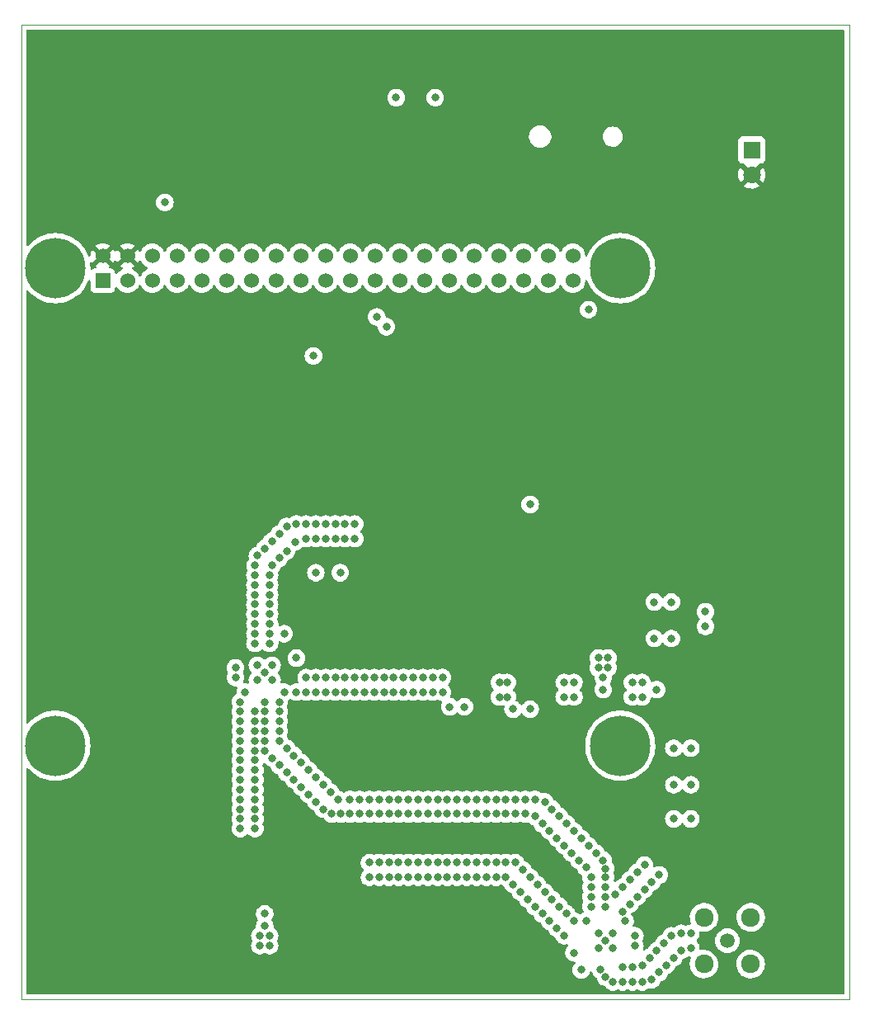
<source format=gbr>
%TF.GenerationSoftware,KiCad,Pcbnew,(6.0.7)*%
%TF.CreationDate,2022-10-30T05:00:52-05:00*%
%TF.ProjectId,GroundPCB,47726f75-6e64-4504-9342-2e6b69636164,1*%
%TF.SameCoordinates,Original*%
%TF.FileFunction,Copper,L3,Inr*%
%TF.FilePolarity,Positive*%
%FSLAX46Y46*%
G04 Gerber Fmt 4.6, Leading zero omitted, Abs format (unit mm)*
G04 Created by KiCad (PCBNEW (6.0.7)) date 2022-10-30 05:00:52*
%MOMM*%
%LPD*%
G01*
G04 APERTURE LIST*
%TA.AperFunction,Profile*%
%ADD10C,0.100000*%
%TD*%
%TA.AperFunction,ComponentPad*%
%ADD11C,6.200000*%
%TD*%
%TA.AperFunction,ComponentPad*%
%ADD12C,1.524000*%
%TD*%
%TA.AperFunction,ComponentPad*%
%ADD13R,1.524000X1.524000*%
%TD*%
%TA.AperFunction,ComponentPad*%
%ADD14C,1.920000*%
%TD*%
%TA.AperFunction,ComponentPad*%
%ADD15C,1.508000*%
%TD*%
%TA.AperFunction,ComponentPad*%
%ADD16R,1.800000X1.800000*%
%TD*%
%TA.AperFunction,ComponentPad*%
%ADD17C,1.800000*%
%TD*%
%TA.AperFunction,ViaPad*%
%ADD18C,0.800000*%
%TD*%
G04 APERTURE END LIST*
D10*
X100000000Y-53500000D02*
X185000000Y-53500000D01*
X185000000Y-53500000D02*
X185000000Y-153500000D01*
X185000000Y-153500000D02*
X100000000Y-153500000D01*
X100000000Y-153500000D02*
X100000000Y-53500000D01*
D11*
%TO.N,N/C*%
%TO.C,A1*%
X103500000Y-127500000D03*
X161500000Y-127500000D03*
X161500000Y-78500000D03*
X103500000Y-78500000D03*
D12*
%TO.N,unconnected-(A1-Pad40)*%
X156630000Y-77230000D03*
%TO.N,GND*%
X156630000Y-79770000D03*
%TO.N,unconnected-(A1-Pad38)*%
X154090000Y-77230000D03*
%TO.N,CTRL2B*%
X154090000Y-79770000D03*
%TO.N,unconnected-(A1-Pad36)*%
X151550000Y-77230000D03*
%TO.N,CTRL2A*%
X151550000Y-79770000D03*
%TO.N,GND*%
X149010000Y-77230000D03*
%TO.N,CTRL1B*%
X149010000Y-79770000D03*
%TO.N,unconnected-(A1-Pad32)*%
X146470000Y-77230000D03*
%TO.N,CTRL1A*%
X146470000Y-79770000D03*
%TO.N,GND*%
X143930000Y-77230000D03*
%TO.N,unconnected-(A1-Pad29)*%
X143930000Y-79770000D03*
%TO.N,unconnected-(A1-Pad28)*%
X141390000Y-77230000D03*
%TO.N,unconnected-(A1-Pad27)*%
X141390000Y-79770000D03*
%TO.N,unconnected-(A1-Pad26)*%
X138850000Y-77230000D03*
%TO.N,GND*%
X138850000Y-79770000D03*
%TO.N,CS*%
X136310000Y-77230000D03*
%TO.N,SCLK*%
X136310000Y-79770000D03*
%TO.N,unconnected-(A1-Pad22)*%
X133770000Y-77230000D03*
%TO.N,MISO*%
X133770000Y-79770000D03*
%TO.N,GND*%
X131230000Y-77230000D03*
%TO.N,MOSI*%
X131230000Y-79770000D03*
%TO.N,DIO0*%
X128690000Y-77230000D03*
%TO.N,+3.3V*%
X128690000Y-79770000D03*
%TO.N,RST-TRX*%
X126150000Y-77230000D03*
%TO.N,unconnected-(A1-Pad15)*%
X126150000Y-79770000D03*
%TO.N,GND*%
X123610000Y-77230000D03*
%TO.N,unconnected-(A1-Pad13)*%
X123610000Y-79770000D03*
%TO.N,unconnected-(A1-Pad12)*%
X121070000Y-77230000D03*
%TO.N,RST-RTC*%
X121070000Y-79770000D03*
%TO.N,unconnected-(A1-Pad10)*%
X118530000Y-77230000D03*
%TO.N,GND*%
X118530000Y-79770000D03*
%TO.N,unconnected-(A1-Pad8)*%
X115990000Y-77230000D03*
%TO.N,unconnected-(A1-Pad7)*%
X115990000Y-79770000D03*
%TO.N,GND*%
X113450000Y-77230000D03*
%TO.N,SCL*%
X113450000Y-79770000D03*
%TO.N,+5V*%
X110910000Y-77230000D03*
%TO.N,SDA*%
X110910000Y-79770000D03*
%TO.N,+5V*%
X108370000Y-77230000D03*
D13*
%TO.N,unconnected-(A1-Pad1)*%
X108370000Y-79770000D03*
%TD*%
D14*
%TO.N,GND*%
%TO.C,J1*%
X174900000Y-145100000D03*
X174900000Y-149900000D03*
X170100000Y-149900000D03*
X170100000Y-145100000D03*
D15*
%TO.N,Net-(IC2-Pad22)*%
X172500000Y-147500000D03*
%TD*%
D16*
%TO.N,Net-(D1-Pad1)*%
%TO.C,D1*%
X175000000Y-66381250D03*
D17*
%TO.N,+5V*%
X175000000Y-68921250D03*
%TD*%
D18*
%TO.N,+5V*%
X118000000Y-131750000D03*
%TO.N,CTRL1A*%
X128250000Y-118500000D03*
%TO.N,CTRL1B*%
X158250000Y-82750000D03*
X156750000Y-148750000D03*
%TO.N,GND*%
X128000000Y-128500000D03*
X161750000Y-150250000D03*
X144750000Y-141000000D03*
X125500000Y-112000000D03*
X124000000Y-114000000D03*
X170250000Y-115250000D03*
X155000000Y-146250000D03*
X158500000Y-142000000D03*
X126500000Y-125000000D03*
X155250000Y-134750000D03*
X124000000Y-136000000D03*
X134250000Y-120500000D03*
X161750000Y-151750000D03*
X130250000Y-133250000D03*
X131250000Y-122000000D03*
X143750000Y-139500000D03*
X122500000Y-135000000D03*
X122000000Y-120500000D03*
X159250000Y-119500000D03*
X148750000Y-134500000D03*
X124000000Y-117000000D03*
X139250000Y-120500000D03*
X124000000Y-116000000D03*
X136750000Y-133000000D03*
X152750000Y-133000000D03*
X137250000Y-120500000D03*
X158500000Y-141000000D03*
X155750000Y-122500000D03*
X149900000Y-122500000D03*
X134750000Y-134500000D03*
X166750000Y-116500000D03*
X147750000Y-134500000D03*
X124000000Y-133000000D03*
X140750000Y-139500000D03*
X159250000Y-118500000D03*
X122500000Y-127000000D03*
X133250000Y-106250000D03*
X154250000Y-145500000D03*
X124250000Y-108000000D03*
X163750000Y-121000000D03*
X148750000Y-141000000D03*
X156750000Y-122500000D03*
X159500000Y-150500000D03*
X132250000Y-106250000D03*
X125000000Y-120000000D03*
X126500000Y-124000000D03*
X147750000Y-133000000D03*
X129250000Y-122000000D03*
X160000000Y-143000000D03*
X139750000Y-139500000D03*
X156750000Y-145500000D03*
X129250000Y-106250000D03*
X126500000Y-105750000D03*
X125000000Y-123000000D03*
X141750000Y-141000000D03*
X138750000Y-134500000D03*
X125500000Y-117000000D03*
X130250000Y-106250000D03*
X125750000Y-109000000D03*
X168750000Y-131500000D03*
X160750000Y-148250000D03*
X163750000Y-150000000D03*
X154250000Y-136250000D03*
X129250000Y-120500000D03*
X149900000Y-121000000D03*
X156000000Y-144750000D03*
X125000000Y-107250000D03*
X125500000Y-147000000D03*
X152000000Y-143250000D03*
X162750000Y-121000000D03*
X130250000Y-120500000D03*
X141250000Y-120500000D03*
X148750000Y-133000000D03*
X127250000Y-127750000D03*
X125750000Y-119250000D03*
X164750000Y-141500000D03*
X162000000Y-145500000D03*
X127250000Y-105000000D03*
X122500000Y-133000000D03*
X149750000Y-141000000D03*
X124500000Y-148000000D03*
X144750000Y-134500000D03*
X151750000Y-133000000D03*
X125000000Y-124000000D03*
X152250000Y-123750000D03*
X124000000Y-124000000D03*
X150750000Y-134500000D03*
X124000000Y-129000000D03*
X124000000Y-131000000D03*
X149100000Y-121000000D03*
X155000000Y-137000000D03*
X124000000Y-113000000D03*
X142750000Y-141000000D03*
X136250000Y-120500000D03*
X141750000Y-133000000D03*
X162500000Y-141250000D03*
X142250000Y-120500000D03*
X122500000Y-136000000D03*
X136750000Y-139500000D03*
X158500000Y-144000000D03*
X137750000Y-134500000D03*
X125750000Y-106500000D03*
X128000000Y-131000000D03*
X162750000Y-151750000D03*
X142750000Y-133000000D03*
X145500000Y-123500000D03*
X146750000Y-139500000D03*
X124000000Y-110000000D03*
X157250000Y-139250000D03*
X136750000Y-134500000D03*
X131250000Y-104750000D03*
X131250000Y-106250000D03*
X127250000Y-130250000D03*
X165500000Y-150750000D03*
X137750000Y-141000000D03*
X135250000Y-120500000D03*
X154500000Y-143250000D03*
X166000000Y-147750000D03*
X132250000Y-122000000D03*
X133250000Y-104750000D03*
X156750000Y-121000000D03*
X165500000Y-140750000D03*
X165000000Y-112750000D03*
X160000000Y-142000000D03*
X124000000Y-128000000D03*
X126500000Y-108250000D03*
X142750000Y-139500000D03*
X147750000Y-139500000D03*
X160000000Y-140100000D03*
X123000000Y-122000000D03*
X152750000Y-144000000D03*
X166250000Y-150000000D03*
X167000000Y-135000000D03*
X161750000Y-144500000D03*
X158000000Y-140000000D03*
X125000000Y-128000000D03*
X161000000Y-142750000D03*
X153750000Y-133250000D03*
X153500000Y-135500000D03*
X140750000Y-133000000D03*
X141750000Y-139500000D03*
X165250000Y-121750000D03*
X139250000Y-122000000D03*
X164000000Y-139750000D03*
X127000000Y-122000000D03*
X138750000Y-139500000D03*
X144000000Y-123500000D03*
X143250000Y-122000000D03*
X135250000Y-122000000D03*
X122500000Y-134000000D03*
X145750000Y-133000000D03*
X125000000Y-146000000D03*
X137250000Y-122000000D03*
X130250000Y-104750000D03*
X150750000Y-139500000D03*
X166750000Y-112750000D03*
X125500000Y-113000000D03*
X160000000Y-147500000D03*
X138250000Y-122000000D03*
X147750000Y-141000000D03*
X134250000Y-104750000D03*
X125000000Y-127000000D03*
X125750000Y-120750000D03*
X156750000Y-136250000D03*
X127250000Y-107500000D03*
X161750000Y-142000000D03*
X168750000Y-127750000D03*
X149750000Y-139500000D03*
X153000000Y-141750000D03*
X140250000Y-122000000D03*
X126500000Y-127000000D03*
X135750000Y-133000000D03*
X125500000Y-116000000D03*
X151500000Y-140250000D03*
X132500000Y-133000000D03*
X124000000Y-112000000D03*
X134750000Y-133000000D03*
X125750000Y-128750000D03*
X164750000Y-151500000D03*
X124000000Y-109000000D03*
X125500000Y-148000000D03*
X131750000Y-132250000D03*
X134250000Y-106250000D03*
X145750000Y-134500000D03*
X142250000Y-122000000D03*
X168750000Y-135000000D03*
X160250000Y-118500000D03*
X163000000Y-147000000D03*
X155750000Y-121000000D03*
X167750000Y-148500000D03*
X126500000Y-126000000D03*
X159750000Y-139250000D03*
X163250000Y-140500000D03*
X163750000Y-151750000D03*
X132825000Y-134500000D03*
X125500000Y-115000000D03*
X143750000Y-141000000D03*
X128250000Y-122000000D03*
X168750000Y-146750000D03*
X167000000Y-149250000D03*
X122500000Y-128000000D03*
X170250000Y-113750000D03*
X159250000Y-148250000D03*
X162750000Y-150250000D03*
X122500000Y-130000000D03*
X128100000Y-106600000D03*
X153500000Y-144750000D03*
X158000000Y-145500000D03*
X124000000Y-115000000D03*
X140750000Y-134500000D03*
X146750000Y-134500000D03*
X134250000Y-122000000D03*
X129250000Y-104750000D03*
X159750000Y-120500000D03*
X156500000Y-138500000D03*
X131900000Y-134500000D03*
X130250000Y-122000000D03*
X128750000Y-129250000D03*
X131250000Y-120500000D03*
X133750000Y-133000000D03*
X165250000Y-148500000D03*
X133250000Y-120500000D03*
X151250000Y-142500000D03*
X142750000Y-134500000D03*
X160000000Y-151250000D03*
X122500000Y-124000000D03*
X124000000Y-135000000D03*
X146750000Y-133000000D03*
X122000000Y-119500000D03*
X126500000Y-129500000D03*
X137750000Y-133000000D03*
X163000000Y-148000000D03*
X122500000Y-126000000D03*
X164000000Y-142250000D03*
X136250000Y-122000000D03*
X158500000Y-143000000D03*
X167750000Y-146750000D03*
X148750000Y-139500000D03*
X126500000Y-123000000D03*
X156000000Y-135500000D03*
X124000000Y-125000000D03*
X160000000Y-144000000D03*
X122500000Y-129000000D03*
X124000000Y-126000000D03*
X141750000Y-134500000D03*
X130250000Y-130750000D03*
X149750000Y-134500000D03*
X125500000Y-114000000D03*
X160750000Y-151750000D03*
X129500000Y-132500000D03*
X159000000Y-138500000D03*
X166750000Y-147000000D03*
X133750000Y-134500000D03*
X122500000Y-131000000D03*
X167000000Y-131500000D03*
X151750000Y-134500000D03*
X138750000Y-141000000D03*
X124000000Y-130000000D03*
X140250000Y-120500000D03*
X152750000Y-134750000D03*
X165000000Y-116500000D03*
X131000000Y-131500000D03*
X145750000Y-141000000D03*
X135750000Y-134500000D03*
X139750000Y-134500000D03*
X122500000Y-123000000D03*
X158250000Y-137750000D03*
X128750000Y-131750000D03*
X163750000Y-122500000D03*
X138750000Y-133000000D03*
X137750000Y-139500000D03*
X143250000Y-120500000D03*
X125500000Y-110000000D03*
X143750000Y-134500000D03*
X124250000Y-120750000D03*
X125000000Y-125000000D03*
X150500000Y-123750000D03*
X125000000Y-144750000D03*
X128250000Y-104750000D03*
X139750000Y-141000000D03*
X157500000Y-137000000D03*
X135750000Y-141000000D03*
X160250000Y-119500000D03*
X160000000Y-141000000D03*
X154500000Y-134000000D03*
X133250000Y-122000000D03*
X168750000Y-148250000D03*
X153750000Y-142500000D03*
X132250000Y-120500000D03*
X160750000Y-146750000D03*
X124250000Y-119250000D03*
X124000000Y-127000000D03*
X149750000Y-133000000D03*
X143750000Y-133000000D03*
X155250000Y-144000000D03*
X136750000Y-141000000D03*
X124000000Y-111000000D03*
X150750000Y-133000000D03*
X164500000Y-149250000D03*
X155750000Y-147000000D03*
X125500000Y-111000000D03*
X140750000Y-141000000D03*
X162500000Y-143750000D03*
X124000000Y-134000000D03*
X141250000Y-122000000D03*
X139750000Y-133000000D03*
X125000000Y-126000000D03*
X144750000Y-139500000D03*
X152250000Y-141000000D03*
X150500000Y-141750000D03*
X159750000Y-121750000D03*
X146750000Y-141000000D03*
X167000000Y-127750000D03*
X155750000Y-137750000D03*
X144750000Y-133000000D03*
X132250000Y-104750000D03*
X129500000Y-130000000D03*
X162750000Y-122500000D03*
X138250000Y-120500000D03*
X145750000Y-139500000D03*
X135750000Y-139500000D03*
X149100000Y-122500000D03*
X163250000Y-143000000D03*
X122500000Y-132000000D03*
X131000000Y-134000000D03*
X124500000Y-147000000D03*
X124000000Y-132000000D03*
X122500000Y-125000000D03*
X159250000Y-146750000D03*
%TO.N,CTRL2A*%
X130250000Y-109750000D03*
X132750000Y-109750000D03*
X127000000Y-116000000D03*
%TO.N,CTRL2B*%
X157500000Y-150500000D03*
%TO.N,+3.3V*%
X152250000Y-102750000D03*
%TO.N,+5V*%
X142525000Y-58000000D03*
X130000000Y-113000000D03*
X119250000Y-64000000D03*
X175000000Y-71000000D03*
X164000000Y-110500000D03*
X148000000Y-150500000D03*
%TO.N,SDA*%
X142500000Y-61000000D03*
%TO.N,SCL*%
X138500000Y-61000000D03*
X114750000Y-71750000D03*
%TO.N,SCLK*%
X136500000Y-83500000D03*
%TO.N,CS*%
X137500000Y-84500000D03*
%TO.N,DIO0*%
X130000000Y-87500000D03*
%TD*%
%TA.AperFunction,Conductor*%
%TO.N,+5V*%
G36*
X184441621Y-54020502D02*
G01*
X184488114Y-54074158D01*
X184499500Y-54126500D01*
X184499500Y-152873500D01*
X184479498Y-152941621D01*
X184425842Y-152988114D01*
X184373500Y-152999500D01*
X100626500Y-152999500D01*
X100558379Y-152979498D01*
X100511886Y-152925842D01*
X100500500Y-152873500D01*
X100500500Y-148000000D01*
X123594540Y-148000000D01*
X123595230Y-148006565D01*
X123608384Y-148131716D01*
X123614326Y-148188256D01*
X123672821Y-148368284D01*
X123676124Y-148374006D01*
X123676125Y-148374007D01*
X123731357Y-148469672D01*
X123767467Y-148532216D01*
X123771885Y-148537123D01*
X123771886Y-148537124D01*
X123882435Y-148659900D01*
X123894129Y-148672888D01*
X124047270Y-148784151D01*
X124220197Y-148861144D01*
X124318212Y-148881978D01*
X124398897Y-148899128D01*
X124398901Y-148899128D01*
X124405354Y-148900500D01*
X124594646Y-148900500D01*
X124601099Y-148899128D01*
X124601103Y-148899128D01*
X124681788Y-148881978D01*
X124779803Y-148861144D01*
X124948753Y-148785922D01*
X125019118Y-148776488D01*
X125051245Y-148785921D01*
X125220197Y-148861144D01*
X125318212Y-148881978D01*
X125398897Y-148899128D01*
X125398901Y-148899128D01*
X125405354Y-148900500D01*
X125594646Y-148900500D01*
X125601099Y-148899128D01*
X125601103Y-148899128D01*
X125681788Y-148881978D01*
X125779803Y-148861144D01*
X125952730Y-148784151D01*
X126105871Y-148672888D01*
X126117566Y-148659900D01*
X126228114Y-148537124D01*
X126228115Y-148537123D01*
X126232533Y-148532216D01*
X126268643Y-148469672D01*
X126323875Y-148374007D01*
X126323876Y-148374006D01*
X126327179Y-148368284D01*
X126385674Y-148188256D01*
X126391617Y-148131716D01*
X126404770Y-148006565D01*
X126405460Y-148000000D01*
X126397619Y-147925392D01*
X126386364Y-147818307D01*
X126386364Y-147818305D01*
X126385674Y-147811744D01*
X126327179Y-147631716D01*
X126295654Y-147577112D01*
X126287506Y-147563000D01*
X126270768Y-147494004D01*
X126287506Y-147437000D01*
X126323875Y-147374007D01*
X126323876Y-147374006D01*
X126327179Y-147368284D01*
X126385674Y-147188256D01*
X126390671Y-147140717D01*
X126404770Y-147006565D01*
X126405460Y-147000000D01*
X126391360Y-146865845D01*
X126386364Y-146818307D01*
X126386364Y-146818305D01*
X126385674Y-146811744D01*
X126327179Y-146631716D01*
X126269705Y-146532167D01*
X126235836Y-146473505D01*
X126232533Y-146467784D01*
X126223288Y-146457516D01*
X126110286Y-146332015D01*
X126110284Y-146332014D01*
X126105871Y-146327112D01*
X125952730Y-146215849D01*
X125953339Y-146215010D01*
X125908563Y-146168044D01*
X125895250Y-146097145D01*
X125904770Y-146006565D01*
X125905460Y-146000000D01*
X125892218Y-145874004D01*
X125886364Y-145818307D01*
X125886364Y-145818305D01*
X125885674Y-145811744D01*
X125827179Y-145631716D01*
X125816095Y-145612517D01*
X125751133Y-145500000D01*
X125732533Y-145467784D01*
X125724903Y-145459310D01*
X125694185Y-145395303D01*
X125702950Y-145324849D01*
X125724903Y-145290690D01*
X125728114Y-145287124D01*
X125728115Y-145287123D01*
X125732533Y-145282216D01*
X125798339Y-145168237D01*
X125823875Y-145124007D01*
X125823876Y-145124006D01*
X125827179Y-145118284D01*
X125885674Y-144938256D01*
X125889787Y-144899128D01*
X125904770Y-144756565D01*
X125905460Y-144750000D01*
X125901871Y-144715849D01*
X125886364Y-144568307D01*
X125886364Y-144568305D01*
X125885674Y-144561744D01*
X125827179Y-144381716D01*
X125815796Y-144361999D01*
X125735836Y-144223505D01*
X125732533Y-144217784D01*
X125700314Y-144182001D01*
X125610286Y-144082015D01*
X125610284Y-144082014D01*
X125605871Y-144077112D01*
X125538545Y-144028197D01*
X125458072Y-143969730D01*
X125458071Y-143969729D01*
X125452730Y-143965849D01*
X125279803Y-143888856D01*
X125155887Y-143862517D01*
X125101103Y-143850872D01*
X125101099Y-143850872D01*
X125094646Y-143849500D01*
X124905354Y-143849500D01*
X124898901Y-143850872D01*
X124898897Y-143850872D01*
X124844113Y-143862517D01*
X124720197Y-143888856D01*
X124547270Y-143965849D01*
X124541929Y-143969729D01*
X124541928Y-143969730D01*
X124461455Y-144028197D01*
X124394129Y-144077112D01*
X124389716Y-144082014D01*
X124389714Y-144082015D01*
X124299686Y-144182001D01*
X124267467Y-144217784D01*
X124264164Y-144223505D01*
X124184205Y-144361999D01*
X124172821Y-144381716D01*
X124114326Y-144561744D01*
X124113636Y-144568305D01*
X124113636Y-144568307D01*
X124098129Y-144715849D01*
X124094540Y-144750000D01*
X124095230Y-144756565D01*
X124110214Y-144899128D01*
X124114326Y-144938256D01*
X124172821Y-145118284D01*
X124176124Y-145124006D01*
X124176125Y-145124007D01*
X124201661Y-145168237D01*
X124267467Y-145282216D01*
X124271885Y-145287123D01*
X124271886Y-145287124D01*
X124275097Y-145290690D01*
X124305815Y-145354697D01*
X124297050Y-145425151D01*
X124275097Y-145459310D01*
X124267467Y-145467784D01*
X124248867Y-145500000D01*
X124183906Y-145612517D01*
X124172821Y-145631716D01*
X124114326Y-145811744D01*
X124113636Y-145818305D01*
X124113636Y-145818307D01*
X124107782Y-145874004D01*
X124094540Y-146000000D01*
X124095230Y-146006565D01*
X124104750Y-146097145D01*
X124091978Y-146166983D01*
X124046643Y-146214987D01*
X124047270Y-146215849D01*
X124044607Y-146217784D01*
X123894129Y-146327112D01*
X123889716Y-146332014D01*
X123889714Y-146332015D01*
X123776712Y-146457516D01*
X123767467Y-146467784D01*
X123764164Y-146473505D01*
X123730296Y-146532167D01*
X123672821Y-146631716D01*
X123614326Y-146811744D01*
X123613636Y-146818305D01*
X123613636Y-146818307D01*
X123608640Y-146865845D01*
X123594540Y-147000000D01*
X123595230Y-147006565D01*
X123609330Y-147140717D01*
X123614326Y-147188256D01*
X123672821Y-147368284D01*
X123676124Y-147374006D01*
X123676125Y-147374007D01*
X123712494Y-147437000D01*
X123729232Y-147505996D01*
X123712494Y-147563000D01*
X123704347Y-147577112D01*
X123672821Y-147631716D01*
X123614326Y-147811744D01*
X123613636Y-147818305D01*
X123613636Y-147818307D01*
X123602381Y-147925392D01*
X123594540Y-148000000D01*
X100500500Y-148000000D01*
X100500500Y-129872989D01*
X100520502Y-129804868D01*
X100574158Y-129758375D01*
X100644432Y-129748271D01*
X100709012Y-129777765D01*
X100724414Y-129793688D01*
X100820635Y-129912511D01*
X101087489Y-130179365D01*
X101380775Y-130416863D01*
X101697279Y-130622403D01*
X101700213Y-130623898D01*
X101700220Y-130623902D01*
X102010930Y-130782216D01*
X102033535Y-130793734D01*
X102385857Y-130928978D01*
X102750387Y-131026653D01*
X102948353Y-131058008D01*
X103119881Y-131085176D01*
X103119889Y-131085177D01*
X103123129Y-131085690D01*
X103500000Y-131105441D01*
X103876871Y-131085690D01*
X103880111Y-131085177D01*
X103880119Y-131085176D01*
X104051647Y-131058008D01*
X104249613Y-131026653D01*
X104614143Y-130928978D01*
X104966465Y-130793734D01*
X104989070Y-130782216D01*
X105299780Y-130623902D01*
X105299787Y-130623898D01*
X105302721Y-130622403D01*
X105619225Y-130416863D01*
X105912511Y-130179365D01*
X106179365Y-129912511D01*
X106416863Y-129619225D01*
X106576109Y-129374007D01*
X106620605Y-129305489D01*
X106620607Y-129305486D01*
X106622403Y-129302720D01*
X106624455Y-129298694D01*
X106792236Y-128969405D01*
X106793734Y-128966465D01*
X106915022Y-128650500D01*
X106927792Y-128617233D01*
X106927793Y-128617231D01*
X106928978Y-128614143D01*
X107026653Y-128249613D01*
X107070385Y-127973505D01*
X107085176Y-127880119D01*
X107085177Y-127880111D01*
X107085690Y-127876871D01*
X107105441Y-127500000D01*
X107085690Y-127123129D01*
X107077788Y-127073233D01*
X107049010Y-126891544D01*
X107026653Y-126750387D01*
X106928978Y-126385857D01*
X106793734Y-126033535D01*
X106684070Y-125818307D01*
X106623902Y-125700221D01*
X106623898Y-125700214D01*
X106622403Y-125697280D01*
X106579826Y-125631716D01*
X106418665Y-125383550D01*
X106416863Y-125380775D01*
X106179365Y-125087489D01*
X105912511Y-124820635D01*
X105619225Y-124583137D01*
X105302721Y-124377597D01*
X105299787Y-124376102D01*
X105299780Y-124376098D01*
X104969405Y-124207764D01*
X104966465Y-124206266D01*
X104752041Y-124123956D01*
X104617233Y-124072208D01*
X104617231Y-124072207D01*
X104614143Y-124071022D01*
X104249613Y-123973347D01*
X104028059Y-123938256D01*
X103880119Y-123914824D01*
X103880111Y-123914823D01*
X103876871Y-123914310D01*
X103500000Y-123894559D01*
X103123129Y-123914310D01*
X103119889Y-123914823D01*
X103119881Y-123914824D01*
X102971941Y-123938256D01*
X102750387Y-123973347D01*
X102385857Y-124071022D01*
X102382769Y-124072207D01*
X102382767Y-124072208D01*
X102247959Y-124123956D01*
X102033535Y-124206266D01*
X102030595Y-124207764D01*
X101700221Y-124376098D01*
X101700214Y-124376102D01*
X101697280Y-124377597D01*
X101694514Y-124379393D01*
X101694511Y-124379395D01*
X101605807Y-124437000D01*
X101380775Y-124583137D01*
X101087489Y-124820635D01*
X100820635Y-125087489D01*
X100724418Y-125206307D01*
X100666006Y-125246657D01*
X100595049Y-125249023D01*
X100534077Y-125212650D01*
X100502449Y-125149088D01*
X100500500Y-125127011D01*
X100500500Y-120500000D01*
X121094540Y-120500000D01*
X121095230Y-120506565D01*
X121108384Y-120631716D01*
X121114326Y-120688256D01*
X121172821Y-120868284D01*
X121176124Y-120874006D01*
X121176125Y-120874007D01*
X121184698Y-120888856D01*
X121267467Y-121032216D01*
X121271885Y-121037123D01*
X121271886Y-121037124D01*
X121365908Y-121141545D01*
X121394129Y-121172888D01*
X121399468Y-121176767D01*
X121500531Y-121250193D01*
X121547270Y-121284151D01*
X121720197Y-121361144D01*
X121818212Y-121381978D01*
X121898897Y-121399128D01*
X121898901Y-121399128D01*
X121905354Y-121400500D01*
X122088075Y-121400500D01*
X122156196Y-121420502D01*
X122202689Y-121474158D01*
X122212793Y-121544432D01*
X122197195Y-121589499D01*
X122172821Y-121631716D01*
X122114326Y-121811744D01*
X122113636Y-121818305D01*
X122113636Y-121818307D01*
X122112711Y-121827112D01*
X122094540Y-122000000D01*
X122095230Y-122006565D01*
X122104750Y-122097145D01*
X122091978Y-122166983D01*
X122046643Y-122214987D01*
X122047270Y-122215849D01*
X121894129Y-122327112D01*
X121889716Y-122332014D01*
X121889714Y-122332015D01*
X121805606Y-122425426D01*
X121767467Y-122467784D01*
X121764164Y-122473505D01*
X121683906Y-122612517D01*
X121672821Y-122631716D01*
X121614326Y-122811744D01*
X121613636Y-122818305D01*
X121613636Y-122818307D01*
X121604750Y-122902855D01*
X121594540Y-123000000D01*
X121595230Y-123006565D01*
X121608384Y-123131716D01*
X121614326Y-123188256D01*
X121672821Y-123368284D01*
X121676124Y-123374006D01*
X121676125Y-123374007D01*
X121712494Y-123437000D01*
X121729232Y-123505996D01*
X121712494Y-123563000D01*
X121672821Y-123631716D01*
X121614326Y-123811744D01*
X121613636Y-123818305D01*
X121613636Y-123818307D01*
X121597341Y-123973347D01*
X121594540Y-124000000D01*
X121595230Y-124006565D01*
X121602005Y-124071022D01*
X121614326Y-124188256D01*
X121672821Y-124368284D01*
X121676124Y-124374006D01*
X121676125Y-124374007D01*
X121712494Y-124437000D01*
X121729232Y-124505996D01*
X121712494Y-124563000D01*
X121683906Y-124612517D01*
X121672821Y-124631716D01*
X121614326Y-124811744D01*
X121613636Y-124818305D01*
X121613636Y-124818307D01*
X121613145Y-124822979D01*
X121594540Y-125000000D01*
X121614326Y-125188256D01*
X121672821Y-125368284D01*
X121676124Y-125374006D01*
X121676125Y-125374007D01*
X121712494Y-125437000D01*
X121729232Y-125505996D01*
X121712494Y-125563000D01*
X121672821Y-125631716D01*
X121614326Y-125811744D01*
X121594540Y-126000000D01*
X121614326Y-126188256D01*
X121672821Y-126368284D01*
X121676124Y-126374006D01*
X121676125Y-126374007D01*
X121712494Y-126437000D01*
X121729232Y-126505996D01*
X121712494Y-126563000D01*
X121672821Y-126631716D01*
X121614326Y-126811744D01*
X121613636Y-126818305D01*
X121613636Y-126818307D01*
X121607489Y-126876794D01*
X121594540Y-127000000D01*
X121614326Y-127188256D01*
X121672821Y-127368284D01*
X121676124Y-127374006D01*
X121676125Y-127374007D01*
X121712494Y-127437000D01*
X121729232Y-127505996D01*
X121712494Y-127563000D01*
X121695136Y-127593066D01*
X121672821Y-127631716D01*
X121614326Y-127811744D01*
X121613636Y-127818305D01*
X121613636Y-127818307D01*
X121609134Y-127861144D01*
X121594540Y-128000000D01*
X121595230Y-128006565D01*
X121608384Y-128131716D01*
X121614326Y-128188256D01*
X121672821Y-128368284D01*
X121676124Y-128374006D01*
X121676125Y-128374007D01*
X121712494Y-128437000D01*
X121729232Y-128505996D01*
X121712494Y-128563000D01*
X121683906Y-128612517D01*
X121672821Y-128631716D01*
X121614326Y-128811744D01*
X121613636Y-128818305D01*
X121613636Y-128818307D01*
X121598663Y-128960771D01*
X121594540Y-129000000D01*
X121595230Y-129006565D01*
X121608384Y-129131716D01*
X121614326Y-129188256D01*
X121672821Y-129368284D01*
X121676124Y-129374006D01*
X121676125Y-129374007D01*
X121712494Y-129437000D01*
X121729232Y-129505996D01*
X121712494Y-129563000D01*
X121683906Y-129612517D01*
X121672821Y-129631716D01*
X121614326Y-129811744D01*
X121613636Y-129818305D01*
X121613636Y-129818307D01*
X121607889Y-129872989D01*
X121594540Y-130000000D01*
X121595230Y-130006565D01*
X121613611Y-130181450D01*
X121614326Y-130188256D01*
X121672821Y-130368284D01*
X121676124Y-130374006D01*
X121676125Y-130374007D01*
X121712494Y-130437000D01*
X121729232Y-130505996D01*
X121712494Y-130563000D01*
X121695136Y-130593066D01*
X121672821Y-130631716D01*
X121614326Y-130811744D01*
X121613636Y-130818305D01*
X121613636Y-130818307D01*
X121601915Y-130929833D01*
X121594540Y-131000000D01*
X121595230Y-131006565D01*
X121609330Y-131140717D01*
X121614326Y-131188256D01*
X121672821Y-131368284D01*
X121676124Y-131374006D01*
X121676125Y-131374007D01*
X121712494Y-131437000D01*
X121729232Y-131505996D01*
X121712494Y-131563000D01*
X121704347Y-131577112D01*
X121672821Y-131631716D01*
X121614326Y-131811744D01*
X121613636Y-131818305D01*
X121613636Y-131818307D01*
X121606026Y-131890717D01*
X121594540Y-132000000D01*
X121595230Y-132006565D01*
X121609417Y-132141545D01*
X121614326Y-132188256D01*
X121672821Y-132368284D01*
X121676124Y-132374006D01*
X121676125Y-132374007D01*
X121712494Y-132437000D01*
X121729232Y-132505996D01*
X121712494Y-132563000D01*
X121683906Y-132612517D01*
X121672821Y-132631716D01*
X121614326Y-132811744D01*
X121613636Y-132818305D01*
X121613636Y-132818307D01*
X121602645Y-132922888D01*
X121594540Y-133000000D01*
X121595230Y-133006565D01*
X121609330Y-133140717D01*
X121614326Y-133188256D01*
X121672821Y-133368284D01*
X121676124Y-133374006D01*
X121676125Y-133374007D01*
X121712494Y-133437000D01*
X121729232Y-133505996D01*
X121712494Y-133563000D01*
X121672821Y-133631716D01*
X121614326Y-133811744D01*
X121613636Y-133818305D01*
X121613636Y-133818307D01*
X121603160Y-133917985D01*
X121594540Y-134000000D01*
X121595230Y-134006565D01*
X121609417Y-134141545D01*
X121614326Y-134188256D01*
X121672821Y-134368284D01*
X121676124Y-134374006D01*
X121676125Y-134374007D01*
X121712494Y-134437000D01*
X121729232Y-134505996D01*
X121712494Y-134563000D01*
X121695136Y-134593066D01*
X121672821Y-134631716D01*
X121614326Y-134811744D01*
X121613636Y-134818305D01*
X121613636Y-134818307D01*
X121602895Y-134920502D01*
X121594540Y-135000000D01*
X121595230Y-135006565D01*
X121608384Y-135131716D01*
X121614326Y-135188256D01*
X121672821Y-135368284D01*
X121676124Y-135374006D01*
X121676125Y-135374007D01*
X121712494Y-135437000D01*
X121729232Y-135505996D01*
X121712494Y-135563000D01*
X121683906Y-135612517D01*
X121672821Y-135631716D01*
X121614326Y-135811744D01*
X121613636Y-135818305D01*
X121613636Y-135818307D01*
X121595899Y-135987074D01*
X121594540Y-136000000D01*
X121614326Y-136188256D01*
X121672821Y-136368284D01*
X121676124Y-136374006D01*
X121676125Y-136374007D01*
X121713219Y-136438256D01*
X121767467Y-136532216D01*
X121894129Y-136672888D01*
X122047270Y-136784151D01*
X122220197Y-136861144D01*
X122318212Y-136881978D01*
X122398897Y-136899128D01*
X122398901Y-136899128D01*
X122405354Y-136900500D01*
X122594646Y-136900500D01*
X122601099Y-136899128D01*
X122601103Y-136899128D01*
X122681788Y-136881978D01*
X122779803Y-136861144D01*
X122952730Y-136784151D01*
X123105871Y-136672888D01*
X123156364Y-136616810D01*
X123216810Y-136579571D01*
X123287794Y-136580923D01*
X123343636Y-136616810D01*
X123394129Y-136672888D01*
X123547270Y-136784151D01*
X123720197Y-136861144D01*
X123818212Y-136881978D01*
X123898897Y-136899128D01*
X123898901Y-136899128D01*
X123905354Y-136900500D01*
X124094646Y-136900500D01*
X124101099Y-136899128D01*
X124101103Y-136899128D01*
X124181788Y-136881978D01*
X124279803Y-136861144D01*
X124452730Y-136784151D01*
X124605871Y-136672888D01*
X124732533Y-136532216D01*
X124786781Y-136438256D01*
X124823875Y-136374007D01*
X124823876Y-136374006D01*
X124827179Y-136368284D01*
X124885674Y-136188256D01*
X124905460Y-136000000D01*
X124904101Y-135987074D01*
X124886364Y-135818307D01*
X124886364Y-135818305D01*
X124885674Y-135811744D01*
X124827179Y-135631716D01*
X124816095Y-135612517D01*
X124787506Y-135563000D01*
X124770768Y-135494004D01*
X124787506Y-135437000D01*
X124823875Y-135374007D01*
X124823876Y-135374006D01*
X124827179Y-135368284D01*
X124885674Y-135188256D01*
X124891617Y-135131716D01*
X124904770Y-135006565D01*
X124905460Y-135000000D01*
X124897105Y-134920502D01*
X124886364Y-134818307D01*
X124886364Y-134818305D01*
X124885674Y-134811744D01*
X124827179Y-134631716D01*
X124804865Y-134593066D01*
X124787506Y-134563000D01*
X124770768Y-134494004D01*
X124787506Y-134437000D01*
X124823875Y-134374007D01*
X124823876Y-134374006D01*
X124827179Y-134368284D01*
X124885674Y-134188256D01*
X124890584Y-134141545D01*
X124904770Y-134006565D01*
X124905460Y-134000000D01*
X124896840Y-133917985D01*
X124886364Y-133818307D01*
X124886364Y-133818305D01*
X124885674Y-133811744D01*
X124827179Y-133631716D01*
X124787506Y-133563000D01*
X124770768Y-133494004D01*
X124787506Y-133437000D01*
X124823875Y-133374007D01*
X124823876Y-133374006D01*
X124827179Y-133368284D01*
X124885674Y-133188256D01*
X124890671Y-133140717D01*
X124904770Y-133006565D01*
X124905460Y-133000000D01*
X124897355Y-132922888D01*
X124886364Y-132818307D01*
X124886364Y-132818305D01*
X124885674Y-132811744D01*
X124827179Y-132631716D01*
X124816095Y-132612517D01*
X124787506Y-132563000D01*
X124770768Y-132494004D01*
X124787506Y-132437000D01*
X124823875Y-132374007D01*
X124823876Y-132374006D01*
X124827179Y-132368284D01*
X124885674Y-132188256D01*
X124890584Y-132141545D01*
X124904770Y-132006565D01*
X124905460Y-132000000D01*
X124893974Y-131890717D01*
X124886364Y-131818307D01*
X124886364Y-131818305D01*
X124885674Y-131811744D01*
X124827179Y-131631716D01*
X124795654Y-131577112D01*
X124787506Y-131563000D01*
X124770768Y-131494004D01*
X124787506Y-131437000D01*
X124823875Y-131374007D01*
X124823876Y-131374006D01*
X124827179Y-131368284D01*
X124885674Y-131188256D01*
X124890671Y-131140717D01*
X124904770Y-131006565D01*
X124905460Y-131000000D01*
X124898085Y-130929833D01*
X124886364Y-130818307D01*
X124886364Y-130818305D01*
X124885674Y-130811744D01*
X124827179Y-130631716D01*
X124804865Y-130593066D01*
X124787506Y-130563000D01*
X124770768Y-130494004D01*
X124787506Y-130437000D01*
X124823875Y-130374007D01*
X124823876Y-130374006D01*
X124827179Y-130368284D01*
X124885674Y-130188256D01*
X124886390Y-130181450D01*
X124904770Y-130006565D01*
X124905460Y-130000000D01*
X124892111Y-129872989D01*
X124886364Y-129818307D01*
X124886364Y-129818305D01*
X124885674Y-129811744D01*
X124827179Y-129631716D01*
X124816095Y-129612517D01*
X124787506Y-129563000D01*
X124770768Y-129494004D01*
X124787506Y-129437000D01*
X124823875Y-129374007D01*
X124823876Y-129374006D01*
X124827179Y-129368284D01*
X124830749Y-129357298D01*
X124870822Y-129298694D01*
X124936219Y-129271057D01*
X125006176Y-129283164D01*
X125044217Y-129311925D01*
X125086859Y-129359283D01*
X125144129Y-129422888D01*
X125149468Y-129426767D01*
X125213798Y-129473505D01*
X125297270Y-129534151D01*
X125470197Y-129611144D01*
X125526948Y-129623207D01*
X125589420Y-129656934D01*
X125620584Y-129707516D01*
X125672821Y-129868284D01*
X125676124Y-129874006D01*
X125676125Y-129874007D01*
X125727599Y-129963163D01*
X125767467Y-130032216D01*
X125771885Y-130037123D01*
X125771886Y-130037124D01*
X125836859Y-130109283D01*
X125894129Y-130172888D01*
X125899468Y-130176767D01*
X125963798Y-130223505D01*
X126047270Y-130284151D01*
X126220197Y-130361144D01*
X126276948Y-130373207D01*
X126339420Y-130406934D01*
X126370584Y-130457516D01*
X126422821Y-130618284D01*
X126426124Y-130624006D01*
X126426125Y-130624007D01*
X126477599Y-130713163D01*
X126517467Y-130782216D01*
X126521885Y-130787123D01*
X126521886Y-130787124D01*
X126586859Y-130859283D01*
X126644129Y-130922888D01*
X126649468Y-130926767D01*
X126713798Y-130973505D01*
X126797270Y-131034151D01*
X126970197Y-131111144D01*
X127026948Y-131123207D01*
X127089420Y-131156934D01*
X127120584Y-131207516D01*
X127172821Y-131368284D01*
X127176124Y-131374006D01*
X127176125Y-131374007D01*
X127212494Y-131437000D01*
X127267467Y-131532216D01*
X127271885Y-131537123D01*
X127271886Y-131537124D01*
X127362717Y-131638001D01*
X127394129Y-131672888D01*
X127399468Y-131676767D01*
X127463798Y-131723505D01*
X127547270Y-131784151D01*
X127720197Y-131861144D01*
X127776948Y-131873207D01*
X127839420Y-131906934D01*
X127870584Y-131957516D01*
X127922821Y-132118284D01*
X127926124Y-132124006D01*
X127926125Y-132124007D01*
X127956586Y-132176767D01*
X128017467Y-132282216D01*
X128021885Y-132287123D01*
X128021886Y-132287124D01*
X128123971Y-132400500D01*
X128144129Y-132422888D01*
X128297270Y-132534151D01*
X128470197Y-132611144D01*
X128526948Y-132623207D01*
X128589420Y-132656934D01*
X128620584Y-132707516D01*
X128672821Y-132868284D01*
X128676124Y-132874006D01*
X128676125Y-132874007D01*
X128745077Y-132993435D01*
X128767467Y-133032216D01*
X128771885Y-133037123D01*
X128771886Y-133037124D01*
X128865907Y-133141544D01*
X128894129Y-133172888D01*
X129047270Y-133284151D01*
X129220197Y-133361144D01*
X129276948Y-133373207D01*
X129339420Y-133406934D01*
X129370584Y-133457516D01*
X129422821Y-133618284D01*
X129426124Y-133624006D01*
X129426125Y-133624007D01*
X129498756Y-133749807D01*
X129517467Y-133782216D01*
X129521885Y-133787123D01*
X129521886Y-133787124D01*
X129615907Y-133891544D01*
X129644129Y-133922888D01*
X129797270Y-134034151D01*
X129970197Y-134111144D01*
X130026948Y-134123207D01*
X130089420Y-134156934D01*
X130120584Y-134207516D01*
X130172821Y-134368284D01*
X130267467Y-134532216D01*
X130271885Y-134537123D01*
X130271886Y-134537124D01*
X130365907Y-134641544D01*
X130394129Y-134672888D01*
X130547270Y-134784151D01*
X130720197Y-134861144D01*
X130818212Y-134881978D01*
X130898897Y-134899128D01*
X130898901Y-134899128D01*
X130905354Y-134900500D01*
X131018675Y-134900500D01*
X131086796Y-134920502D01*
X131127794Y-134963500D01*
X131167467Y-135032216D01*
X131294129Y-135172888D01*
X131447270Y-135284151D01*
X131620197Y-135361144D01*
X131718212Y-135381978D01*
X131798897Y-135399128D01*
X131798901Y-135399128D01*
X131805354Y-135400500D01*
X131994646Y-135400500D01*
X132001099Y-135399128D01*
X132001103Y-135399128D01*
X132081788Y-135381978D01*
X132179803Y-135361144D01*
X132311254Y-135302618D01*
X132381618Y-135293184D01*
X132413743Y-135302616D01*
X132545197Y-135361144D01*
X132643212Y-135381978D01*
X132723897Y-135399128D01*
X132723901Y-135399128D01*
X132730354Y-135400500D01*
X132919646Y-135400500D01*
X132926099Y-135399128D01*
X132926103Y-135399128D01*
X133006788Y-135381978D01*
X133104803Y-135361144D01*
X133236254Y-135302618D01*
X133306618Y-135293184D01*
X133338743Y-135302616D01*
X133470197Y-135361144D01*
X133568212Y-135381978D01*
X133648897Y-135399128D01*
X133648901Y-135399128D01*
X133655354Y-135400500D01*
X133844646Y-135400500D01*
X133851099Y-135399128D01*
X133851103Y-135399128D01*
X133931788Y-135381978D01*
X134029803Y-135361144D01*
X134198753Y-135285922D01*
X134269118Y-135276488D01*
X134301245Y-135285921D01*
X134470197Y-135361144D01*
X134568212Y-135381978D01*
X134648897Y-135399128D01*
X134648901Y-135399128D01*
X134655354Y-135400500D01*
X134844646Y-135400500D01*
X134851099Y-135399128D01*
X134851103Y-135399128D01*
X134931788Y-135381978D01*
X135029803Y-135361144D01*
X135198753Y-135285922D01*
X135269118Y-135276488D01*
X135301245Y-135285921D01*
X135470197Y-135361144D01*
X135568212Y-135381978D01*
X135648897Y-135399128D01*
X135648901Y-135399128D01*
X135655354Y-135400500D01*
X135844646Y-135400500D01*
X135851099Y-135399128D01*
X135851103Y-135399128D01*
X135931788Y-135381978D01*
X136029803Y-135361144D01*
X136198753Y-135285922D01*
X136269118Y-135276488D01*
X136301245Y-135285921D01*
X136470197Y-135361144D01*
X136568212Y-135381978D01*
X136648897Y-135399128D01*
X136648901Y-135399128D01*
X136655354Y-135400500D01*
X136844646Y-135400500D01*
X136851099Y-135399128D01*
X136851103Y-135399128D01*
X136931788Y-135381978D01*
X137029803Y-135361144D01*
X137198753Y-135285922D01*
X137269118Y-135276488D01*
X137301245Y-135285921D01*
X137470197Y-135361144D01*
X137568212Y-135381978D01*
X137648897Y-135399128D01*
X137648901Y-135399128D01*
X137655354Y-135400500D01*
X137844646Y-135400500D01*
X137851099Y-135399128D01*
X137851103Y-135399128D01*
X137931788Y-135381978D01*
X138029803Y-135361144D01*
X138198753Y-135285922D01*
X138269118Y-135276488D01*
X138301245Y-135285921D01*
X138470197Y-135361144D01*
X138568212Y-135381978D01*
X138648897Y-135399128D01*
X138648901Y-135399128D01*
X138655354Y-135400500D01*
X138844646Y-135400500D01*
X138851099Y-135399128D01*
X138851103Y-135399128D01*
X138931788Y-135381978D01*
X139029803Y-135361144D01*
X139198753Y-135285922D01*
X139269118Y-135276488D01*
X139301245Y-135285921D01*
X139470197Y-135361144D01*
X139568212Y-135381978D01*
X139648897Y-135399128D01*
X139648901Y-135399128D01*
X139655354Y-135400500D01*
X139844646Y-135400500D01*
X139851099Y-135399128D01*
X139851103Y-135399128D01*
X139931788Y-135381978D01*
X140029803Y-135361144D01*
X140198753Y-135285922D01*
X140269118Y-135276488D01*
X140301245Y-135285921D01*
X140470197Y-135361144D01*
X140568212Y-135381978D01*
X140648897Y-135399128D01*
X140648901Y-135399128D01*
X140655354Y-135400500D01*
X140844646Y-135400500D01*
X140851099Y-135399128D01*
X140851103Y-135399128D01*
X140931788Y-135381978D01*
X141029803Y-135361144D01*
X141198753Y-135285922D01*
X141269118Y-135276488D01*
X141301245Y-135285921D01*
X141470197Y-135361144D01*
X141568212Y-135381978D01*
X141648897Y-135399128D01*
X141648901Y-135399128D01*
X141655354Y-135400500D01*
X141844646Y-135400500D01*
X141851099Y-135399128D01*
X141851103Y-135399128D01*
X141931788Y-135381978D01*
X142029803Y-135361144D01*
X142198753Y-135285922D01*
X142269118Y-135276488D01*
X142301245Y-135285921D01*
X142470197Y-135361144D01*
X142568212Y-135381978D01*
X142648897Y-135399128D01*
X142648901Y-135399128D01*
X142655354Y-135400500D01*
X142844646Y-135400500D01*
X142851099Y-135399128D01*
X142851103Y-135399128D01*
X142931788Y-135381978D01*
X143029803Y-135361144D01*
X143198753Y-135285922D01*
X143269118Y-135276488D01*
X143301245Y-135285921D01*
X143470197Y-135361144D01*
X143568212Y-135381978D01*
X143648897Y-135399128D01*
X143648901Y-135399128D01*
X143655354Y-135400500D01*
X143844646Y-135400500D01*
X143851099Y-135399128D01*
X143851103Y-135399128D01*
X143931788Y-135381978D01*
X144029803Y-135361144D01*
X144198753Y-135285922D01*
X144269118Y-135276488D01*
X144301245Y-135285921D01*
X144470197Y-135361144D01*
X144568212Y-135381978D01*
X144648897Y-135399128D01*
X144648901Y-135399128D01*
X144655354Y-135400500D01*
X144844646Y-135400500D01*
X144851099Y-135399128D01*
X144851103Y-135399128D01*
X144931788Y-135381978D01*
X145029803Y-135361144D01*
X145198753Y-135285922D01*
X145269118Y-135276488D01*
X145301245Y-135285921D01*
X145470197Y-135361144D01*
X145568212Y-135381978D01*
X145648897Y-135399128D01*
X145648901Y-135399128D01*
X145655354Y-135400500D01*
X145844646Y-135400500D01*
X145851099Y-135399128D01*
X145851103Y-135399128D01*
X145931788Y-135381978D01*
X146029803Y-135361144D01*
X146198753Y-135285922D01*
X146269118Y-135276488D01*
X146301245Y-135285921D01*
X146470197Y-135361144D01*
X146568212Y-135381978D01*
X146648897Y-135399128D01*
X146648901Y-135399128D01*
X146655354Y-135400500D01*
X146844646Y-135400500D01*
X146851099Y-135399128D01*
X146851103Y-135399128D01*
X146931788Y-135381978D01*
X147029803Y-135361144D01*
X147198753Y-135285922D01*
X147269118Y-135276488D01*
X147301245Y-135285921D01*
X147470197Y-135361144D01*
X147568212Y-135381978D01*
X147648897Y-135399128D01*
X147648901Y-135399128D01*
X147655354Y-135400500D01*
X147844646Y-135400500D01*
X147851099Y-135399128D01*
X147851103Y-135399128D01*
X147931788Y-135381978D01*
X148029803Y-135361144D01*
X148198753Y-135285922D01*
X148269118Y-135276488D01*
X148301245Y-135285921D01*
X148470197Y-135361144D01*
X148568212Y-135381978D01*
X148648897Y-135399128D01*
X148648901Y-135399128D01*
X148655354Y-135400500D01*
X148844646Y-135400500D01*
X148851099Y-135399128D01*
X148851103Y-135399128D01*
X148931788Y-135381978D01*
X149029803Y-135361144D01*
X149198753Y-135285922D01*
X149269118Y-135276488D01*
X149301245Y-135285921D01*
X149470197Y-135361144D01*
X149568212Y-135381978D01*
X149648897Y-135399128D01*
X149648901Y-135399128D01*
X149655354Y-135400500D01*
X149844646Y-135400500D01*
X149851099Y-135399128D01*
X149851103Y-135399128D01*
X149931788Y-135381978D01*
X150029803Y-135361144D01*
X150198753Y-135285922D01*
X150269118Y-135276488D01*
X150301245Y-135285921D01*
X150470197Y-135361144D01*
X150568212Y-135381978D01*
X150648897Y-135399128D01*
X150648901Y-135399128D01*
X150655354Y-135400500D01*
X150844646Y-135400500D01*
X150851099Y-135399128D01*
X150851103Y-135399128D01*
X150931788Y-135381978D01*
X151029803Y-135361144D01*
X151198753Y-135285922D01*
X151269118Y-135276488D01*
X151301245Y-135285921D01*
X151470197Y-135361144D01*
X151568212Y-135381978D01*
X151648897Y-135399128D01*
X151648901Y-135399128D01*
X151655354Y-135400500D01*
X151844646Y-135400500D01*
X151851099Y-135399128D01*
X151851103Y-135399128D01*
X151931170Y-135382109D01*
X152007945Y-135365790D01*
X152078734Y-135371192D01*
X152127776Y-135404726D01*
X152144129Y-135422888D01*
X152297270Y-135534151D01*
X152470197Y-135611144D01*
X152526948Y-135623207D01*
X152589420Y-135656934D01*
X152620584Y-135707516D01*
X152672821Y-135868284D01*
X152767467Y-136032216D01*
X152771885Y-136037123D01*
X152771886Y-136037124D01*
X152865907Y-136141544D01*
X152894129Y-136172888D01*
X153047270Y-136284151D01*
X153220197Y-136361144D01*
X153276948Y-136373207D01*
X153339420Y-136406934D01*
X153370584Y-136457516D01*
X153422821Y-136618284D01*
X153426124Y-136624006D01*
X153426125Y-136624007D01*
X153456586Y-136676767D01*
X153517467Y-136782216D01*
X153521885Y-136787123D01*
X153521886Y-136787124D01*
X153623971Y-136900500D01*
X153644129Y-136922888D01*
X153797270Y-137034151D01*
X153970197Y-137111144D01*
X154026948Y-137123207D01*
X154089420Y-137156934D01*
X154120584Y-137207516D01*
X154172821Y-137368284D01*
X154267467Y-137532216D01*
X154271885Y-137537123D01*
X154271886Y-137537124D01*
X154365907Y-137641544D01*
X154394129Y-137672888D01*
X154547270Y-137784151D01*
X154720197Y-137861144D01*
X154776948Y-137873207D01*
X154839420Y-137906934D01*
X154870584Y-137957516D01*
X154922821Y-138118284D01*
X155017467Y-138282216D01*
X155021885Y-138287123D01*
X155021886Y-138287124D01*
X155115907Y-138391544D01*
X155144129Y-138422888D01*
X155297270Y-138534151D01*
X155470197Y-138611144D01*
X155526948Y-138623207D01*
X155589420Y-138656934D01*
X155620584Y-138707516D01*
X155672821Y-138868284D01*
X155676124Y-138874006D01*
X155676125Y-138874007D01*
X155684698Y-138888856D01*
X155767467Y-139032216D01*
X155771885Y-139037123D01*
X155771886Y-139037124D01*
X155862717Y-139138001D01*
X155894129Y-139172888D01*
X155899468Y-139176767D01*
X156009300Y-139256564D01*
X156047270Y-139284151D01*
X156220197Y-139361144D01*
X156276948Y-139373207D01*
X156339420Y-139406934D01*
X156370584Y-139457516D01*
X156422821Y-139618284D01*
X156426124Y-139624006D01*
X156426125Y-139624007D01*
X156495077Y-139743435D01*
X156517467Y-139782216D01*
X156521885Y-139787123D01*
X156521886Y-139787124D01*
X156619568Y-139895610D01*
X156644129Y-139922888D01*
X156649468Y-139926767D01*
X156713798Y-139973505D01*
X156797270Y-140034151D01*
X156970197Y-140111144D01*
X157026948Y-140123207D01*
X157089420Y-140156934D01*
X157120584Y-140207516D01*
X157172821Y-140368284D01*
X157176124Y-140374006D01*
X157176125Y-140374007D01*
X157213219Y-140438256D01*
X157267467Y-140532216D01*
X157271885Y-140537123D01*
X157271886Y-140537124D01*
X157362717Y-140638001D01*
X157394129Y-140672888D01*
X157544607Y-140782216D01*
X157547270Y-140784151D01*
X157546661Y-140784990D01*
X157591437Y-140831956D01*
X157604750Y-140902855D01*
X157594540Y-141000000D01*
X157595230Y-141006565D01*
X157609330Y-141140717D01*
X157614326Y-141188256D01*
X157672821Y-141368284D01*
X157676124Y-141374006D01*
X157676125Y-141374007D01*
X157712494Y-141437000D01*
X157729232Y-141505996D01*
X157712494Y-141563000D01*
X157683906Y-141612517D01*
X157672821Y-141631716D01*
X157614326Y-141811744D01*
X157613636Y-141818305D01*
X157613636Y-141818307D01*
X157604321Y-141906934D01*
X157594540Y-142000000D01*
X157595230Y-142006565D01*
X157609330Y-142140717D01*
X157614326Y-142188256D01*
X157672821Y-142368284D01*
X157676124Y-142374006D01*
X157676125Y-142374007D01*
X157712494Y-142437000D01*
X157729232Y-142505996D01*
X157712494Y-142563000D01*
X157683906Y-142612517D01*
X157672821Y-142631716D01*
X157614326Y-142811744D01*
X157613636Y-142818305D01*
X157613636Y-142818307D01*
X157606221Y-142888856D01*
X157594540Y-143000000D01*
X157595230Y-143006565D01*
X157609330Y-143140717D01*
X157614326Y-143188256D01*
X157672821Y-143368284D01*
X157676124Y-143374006D01*
X157676125Y-143374007D01*
X157712494Y-143437000D01*
X157729232Y-143505996D01*
X157712494Y-143563000D01*
X157672821Y-143631716D01*
X157614326Y-143811744D01*
X157613636Y-143818305D01*
X157613636Y-143818307D01*
X157603160Y-143917985D01*
X157594540Y-144000000D01*
X157595230Y-144006565D01*
X157609330Y-144140717D01*
X157614326Y-144188256D01*
X157672821Y-144368284D01*
X157676124Y-144374006D01*
X157676125Y-144374007D01*
X157736811Y-144479118D01*
X157753549Y-144548113D01*
X157730329Y-144615205D01*
X157678942Y-144657224D01*
X157547270Y-144715849D01*
X157449563Y-144786837D01*
X157449061Y-144787202D01*
X157382193Y-144811061D01*
X157313042Y-144794980D01*
X157300939Y-144787202D01*
X157300437Y-144786837D01*
X157202730Y-144715849D01*
X157029803Y-144638856D01*
X156973052Y-144626793D01*
X156910580Y-144593066D01*
X156879416Y-144542484D01*
X156874221Y-144526495D01*
X156827179Y-144381716D01*
X156815796Y-144361999D01*
X156735836Y-144223505D01*
X156732533Y-144217784D01*
X156700314Y-144182001D01*
X156610286Y-144082015D01*
X156610284Y-144082014D01*
X156605871Y-144077112D01*
X156538545Y-144028197D01*
X156458072Y-143969730D01*
X156458071Y-143969729D01*
X156452730Y-143965849D01*
X156279803Y-143888856D01*
X156223052Y-143876793D01*
X156160580Y-143843066D01*
X156129416Y-143792484D01*
X156091817Y-143676767D01*
X156077179Y-143631716D01*
X155982533Y-143467784D01*
X155954815Y-143437000D01*
X155860286Y-143332015D01*
X155860284Y-143332014D01*
X155855871Y-143327112D01*
X155702730Y-143215849D01*
X155529803Y-143138856D01*
X155473052Y-143126793D01*
X155410580Y-143093066D01*
X155379416Y-143042484D01*
X155340557Y-142922888D01*
X155327179Y-142881716D01*
X155232533Y-142717784D01*
X155205946Y-142688256D01*
X155110286Y-142582015D01*
X155110284Y-142582014D01*
X155105871Y-142577112D01*
X154952730Y-142465849D01*
X154779803Y-142388856D01*
X154723052Y-142376793D01*
X154660580Y-142343066D01*
X154629416Y-142292484D01*
X154595550Y-142188256D01*
X154577179Y-142131716D01*
X154482533Y-141967784D01*
X154455946Y-141938256D01*
X154360286Y-141832015D01*
X154360284Y-141832014D01*
X154355871Y-141827112D01*
X154286193Y-141776488D01*
X154208072Y-141719730D01*
X154208071Y-141719729D01*
X154202730Y-141715849D01*
X154029803Y-141638856D01*
X153973052Y-141626793D01*
X153910580Y-141593066D01*
X153879416Y-141542484D01*
X153840557Y-141422888D01*
X153827179Y-141381716D01*
X153815796Y-141361999D01*
X153735836Y-141223505D01*
X153732533Y-141217784D01*
X153705946Y-141188256D01*
X153610286Y-141082015D01*
X153610284Y-141082014D01*
X153605871Y-141077112D01*
X153584719Y-141061744D01*
X153458072Y-140969730D01*
X153458071Y-140969729D01*
X153452730Y-140965849D01*
X153279803Y-140888856D01*
X153223052Y-140876793D01*
X153160580Y-140843066D01*
X153129416Y-140792484D01*
X153090557Y-140672888D01*
X153077179Y-140631716D01*
X153045654Y-140577112D01*
X152985836Y-140473505D01*
X152982533Y-140467784D01*
X152955946Y-140438256D01*
X152860286Y-140332015D01*
X152860284Y-140332014D01*
X152855871Y-140327112D01*
X152811031Y-140294534D01*
X152708072Y-140219730D01*
X152708071Y-140219729D01*
X152702730Y-140215849D01*
X152529803Y-140138856D01*
X152473052Y-140126793D01*
X152410580Y-140093066D01*
X152379416Y-140042484D01*
X152339068Y-139918307D01*
X152327179Y-139881716D01*
X152322238Y-139873157D01*
X152235836Y-139723505D01*
X152232533Y-139717784D01*
X152205946Y-139688256D01*
X152110286Y-139582015D01*
X152110284Y-139582014D01*
X152105871Y-139577112D01*
X152076078Y-139555466D01*
X151958072Y-139469730D01*
X151958071Y-139469729D01*
X151952730Y-139465849D01*
X151779803Y-139388856D01*
X151723052Y-139376793D01*
X151660580Y-139343066D01*
X151629416Y-139292484D01*
X151590557Y-139172888D01*
X151577179Y-139131716D01*
X151545654Y-139077112D01*
X151485836Y-138973505D01*
X151482533Y-138967784D01*
X151410696Y-138888001D01*
X151360286Y-138832015D01*
X151360284Y-138832014D01*
X151355871Y-138827112D01*
X151202730Y-138715849D01*
X151029803Y-138638856D01*
X150905887Y-138612517D01*
X150851103Y-138600872D01*
X150851099Y-138600872D01*
X150844646Y-138599500D01*
X150655354Y-138599500D01*
X150648901Y-138600872D01*
X150648897Y-138600872D01*
X150594113Y-138612517D01*
X150470197Y-138638856D01*
X150301247Y-138714078D01*
X150230882Y-138723512D01*
X150198755Y-138714079D01*
X150029803Y-138638856D01*
X149905887Y-138612517D01*
X149851103Y-138600872D01*
X149851099Y-138600872D01*
X149844646Y-138599500D01*
X149655354Y-138599500D01*
X149648901Y-138600872D01*
X149648897Y-138600872D01*
X149594113Y-138612517D01*
X149470197Y-138638856D01*
X149301247Y-138714078D01*
X149230882Y-138723512D01*
X149198755Y-138714079D01*
X149029803Y-138638856D01*
X148905887Y-138612517D01*
X148851103Y-138600872D01*
X148851099Y-138600872D01*
X148844646Y-138599500D01*
X148655354Y-138599500D01*
X148648901Y-138600872D01*
X148648897Y-138600872D01*
X148594113Y-138612517D01*
X148470197Y-138638856D01*
X148301247Y-138714078D01*
X148230882Y-138723512D01*
X148198755Y-138714079D01*
X148029803Y-138638856D01*
X147905887Y-138612517D01*
X147851103Y-138600872D01*
X147851099Y-138600872D01*
X147844646Y-138599500D01*
X147655354Y-138599500D01*
X147648901Y-138600872D01*
X147648897Y-138600872D01*
X147594113Y-138612517D01*
X147470197Y-138638856D01*
X147301247Y-138714078D01*
X147230882Y-138723512D01*
X147198755Y-138714079D01*
X147029803Y-138638856D01*
X146905887Y-138612517D01*
X146851103Y-138600872D01*
X146851099Y-138600872D01*
X146844646Y-138599500D01*
X146655354Y-138599500D01*
X146648901Y-138600872D01*
X146648897Y-138600872D01*
X146594113Y-138612517D01*
X146470197Y-138638856D01*
X146301247Y-138714078D01*
X146230882Y-138723512D01*
X146198755Y-138714079D01*
X146029803Y-138638856D01*
X145905887Y-138612517D01*
X145851103Y-138600872D01*
X145851099Y-138600872D01*
X145844646Y-138599500D01*
X145655354Y-138599500D01*
X145648901Y-138600872D01*
X145648897Y-138600872D01*
X145594113Y-138612517D01*
X145470197Y-138638856D01*
X145301247Y-138714078D01*
X145230882Y-138723512D01*
X145198755Y-138714079D01*
X145029803Y-138638856D01*
X144905887Y-138612517D01*
X144851103Y-138600872D01*
X144851099Y-138600872D01*
X144844646Y-138599500D01*
X144655354Y-138599500D01*
X144648901Y-138600872D01*
X144648897Y-138600872D01*
X144594113Y-138612517D01*
X144470197Y-138638856D01*
X144301247Y-138714078D01*
X144230882Y-138723512D01*
X144198755Y-138714079D01*
X144029803Y-138638856D01*
X143905887Y-138612517D01*
X143851103Y-138600872D01*
X143851099Y-138600872D01*
X143844646Y-138599500D01*
X143655354Y-138599500D01*
X143648901Y-138600872D01*
X143648897Y-138600872D01*
X143594113Y-138612517D01*
X143470197Y-138638856D01*
X143301247Y-138714078D01*
X143230882Y-138723512D01*
X143198755Y-138714079D01*
X143029803Y-138638856D01*
X142905887Y-138612517D01*
X142851103Y-138600872D01*
X142851099Y-138600872D01*
X142844646Y-138599500D01*
X142655354Y-138599500D01*
X142648901Y-138600872D01*
X142648897Y-138600872D01*
X142594113Y-138612517D01*
X142470197Y-138638856D01*
X142301247Y-138714078D01*
X142230882Y-138723512D01*
X142198755Y-138714079D01*
X142029803Y-138638856D01*
X141905887Y-138612517D01*
X141851103Y-138600872D01*
X141851099Y-138600872D01*
X141844646Y-138599500D01*
X141655354Y-138599500D01*
X141648901Y-138600872D01*
X141648897Y-138600872D01*
X141594113Y-138612517D01*
X141470197Y-138638856D01*
X141301247Y-138714078D01*
X141230882Y-138723512D01*
X141198755Y-138714079D01*
X141029803Y-138638856D01*
X140905887Y-138612517D01*
X140851103Y-138600872D01*
X140851099Y-138600872D01*
X140844646Y-138599500D01*
X140655354Y-138599500D01*
X140648901Y-138600872D01*
X140648897Y-138600872D01*
X140594113Y-138612517D01*
X140470197Y-138638856D01*
X140301247Y-138714078D01*
X140230882Y-138723512D01*
X140198755Y-138714079D01*
X140029803Y-138638856D01*
X139905887Y-138612517D01*
X139851103Y-138600872D01*
X139851099Y-138600872D01*
X139844646Y-138599500D01*
X139655354Y-138599500D01*
X139648901Y-138600872D01*
X139648897Y-138600872D01*
X139594113Y-138612517D01*
X139470197Y-138638856D01*
X139301247Y-138714078D01*
X139230882Y-138723512D01*
X139198755Y-138714079D01*
X139029803Y-138638856D01*
X138905887Y-138612517D01*
X138851103Y-138600872D01*
X138851099Y-138600872D01*
X138844646Y-138599500D01*
X138655354Y-138599500D01*
X138648901Y-138600872D01*
X138648897Y-138600872D01*
X138594113Y-138612517D01*
X138470197Y-138638856D01*
X138301247Y-138714078D01*
X138230882Y-138723512D01*
X138198755Y-138714079D01*
X138029803Y-138638856D01*
X137905887Y-138612517D01*
X137851103Y-138600872D01*
X137851099Y-138600872D01*
X137844646Y-138599500D01*
X137655354Y-138599500D01*
X137648901Y-138600872D01*
X137648897Y-138600872D01*
X137594113Y-138612517D01*
X137470197Y-138638856D01*
X137301247Y-138714078D01*
X137230882Y-138723512D01*
X137198755Y-138714079D01*
X137029803Y-138638856D01*
X136905887Y-138612517D01*
X136851103Y-138600872D01*
X136851099Y-138600872D01*
X136844646Y-138599500D01*
X136655354Y-138599500D01*
X136648901Y-138600872D01*
X136648897Y-138600872D01*
X136594113Y-138612517D01*
X136470197Y-138638856D01*
X136301247Y-138714078D01*
X136230882Y-138723512D01*
X136198755Y-138714079D01*
X136029803Y-138638856D01*
X135905887Y-138612517D01*
X135851103Y-138600872D01*
X135851099Y-138600872D01*
X135844646Y-138599500D01*
X135655354Y-138599500D01*
X135648901Y-138600872D01*
X135648897Y-138600872D01*
X135594113Y-138612517D01*
X135470197Y-138638856D01*
X135297270Y-138715849D01*
X135144129Y-138827112D01*
X135139716Y-138832014D01*
X135139714Y-138832015D01*
X135089304Y-138888001D01*
X135017467Y-138967784D01*
X135014164Y-138973505D01*
X134954347Y-139077112D01*
X134922821Y-139131716D01*
X134864326Y-139311744D01*
X134863636Y-139318305D01*
X134863636Y-139318307D01*
X134851029Y-139438256D01*
X134844540Y-139500000D01*
X134845230Y-139506565D01*
X134858384Y-139631716D01*
X134864326Y-139688256D01*
X134922821Y-139868284D01*
X134926124Y-139874006D01*
X134926125Y-139874007D01*
X134956586Y-139926767D01*
X135017467Y-140032216D01*
X135021885Y-140037123D01*
X135021886Y-140037124D01*
X135137647Y-140165689D01*
X135168364Y-140229697D01*
X135159600Y-140300151D01*
X135137647Y-140334311D01*
X135089771Y-140387483D01*
X135017467Y-140467784D01*
X135014164Y-140473505D01*
X134954347Y-140577112D01*
X134922821Y-140631716D01*
X134864326Y-140811744D01*
X134863636Y-140818305D01*
X134863636Y-140818307D01*
X134856221Y-140888856D01*
X134844540Y-141000000D01*
X134845230Y-141006565D01*
X134859330Y-141140717D01*
X134864326Y-141188256D01*
X134922821Y-141368284D01*
X134926124Y-141374006D01*
X134926125Y-141374007D01*
X134956586Y-141426767D01*
X135017467Y-141532216D01*
X135021885Y-141537123D01*
X135021886Y-141537124D01*
X135115907Y-141641544D01*
X135144129Y-141672888D01*
X135149468Y-141676767D01*
X135191791Y-141707516D01*
X135297270Y-141784151D01*
X135470197Y-141861144D01*
X135568212Y-141881978D01*
X135648897Y-141899128D01*
X135648901Y-141899128D01*
X135655354Y-141900500D01*
X135844646Y-141900500D01*
X135851099Y-141899128D01*
X135851103Y-141899128D01*
X135931788Y-141881978D01*
X136029803Y-141861144D01*
X136198753Y-141785922D01*
X136269118Y-141776488D01*
X136301245Y-141785921D01*
X136470197Y-141861144D01*
X136568212Y-141881978D01*
X136648897Y-141899128D01*
X136648901Y-141899128D01*
X136655354Y-141900500D01*
X136844646Y-141900500D01*
X136851099Y-141899128D01*
X136851103Y-141899128D01*
X136931788Y-141881978D01*
X137029803Y-141861144D01*
X137198753Y-141785922D01*
X137269118Y-141776488D01*
X137301245Y-141785921D01*
X137470197Y-141861144D01*
X137568212Y-141881978D01*
X137648897Y-141899128D01*
X137648901Y-141899128D01*
X137655354Y-141900500D01*
X137844646Y-141900500D01*
X137851099Y-141899128D01*
X137851103Y-141899128D01*
X137931788Y-141881978D01*
X138029803Y-141861144D01*
X138198753Y-141785922D01*
X138269118Y-141776488D01*
X138301245Y-141785921D01*
X138470197Y-141861144D01*
X138568212Y-141881978D01*
X138648897Y-141899128D01*
X138648901Y-141899128D01*
X138655354Y-141900500D01*
X138844646Y-141900500D01*
X138851099Y-141899128D01*
X138851103Y-141899128D01*
X138931788Y-141881978D01*
X139029803Y-141861144D01*
X139198753Y-141785922D01*
X139269118Y-141776488D01*
X139301245Y-141785921D01*
X139470197Y-141861144D01*
X139568212Y-141881978D01*
X139648897Y-141899128D01*
X139648901Y-141899128D01*
X139655354Y-141900500D01*
X139844646Y-141900500D01*
X139851099Y-141899128D01*
X139851103Y-141899128D01*
X139931788Y-141881978D01*
X140029803Y-141861144D01*
X140198753Y-141785922D01*
X140269118Y-141776488D01*
X140301245Y-141785921D01*
X140470197Y-141861144D01*
X140568212Y-141881978D01*
X140648897Y-141899128D01*
X140648901Y-141899128D01*
X140655354Y-141900500D01*
X140844646Y-141900500D01*
X140851099Y-141899128D01*
X140851103Y-141899128D01*
X140931788Y-141881978D01*
X141029803Y-141861144D01*
X141198753Y-141785922D01*
X141269118Y-141776488D01*
X141301245Y-141785921D01*
X141470197Y-141861144D01*
X141568212Y-141881978D01*
X141648897Y-141899128D01*
X141648901Y-141899128D01*
X141655354Y-141900500D01*
X141844646Y-141900500D01*
X141851099Y-141899128D01*
X141851103Y-141899128D01*
X141931788Y-141881978D01*
X142029803Y-141861144D01*
X142198753Y-141785922D01*
X142269118Y-141776488D01*
X142301245Y-141785921D01*
X142470197Y-141861144D01*
X142568212Y-141881978D01*
X142648897Y-141899128D01*
X142648901Y-141899128D01*
X142655354Y-141900500D01*
X142844646Y-141900500D01*
X142851099Y-141899128D01*
X142851103Y-141899128D01*
X142931788Y-141881978D01*
X143029803Y-141861144D01*
X143198753Y-141785922D01*
X143269118Y-141776488D01*
X143301245Y-141785921D01*
X143470197Y-141861144D01*
X143568212Y-141881978D01*
X143648897Y-141899128D01*
X143648901Y-141899128D01*
X143655354Y-141900500D01*
X143844646Y-141900500D01*
X143851099Y-141899128D01*
X143851103Y-141899128D01*
X143931788Y-141881978D01*
X144029803Y-141861144D01*
X144198753Y-141785922D01*
X144269118Y-141776488D01*
X144301245Y-141785921D01*
X144470197Y-141861144D01*
X144568212Y-141881978D01*
X144648897Y-141899128D01*
X144648901Y-141899128D01*
X144655354Y-141900500D01*
X144844646Y-141900500D01*
X144851099Y-141899128D01*
X144851103Y-141899128D01*
X144931788Y-141881978D01*
X145029803Y-141861144D01*
X145198753Y-141785922D01*
X145269118Y-141776488D01*
X145301245Y-141785921D01*
X145470197Y-141861144D01*
X145568212Y-141881978D01*
X145648897Y-141899128D01*
X145648901Y-141899128D01*
X145655354Y-141900500D01*
X145844646Y-141900500D01*
X145851099Y-141899128D01*
X145851103Y-141899128D01*
X145931788Y-141881978D01*
X146029803Y-141861144D01*
X146198753Y-141785922D01*
X146269118Y-141776488D01*
X146301245Y-141785921D01*
X146470197Y-141861144D01*
X146568212Y-141881978D01*
X146648897Y-141899128D01*
X146648901Y-141899128D01*
X146655354Y-141900500D01*
X146844646Y-141900500D01*
X146851099Y-141899128D01*
X146851103Y-141899128D01*
X146931788Y-141881978D01*
X147029803Y-141861144D01*
X147198753Y-141785922D01*
X147269118Y-141776488D01*
X147301245Y-141785921D01*
X147470197Y-141861144D01*
X147568212Y-141881978D01*
X147648897Y-141899128D01*
X147648901Y-141899128D01*
X147655354Y-141900500D01*
X147844646Y-141900500D01*
X147851099Y-141899128D01*
X147851103Y-141899128D01*
X147931788Y-141881978D01*
X148029803Y-141861144D01*
X148198753Y-141785922D01*
X148269118Y-141776488D01*
X148301245Y-141785921D01*
X148470197Y-141861144D01*
X148568212Y-141881978D01*
X148648897Y-141899128D01*
X148648901Y-141899128D01*
X148655354Y-141900500D01*
X148844646Y-141900500D01*
X148851099Y-141899128D01*
X148851103Y-141899128D01*
X148931788Y-141881978D01*
X149029803Y-141861144D01*
X149198753Y-141785922D01*
X149269118Y-141776488D01*
X149301245Y-141785921D01*
X149470197Y-141861144D01*
X149526948Y-141873207D01*
X149589420Y-141906934D01*
X149620584Y-141957516D01*
X149672821Y-142118284D01*
X149676124Y-142124006D01*
X149676125Y-142124007D01*
X149706586Y-142176767D01*
X149767467Y-142282216D01*
X149771885Y-142287123D01*
X149771886Y-142287124D01*
X149865907Y-142391544D01*
X149894129Y-142422888D01*
X149899468Y-142426767D01*
X149941791Y-142457516D01*
X150047270Y-142534151D01*
X150220197Y-142611144D01*
X150276948Y-142623207D01*
X150339420Y-142656934D01*
X150370584Y-142707516D01*
X150422821Y-142868284D01*
X150426124Y-142874006D01*
X150426125Y-142874007D01*
X150456586Y-142926767D01*
X150517467Y-143032216D01*
X150521885Y-143037123D01*
X150521886Y-143037124D01*
X150615907Y-143141544D01*
X150644129Y-143172888D01*
X150649468Y-143176767D01*
X150691791Y-143207516D01*
X150797270Y-143284151D01*
X150970197Y-143361144D01*
X151026948Y-143373207D01*
X151089420Y-143406934D01*
X151120584Y-143457516D01*
X151172821Y-143618284D01*
X151176124Y-143624006D01*
X151176125Y-143624007D01*
X151204763Y-143673610D01*
X151267467Y-143782216D01*
X151271885Y-143787123D01*
X151271886Y-143787124D01*
X151365908Y-143891545D01*
X151394129Y-143922888D01*
X151399468Y-143926767D01*
X151441791Y-143957516D01*
X151547270Y-144034151D01*
X151720197Y-144111144D01*
X151776948Y-144123207D01*
X151839420Y-144156934D01*
X151870584Y-144207516D01*
X151922821Y-144368284D01*
X151926124Y-144374006D01*
X151926125Y-144374007D01*
X151956586Y-144426767D01*
X152017467Y-144532216D01*
X152021885Y-144537123D01*
X152021886Y-144537124D01*
X152115907Y-144641544D01*
X152144129Y-144672888D01*
X152297270Y-144784151D01*
X152470197Y-144861144D01*
X152526948Y-144873207D01*
X152589420Y-144906934D01*
X152620584Y-144957516D01*
X152672821Y-145118284D01*
X152676124Y-145124006D01*
X152676125Y-145124007D01*
X152705515Y-145174912D01*
X152767467Y-145282216D01*
X152771885Y-145287123D01*
X152771886Y-145287124D01*
X152882253Y-145409698D01*
X152894129Y-145422888D01*
X153047270Y-145534151D01*
X153220197Y-145611144D01*
X153276948Y-145623207D01*
X153339420Y-145656934D01*
X153370584Y-145707516D01*
X153422821Y-145868284D01*
X153426124Y-145874006D01*
X153426125Y-145874007D01*
X153434698Y-145888856D01*
X153517467Y-146032216D01*
X153521885Y-146037123D01*
X153521886Y-146037124D01*
X153617354Y-146143151D01*
X153644129Y-146172888D01*
X153649468Y-146176767D01*
X153747565Y-146248038D01*
X153797270Y-146284151D01*
X153970197Y-146361144D01*
X154026948Y-146373207D01*
X154089420Y-146406934D01*
X154120584Y-146457516D01*
X154172821Y-146618284D01*
X154176124Y-146624006D01*
X154176125Y-146624007D01*
X154200079Y-146665496D01*
X154267467Y-146782216D01*
X154271885Y-146787123D01*
X154271886Y-146787124D01*
X154365907Y-146891544D01*
X154394129Y-146922888D01*
X154547270Y-147034151D01*
X154720197Y-147111144D01*
X154776948Y-147123207D01*
X154839420Y-147156934D01*
X154870584Y-147207516D01*
X154922821Y-147368284D01*
X154926124Y-147374006D01*
X154926125Y-147374007D01*
X154962494Y-147437000D01*
X155017467Y-147532216D01*
X155021885Y-147537123D01*
X155021886Y-147537124D01*
X155139710Y-147667980D01*
X155144129Y-147672888D01*
X155149468Y-147676767D01*
X155213798Y-147723505D01*
X155297270Y-147784151D01*
X155470197Y-147861144D01*
X155568212Y-147881978D01*
X155648897Y-147899128D01*
X155648901Y-147899128D01*
X155655354Y-147900500D01*
X155844646Y-147900500D01*
X155851099Y-147899128D01*
X155851103Y-147899128D01*
X156029803Y-147861144D01*
X156030072Y-147862409D01*
X156094027Y-147860581D01*
X156154826Y-147897242D01*
X156186152Y-147960954D01*
X156178061Y-148031488D01*
X156147120Y-148074939D01*
X156144129Y-148077112D01*
X156101317Y-148124659D01*
X156049964Y-148181693D01*
X156017467Y-148217784D01*
X156014164Y-148223505D01*
X155934205Y-148361999D01*
X155922821Y-148381716D01*
X155864326Y-148561744D01*
X155863636Y-148568305D01*
X155863636Y-148568307D01*
X155857782Y-148624007D01*
X155844540Y-148750000D01*
X155845230Y-148756565D01*
X155860214Y-148899128D01*
X155864326Y-148938256D01*
X155922821Y-149118284D01*
X155926124Y-149124006D01*
X155926125Y-149124007D01*
X155956216Y-149176126D01*
X156017467Y-149282216D01*
X156021885Y-149287123D01*
X156021886Y-149287124D01*
X156118086Y-149393964D01*
X156144129Y-149422888D01*
X156149468Y-149426767D01*
X156285834Y-149525842D01*
X156297270Y-149534151D01*
X156470197Y-149611144D01*
X156568212Y-149631978D01*
X156648897Y-149649128D01*
X156648901Y-149649128D01*
X156655354Y-149650500D01*
X156770150Y-149650500D01*
X156838271Y-149670502D01*
X156884764Y-149724158D01*
X156894868Y-149794432D01*
X156863786Y-149860810D01*
X156771890Y-149962871D01*
X156771887Y-149962875D01*
X156767467Y-149967784D01*
X156764164Y-149973505D01*
X156683906Y-150112517D01*
X156672821Y-150131716D01*
X156614326Y-150311744D01*
X156613636Y-150318305D01*
X156613636Y-150318307D01*
X156608036Y-150371589D01*
X156594540Y-150500000D01*
X156595230Y-150506565D01*
X156610322Y-150650155D01*
X156614326Y-150688256D01*
X156672821Y-150868284D01*
X156676124Y-150874006D01*
X156676125Y-150874007D01*
X156713219Y-150938256D01*
X156767467Y-151032216D01*
X156894129Y-151172888D01*
X156899468Y-151176767D01*
X157017045Y-151262191D01*
X157047270Y-151284151D01*
X157220197Y-151361144D01*
X157301433Y-151378411D01*
X157398897Y-151399128D01*
X157398901Y-151399128D01*
X157405354Y-151400500D01*
X157594646Y-151400500D01*
X157601099Y-151399128D01*
X157601103Y-151399128D01*
X157698567Y-151378411D01*
X157779803Y-151361144D01*
X157952730Y-151284151D01*
X157982956Y-151262191D01*
X158100532Y-151176767D01*
X158105871Y-151172888D01*
X158232533Y-151032216D01*
X158286781Y-150938256D01*
X158323875Y-150874007D01*
X158323876Y-150874006D01*
X158327179Y-150868284D01*
X158376080Y-150717784D01*
X158380167Y-150705205D01*
X158420241Y-150646599D01*
X158485637Y-150618962D01*
X158555594Y-150631069D01*
X158607900Y-150679075D01*
X158619833Y-150705205D01*
X158623920Y-150717784D01*
X158672821Y-150868284D01*
X158676124Y-150874006D01*
X158676125Y-150874007D01*
X158713219Y-150938256D01*
X158767467Y-151032216D01*
X158894129Y-151172888D01*
X159047270Y-151284151D01*
X159047386Y-151284202D01*
X159094721Y-151333849D01*
X159108036Y-151378411D01*
X159110214Y-151399128D01*
X159114326Y-151438256D01*
X159172821Y-151618284D01*
X159267467Y-151782216D01*
X159394129Y-151922888D01*
X159547270Y-152034151D01*
X159720197Y-152111144D01*
X159726658Y-152112517D01*
X159726660Y-152112518D01*
X159891593Y-152147575D01*
X159954067Y-152181303D01*
X159974516Y-152207822D01*
X160014164Y-152276496D01*
X160014167Y-152276500D01*
X160017467Y-152282216D01*
X160021885Y-152287123D01*
X160021886Y-152287124D01*
X160127777Y-152404727D01*
X160144129Y-152422888D01*
X160297270Y-152534151D01*
X160470197Y-152611144D01*
X160568212Y-152631978D01*
X160648897Y-152649128D01*
X160648901Y-152649128D01*
X160655354Y-152650500D01*
X160844646Y-152650500D01*
X160851099Y-152649128D01*
X160851103Y-152649128D01*
X160931788Y-152631978D01*
X161029803Y-152611144D01*
X161198753Y-152535922D01*
X161269118Y-152526488D01*
X161301245Y-152535921D01*
X161470197Y-152611144D01*
X161568212Y-152631978D01*
X161648897Y-152649128D01*
X161648901Y-152649128D01*
X161655354Y-152650500D01*
X161844646Y-152650500D01*
X161851099Y-152649128D01*
X161851103Y-152649128D01*
X161931788Y-152631978D01*
X162029803Y-152611144D01*
X162198753Y-152535922D01*
X162269118Y-152526488D01*
X162301245Y-152535921D01*
X162470197Y-152611144D01*
X162568212Y-152631978D01*
X162648897Y-152649128D01*
X162648901Y-152649128D01*
X162655354Y-152650500D01*
X162844646Y-152650500D01*
X162851099Y-152649128D01*
X162851103Y-152649128D01*
X162931788Y-152631978D01*
X163029803Y-152611144D01*
X163198753Y-152535922D01*
X163269118Y-152526488D01*
X163301245Y-152535921D01*
X163470197Y-152611144D01*
X163568212Y-152631978D01*
X163648897Y-152649128D01*
X163648901Y-152649128D01*
X163655354Y-152650500D01*
X163844646Y-152650500D01*
X163851099Y-152649128D01*
X163851103Y-152649128D01*
X163931788Y-152631978D01*
X164029803Y-152611144D01*
X164202730Y-152534151D01*
X164355871Y-152422888D01*
X164372224Y-152404727D01*
X164432669Y-152367487D01*
X164492055Y-152365790D01*
X164568830Y-152382109D01*
X164648897Y-152399128D01*
X164648901Y-152399128D01*
X164655354Y-152400500D01*
X164844646Y-152400500D01*
X164851099Y-152399128D01*
X164851103Y-152399128D01*
X164931788Y-152381978D01*
X165029803Y-152361144D01*
X165202730Y-152284151D01*
X165355871Y-152172888D01*
X165376030Y-152150500D01*
X165478114Y-152037124D01*
X165478115Y-152037123D01*
X165482533Y-152032216D01*
X165543414Y-151926767D01*
X165573875Y-151874007D01*
X165573876Y-151874006D01*
X165577179Y-151868284D01*
X165629416Y-151707516D01*
X165669490Y-151648911D01*
X165723052Y-151623207D01*
X165779803Y-151611144D01*
X165952730Y-151534151D01*
X166105871Y-151422888D01*
X166126030Y-151400500D01*
X166228114Y-151287124D01*
X166228115Y-151287123D01*
X166232533Y-151282216D01*
X166267507Y-151221640D01*
X166323875Y-151124007D01*
X166323876Y-151124006D01*
X166327179Y-151118284D01*
X166379416Y-150957516D01*
X166419490Y-150898911D01*
X166473052Y-150873207D01*
X166529803Y-150861144D01*
X166702730Y-150784151D01*
X166728352Y-150765536D01*
X166850532Y-150676767D01*
X166855871Y-150672888D01*
X166863788Y-150664096D01*
X166978114Y-150537124D01*
X166978115Y-150537123D01*
X166982533Y-150532216D01*
X167033390Y-150444129D01*
X167073875Y-150374007D01*
X167073876Y-150374006D01*
X167077179Y-150368284D01*
X167129416Y-150207516D01*
X167169490Y-150148911D01*
X167223052Y-150123207D01*
X167279803Y-150111144D01*
X167452730Y-150034151D01*
X167536203Y-149973505D01*
X167600532Y-149926767D01*
X167605871Y-149922888D01*
X167637284Y-149888001D01*
X167728114Y-149787124D01*
X167728115Y-149787123D01*
X167732533Y-149782216D01*
X167815302Y-149638856D01*
X167823875Y-149624007D01*
X167823876Y-149624006D01*
X167827179Y-149618284D01*
X167879416Y-149457516D01*
X167919490Y-149398911D01*
X167973052Y-149373207D01*
X168029803Y-149361144D01*
X168202730Y-149284151D01*
X168355871Y-149172888D01*
X168372224Y-149154727D01*
X168432669Y-149117487D01*
X168492055Y-149115790D01*
X168655354Y-149150500D01*
X168656118Y-149150500D01*
X168719773Y-149176687D01*
X168760405Y-149234907D01*
X168763110Y-149305852D01*
X168755236Y-149328037D01*
X168726815Y-149389263D01*
X168726813Y-149389269D01*
X168724634Y-149393964D01*
X168660453Y-149625392D01*
X168634932Y-149864195D01*
X168635229Y-149869347D01*
X168635229Y-149869351D01*
X168638316Y-149922888D01*
X168648757Y-150103959D01*
X168649894Y-150109005D01*
X168649895Y-150109011D01*
X168672586Y-150209698D01*
X168701556Y-150338246D01*
X168703498Y-150343028D01*
X168703499Y-150343032D01*
X168769903Y-150506565D01*
X168791911Y-150560763D01*
X168917396Y-150765536D01*
X168920780Y-150769442D01*
X168920781Y-150769444D01*
X168957699Y-150812063D01*
X169074640Y-150947063D01*
X169259421Y-151100471D01*
X169263873Y-151103073D01*
X169263878Y-151103076D01*
X169383347Y-151172888D01*
X169466776Y-151221640D01*
X169691137Y-151307315D01*
X169696205Y-151308346D01*
X169696208Y-151308347D01*
X169812307Y-151331968D01*
X169926478Y-151355196D01*
X169931651Y-151355386D01*
X169931654Y-151355386D01*
X170161316Y-151363807D01*
X170161320Y-151363807D01*
X170166480Y-151363996D01*
X170171600Y-151363340D01*
X170171602Y-151363340D01*
X170245248Y-151353906D01*
X170404696Y-151333480D01*
X170409645Y-151331995D01*
X170409651Y-151331994D01*
X170629779Y-151265952D01*
X170629778Y-151265952D01*
X170634729Y-151264467D01*
X170737930Y-151213909D01*
X170845752Y-151161088D01*
X170845756Y-151161085D01*
X170850401Y-151158810D01*
X170907217Y-151118284D01*
X171041718Y-151022345D01*
X171045921Y-151019347D01*
X171065530Y-150999807D01*
X171197512Y-150868284D01*
X171216038Y-150849823D01*
X171356183Y-150654791D01*
X171462592Y-150439488D01*
X171486134Y-150362002D01*
X171530904Y-150214650D01*
X171530905Y-150214644D01*
X171532408Y-150209698D01*
X171563755Y-149971590D01*
X171564946Y-149922888D01*
X171565423Y-149903364D01*
X171565423Y-149903360D01*
X171565505Y-149900000D01*
X171562561Y-149864195D01*
X173434932Y-149864195D01*
X173435229Y-149869347D01*
X173435229Y-149869351D01*
X173438316Y-149922888D01*
X173448757Y-150103959D01*
X173449894Y-150109005D01*
X173449895Y-150109011D01*
X173472586Y-150209698D01*
X173501556Y-150338246D01*
X173503498Y-150343028D01*
X173503499Y-150343032D01*
X173569903Y-150506565D01*
X173591911Y-150560763D01*
X173717396Y-150765536D01*
X173720780Y-150769442D01*
X173720781Y-150769444D01*
X173757699Y-150812063D01*
X173874640Y-150947063D01*
X174059421Y-151100471D01*
X174063873Y-151103073D01*
X174063878Y-151103076D01*
X174183347Y-151172888D01*
X174266776Y-151221640D01*
X174491137Y-151307315D01*
X174496205Y-151308346D01*
X174496208Y-151308347D01*
X174612307Y-151331968D01*
X174726478Y-151355196D01*
X174731651Y-151355386D01*
X174731654Y-151355386D01*
X174961316Y-151363807D01*
X174961320Y-151363807D01*
X174966480Y-151363996D01*
X174971600Y-151363340D01*
X174971602Y-151363340D01*
X175045248Y-151353906D01*
X175204696Y-151333480D01*
X175209645Y-151331995D01*
X175209651Y-151331994D01*
X175429779Y-151265952D01*
X175429778Y-151265952D01*
X175434729Y-151264467D01*
X175537930Y-151213909D01*
X175645752Y-151161088D01*
X175645756Y-151161085D01*
X175650401Y-151158810D01*
X175707217Y-151118284D01*
X175841718Y-151022345D01*
X175845921Y-151019347D01*
X175865530Y-150999807D01*
X175997512Y-150868284D01*
X176016038Y-150849823D01*
X176156183Y-150654791D01*
X176262592Y-150439488D01*
X176286134Y-150362002D01*
X176330904Y-150214650D01*
X176330905Y-150214644D01*
X176332408Y-150209698D01*
X176363755Y-149971590D01*
X176364946Y-149922888D01*
X176365423Y-149903364D01*
X176365423Y-149903360D01*
X176365505Y-149900000D01*
X176350144Y-149713163D01*
X176346250Y-149665796D01*
X176346249Y-149665790D01*
X176345826Y-149660645D01*
X176311966Y-149525842D01*
X176288578Y-149432729D01*
X176288577Y-149432725D01*
X176287319Y-149427718D01*
X176224895Y-149284151D01*
X176193615Y-149212211D01*
X176193613Y-149212208D01*
X176191555Y-149207474D01*
X176188749Y-149203136D01*
X176063915Y-149010173D01*
X176063911Y-149010167D01*
X176061104Y-149005829D01*
X175899472Y-148828197D01*
X175895421Y-148824998D01*
X175895417Y-148824994D01*
X175715056Y-148682555D01*
X175710998Y-148679350D01*
X175500744Y-148563283D01*
X175378236Y-148519901D01*
X175279232Y-148484841D01*
X175279228Y-148484840D01*
X175274357Y-148483115D01*
X175269264Y-148482208D01*
X175269261Y-148482207D01*
X175043005Y-148441905D01*
X175042999Y-148441904D01*
X175037916Y-148440999D01*
X174950572Y-148439932D01*
X174802942Y-148438128D01*
X174802940Y-148438128D01*
X174797772Y-148438065D01*
X174560372Y-148474392D01*
X174332094Y-148549005D01*
X174119067Y-148659900D01*
X174114934Y-148663003D01*
X174114931Y-148663005D01*
X173949620Y-148787124D01*
X173927013Y-148804098D01*
X173761089Y-148977728D01*
X173758175Y-148982000D01*
X173758174Y-148982001D01*
X173716915Y-149042484D01*
X173625751Y-149176126D01*
X173623575Y-149180815D01*
X173623571Y-149180821D01*
X173527642Y-149387483D01*
X173524634Y-149393964D01*
X173460453Y-149625392D01*
X173434932Y-149864195D01*
X171562561Y-149864195D01*
X171550144Y-149713163D01*
X171546250Y-149665796D01*
X171546249Y-149665790D01*
X171545826Y-149660645D01*
X171511966Y-149525842D01*
X171488578Y-149432729D01*
X171488577Y-149432725D01*
X171487319Y-149427718D01*
X171424895Y-149284151D01*
X171393615Y-149212211D01*
X171393613Y-149212208D01*
X171391555Y-149207474D01*
X171388749Y-149203136D01*
X171263915Y-149010173D01*
X171263911Y-149010167D01*
X171261104Y-149005829D01*
X171099472Y-148828197D01*
X171095421Y-148824998D01*
X171095417Y-148824994D01*
X170915056Y-148682555D01*
X170910998Y-148679350D01*
X170700744Y-148563283D01*
X170578236Y-148519901D01*
X170479232Y-148484841D01*
X170479228Y-148484840D01*
X170474357Y-148483115D01*
X170469264Y-148482208D01*
X170469261Y-148482207D01*
X170243005Y-148441905D01*
X170242999Y-148441904D01*
X170237916Y-148440999D01*
X170150572Y-148439932D01*
X170002942Y-148438128D01*
X170002940Y-148438128D01*
X169997772Y-148438065D01*
X169861642Y-148458896D01*
X169791216Y-148469672D01*
X169720853Y-148460204D01*
X169666779Y-148414198D01*
X169646162Y-148346261D01*
X169646847Y-148331952D01*
X169654770Y-148256565D01*
X169655460Y-148250000D01*
X169648281Y-148181693D01*
X169636364Y-148068307D01*
X169636364Y-148068305D01*
X169635674Y-148061744D01*
X169577179Y-147881716D01*
X169566095Y-147862517D01*
X169485836Y-147723505D01*
X169482533Y-147717784D01*
X169443039Y-147673921D01*
X169362353Y-147584311D01*
X169331636Y-147520303D01*
X169334162Y-147500000D01*
X171240708Y-147500000D01*
X171259839Y-147718674D01*
X171316653Y-147930703D01*
X171352028Y-148006565D01*
X171407095Y-148124659D01*
X171407098Y-148124664D01*
X171409421Y-148129646D01*
X171412577Y-148134153D01*
X171412578Y-148134155D01*
X171516252Y-148282216D01*
X171535326Y-148309457D01*
X171690543Y-148464674D01*
X171695051Y-148467831D01*
X171695054Y-148467833D01*
X171829173Y-148561744D01*
X171870354Y-148590579D01*
X171875336Y-148592902D01*
X171875341Y-148592905D01*
X171942041Y-148624007D01*
X172069297Y-148683347D01*
X172281326Y-148740161D01*
X172500000Y-148759292D01*
X172718674Y-148740161D01*
X172930703Y-148683347D01*
X173057959Y-148624007D01*
X173124659Y-148592905D01*
X173124664Y-148592902D01*
X173129646Y-148590579D01*
X173170827Y-148561744D01*
X173304946Y-148467833D01*
X173304949Y-148467831D01*
X173309457Y-148464674D01*
X173464674Y-148309457D01*
X173483749Y-148282216D01*
X173587422Y-148134155D01*
X173587423Y-148134153D01*
X173590579Y-148129646D01*
X173592902Y-148124664D01*
X173592905Y-148124659D01*
X173647972Y-148006565D01*
X173683347Y-147930703D01*
X173740161Y-147718674D01*
X173759292Y-147500000D01*
X173740161Y-147281326D01*
X173683347Y-147069297D01*
X173639896Y-146976116D01*
X173592905Y-146875341D01*
X173592902Y-146875336D01*
X173590579Y-146870354D01*
X173577090Y-146851089D01*
X173467833Y-146695054D01*
X173467831Y-146695051D01*
X173464674Y-146690543D01*
X173309457Y-146535326D01*
X173304949Y-146532169D01*
X173304946Y-146532167D01*
X173134155Y-146412578D01*
X173134153Y-146412577D01*
X173129646Y-146409421D01*
X173124664Y-146407098D01*
X173124659Y-146407095D01*
X173014672Y-146355808D01*
X172930703Y-146316653D01*
X172718674Y-146259839D01*
X172500000Y-146240708D01*
X172281326Y-146259839D01*
X172069297Y-146316653D01*
X171985328Y-146355808D01*
X171875341Y-146407095D01*
X171875336Y-146407098D01*
X171870354Y-146409421D01*
X171865847Y-146412577D01*
X171865845Y-146412578D01*
X171695054Y-146532167D01*
X171695051Y-146532169D01*
X171690543Y-146535326D01*
X171535326Y-146690543D01*
X171532169Y-146695051D01*
X171532167Y-146695054D01*
X171422910Y-146851089D01*
X171409421Y-146870354D01*
X171407098Y-146875336D01*
X171407095Y-146875341D01*
X171360104Y-146976116D01*
X171316653Y-147069297D01*
X171259839Y-147281326D01*
X171240708Y-147500000D01*
X169334162Y-147500000D01*
X169340400Y-147449849D01*
X169362353Y-147415689D01*
X169478114Y-147287124D01*
X169478115Y-147287123D01*
X169482533Y-147282216D01*
X169540570Y-147181693D01*
X169573875Y-147124007D01*
X169573876Y-147124006D01*
X169577179Y-147118284D01*
X169635674Y-146938256D01*
X169642287Y-146875341D01*
X169654770Y-146756565D01*
X169655460Y-146750000D01*
X169646578Y-146665494D01*
X169659350Y-146595657D01*
X169707852Y-146543811D01*
X169776685Y-146526416D01*
X169797008Y-146528855D01*
X169926478Y-146555196D01*
X169931651Y-146555386D01*
X169931654Y-146555386D01*
X170161316Y-146563807D01*
X170161320Y-146563807D01*
X170166480Y-146563996D01*
X170171600Y-146563340D01*
X170171602Y-146563340D01*
X170245248Y-146553906D01*
X170404696Y-146533480D01*
X170409645Y-146531995D01*
X170409651Y-146531994D01*
X170629779Y-146465952D01*
X170629778Y-146465952D01*
X170634729Y-146464467D01*
X170746879Y-146409525D01*
X170845752Y-146361088D01*
X170845756Y-146361085D01*
X170850401Y-146358810D01*
X170887967Y-146332015D01*
X171041718Y-146222345D01*
X171045921Y-146219347D01*
X171076436Y-146188939D01*
X171186259Y-146079498D01*
X171216038Y-146049823D01*
X171356183Y-145854791D01*
X171462592Y-145639488D01*
X171495775Y-145530270D01*
X171530904Y-145414650D01*
X171530905Y-145414644D01*
X171532408Y-145409698D01*
X171549944Y-145276495D01*
X171563318Y-145174912D01*
X171563318Y-145174906D01*
X171563755Y-145171590D01*
X171565505Y-145100000D01*
X171562561Y-145064195D01*
X173434932Y-145064195D01*
X173435229Y-145069347D01*
X173435229Y-145069351D01*
X173445909Y-145254572D01*
X173448757Y-145303959D01*
X173449894Y-145309005D01*
X173449895Y-145309011D01*
X173472586Y-145409698D01*
X173501556Y-145538246D01*
X173503498Y-145543028D01*
X173503499Y-145543032D01*
X173574459Y-145717784D01*
X173591911Y-145760763D01*
X173717396Y-145965536D01*
X173720780Y-145969442D01*
X173720781Y-145969444D01*
X173757699Y-146012063D01*
X173874640Y-146147063D01*
X174059421Y-146300471D01*
X174063873Y-146303073D01*
X174063878Y-146303076D01*
X174213858Y-146390717D01*
X174266776Y-146421640D01*
X174491137Y-146507315D01*
X174496205Y-146508346D01*
X174496208Y-146508347D01*
X174597009Y-146528855D01*
X174726478Y-146555196D01*
X174731651Y-146555386D01*
X174731654Y-146555386D01*
X174961316Y-146563807D01*
X174961320Y-146563807D01*
X174966480Y-146563996D01*
X174971600Y-146563340D01*
X174971602Y-146563340D01*
X175045248Y-146553906D01*
X175204696Y-146533480D01*
X175209645Y-146531995D01*
X175209651Y-146531994D01*
X175429779Y-146465952D01*
X175429778Y-146465952D01*
X175434729Y-146464467D01*
X175546879Y-146409525D01*
X175645752Y-146361088D01*
X175645756Y-146361085D01*
X175650401Y-146358810D01*
X175687967Y-146332015D01*
X175841718Y-146222345D01*
X175845921Y-146219347D01*
X175876436Y-146188939D01*
X175986259Y-146079498D01*
X176016038Y-146049823D01*
X176156183Y-145854791D01*
X176262592Y-145639488D01*
X176295775Y-145530270D01*
X176330904Y-145414650D01*
X176330905Y-145414644D01*
X176332408Y-145409698D01*
X176349944Y-145276495D01*
X176363318Y-145174912D01*
X176363318Y-145174906D01*
X176363755Y-145171590D01*
X176365505Y-145100000D01*
X176354231Y-144962871D01*
X176346250Y-144865796D01*
X176346249Y-144865790D01*
X176345826Y-144860645D01*
X176309456Y-144715849D01*
X176288578Y-144632729D01*
X176288577Y-144632725D01*
X176287319Y-144627718D01*
X176231786Y-144500000D01*
X176193615Y-144412211D01*
X176193613Y-144412208D01*
X176191555Y-144407474D01*
X176188749Y-144403136D01*
X176063915Y-144210173D01*
X176063911Y-144210167D01*
X176061104Y-144205829D01*
X176050827Y-144194534D01*
X175985923Y-144123206D01*
X175899472Y-144028197D01*
X175895421Y-144024998D01*
X175895417Y-144024994D01*
X175735767Y-143898911D01*
X175710998Y-143879350D01*
X175500744Y-143763283D01*
X175366795Y-143715849D01*
X175279232Y-143684841D01*
X175279228Y-143684840D01*
X175274357Y-143683115D01*
X175269264Y-143682208D01*
X175269261Y-143682207D01*
X175043005Y-143641905D01*
X175042999Y-143641904D01*
X175037916Y-143640999D01*
X174950572Y-143639932D01*
X174802942Y-143638128D01*
X174802940Y-143638128D01*
X174797772Y-143638065D01*
X174560372Y-143674392D01*
X174332094Y-143749005D01*
X174327502Y-143751395D01*
X174327503Y-143751395D01*
X174136410Y-143850872D01*
X174119067Y-143859900D01*
X174114934Y-143863003D01*
X174114931Y-143863005D01*
X173932471Y-144000000D01*
X173927013Y-144004098D01*
X173761089Y-144177728D01*
X173758175Y-144182000D01*
X173758174Y-144182001D01*
X173737113Y-144212876D01*
X173625751Y-144376126D01*
X173623575Y-144380815D01*
X173623571Y-144380821D01*
X173531315Y-144579571D01*
X173524634Y-144593964D01*
X173460453Y-144825392D01*
X173434932Y-145064195D01*
X171562561Y-145064195D01*
X171554231Y-144962871D01*
X171546250Y-144865796D01*
X171546249Y-144865790D01*
X171545826Y-144860645D01*
X171509456Y-144715849D01*
X171488578Y-144632729D01*
X171488577Y-144632725D01*
X171487319Y-144627718D01*
X171431786Y-144500000D01*
X171393615Y-144412211D01*
X171393613Y-144412208D01*
X171391555Y-144407474D01*
X171388749Y-144403136D01*
X171263915Y-144210173D01*
X171263911Y-144210167D01*
X171261104Y-144205829D01*
X171250827Y-144194534D01*
X171185923Y-144123206D01*
X171099472Y-144028197D01*
X171095421Y-144024998D01*
X171095417Y-144024994D01*
X170935767Y-143898911D01*
X170910998Y-143879350D01*
X170700744Y-143763283D01*
X170566795Y-143715849D01*
X170479232Y-143684841D01*
X170479228Y-143684840D01*
X170474357Y-143683115D01*
X170469264Y-143682208D01*
X170469261Y-143682207D01*
X170243005Y-143641905D01*
X170242999Y-143641904D01*
X170237916Y-143640999D01*
X170150572Y-143639932D01*
X170002942Y-143638128D01*
X170002940Y-143638128D01*
X169997772Y-143638065D01*
X169760372Y-143674392D01*
X169532094Y-143749005D01*
X169527502Y-143751395D01*
X169527503Y-143751395D01*
X169336410Y-143850872D01*
X169319067Y-143859900D01*
X169314934Y-143863003D01*
X169314931Y-143863005D01*
X169132471Y-144000000D01*
X169127013Y-144004098D01*
X168961089Y-144177728D01*
X168958175Y-144182000D01*
X168958174Y-144182001D01*
X168937113Y-144212876D01*
X168825751Y-144376126D01*
X168823575Y-144380815D01*
X168823571Y-144380821D01*
X168731315Y-144579571D01*
X168724634Y-144593964D01*
X168660453Y-144825392D01*
X168634932Y-145064195D01*
X168635229Y-145069347D01*
X168635229Y-145069351D01*
X168645909Y-145254572D01*
X168648757Y-145303959D01*
X168649894Y-145309005D01*
X168649895Y-145309011D01*
X168672586Y-145409698D01*
X168701556Y-145538246D01*
X168703498Y-145543028D01*
X168703499Y-145543032D01*
X168758127Y-145677564D01*
X168765223Y-145748205D01*
X168733001Y-145811468D01*
X168671691Y-145847269D01*
X168658984Y-145849500D01*
X168655354Y-145849500D01*
X168648901Y-145850872D01*
X168648897Y-145850872D01*
X168568212Y-145868022D01*
X168470197Y-145888856D01*
X168301247Y-145964078D01*
X168230882Y-145973512D01*
X168198755Y-145964079D01*
X168029803Y-145888856D01*
X167931788Y-145868022D01*
X167851103Y-145850872D01*
X167851099Y-145850872D01*
X167844646Y-145849500D01*
X167655354Y-145849500D01*
X167648901Y-145850872D01*
X167648897Y-145850872D01*
X167568212Y-145868022D01*
X167470197Y-145888856D01*
X167297270Y-145965849D01*
X167291929Y-145969729D01*
X167291928Y-145969730D01*
X167205923Y-146032216D01*
X167144129Y-146077112D01*
X167127777Y-146095273D01*
X167067331Y-146132513D01*
X167007945Y-146134210D01*
X166931170Y-146117891D01*
X166851103Y-146100872D01*
X166851099Y-146100872D01*
X166844646Y-146099500D01*
X166655354Y-146099500D01*
X166648901Y-146100872D01*
X166648897Y-146100872D01*
X166568212Y-146118022D01*
X166470197Y-146138856D01*
X166297270Y-146215849D01*
X166144129Y-146327112D01*
X166139716Y-146332014D01*
X166139714Y-146332015D01*
X166026712Y-146457516D01*
X166017467Y-146467784D01*
X166014164Y-146473505D01*
X165980296Y-146532167D01*
X165922821Y-146631716D01*
X165920780Y-146637998D01*
X165870584Y-146792484D01*
X165830510Y-146851089D01*
X165776948Y-146876793D01*
X165720197Y-146888856D01*
X165547270Y-146965849D01*
X165394129Y-147077112D01*
X165389716Y-147082014D01*
X165389714Y-147082015D01*
X165294054Y-147188256D01*
X165267467Y-147217784D01*
X165264164Y-147223505D01*
X165184205Y-147361999D01*
X165172821Y-147381716D01*
X165159443Y-147422888D01*
X165120584Y-147542484D01*
X165080510Y-147601089D01*
X165026948Y-147626793D01*
X164970197Y-147638856D01*
X164797270Y-147715849D01*
X164791929Y-147719729D01*
X164791928Y-147719730D01*
X164673922Y-147805466D01*
X164644129Y-147827112D01*
X164639716Y-147832014D01*
X164639714Y-147832015D01*
X164586113Y-147891545D01*
X164517467Y-147967784D01*
X164514164Y-147973505D01*
X164454347Y-148077112D01*
X164422821Y-148131716D01*
X164404450Y-148188256D01*
X164370584Y-148292484D01*
X164330510Y-148351089D01*
X164276948Y-148376793D01*
X164220197Y-148388856D01*
X164047270Y-148465849D01*
X164041927Y-148469731D01*
X164041925Y-148469732D01*
X164031395Y-148477382D01*
X163964527Y-148501240D01*
X163895376Y-148485158D01*
X163845896Y-148434243D01*
X163831798Y-148364660D01*
X163837502Y-148336514D01*
X163885674Y-148188256D01*
X163891617Y-148131716D01*
X163904770Y-148006565D01*
X163905460Y-148000000D01*
X163897619Y-147925392D01*
X163886364Y-147818307D01*
X163886364Y-147818305D01*
X163885674Y-147811744D01*
X163827179Y-147631716D01*
X163795654Y-147577112D01*
X163787506Y-147563000D01*
X163770768Y-147494004D01*
X163787506Y-147437000D01*
X163823875Y-147374007D01*
X163823876Y-147374006D01*
X163827179Y-147368284D01*
X163885674Y-147188256D01*
X163890671Y-147140717D01*
X163904770Y-147006565D01*
X163905460Y-147000000D01*
X163891360Y-146865845D01*
X163886364Y-146818307D01*
X163886364Y-146818305D01*
X163885674Y-146811744D01*
X163827179Y-146631716D01*
X163769705Y-146532167D01*
X163735836Y-146473505D01*
X163732533Y-146467784D01*
X163723288Y-146457516D01*
X163610286Y-146332015D01*
X163610284Y-146332014D01*
X163605871Y-146327112D01*
X163452730Y-146215849D01*
X163279803Y-146138856D01*
X163181788Y-146118022D01*
X163101103Y-146100872D01*
X163101099Y-146100872D01*
X163094646Y-146099500D01*
X162911925Y-146099500D01*
X162843804Y-146079498D01*
X162797311Y-146025842D01*
X162787207Y-145955568D01*
X162802805Y-145910501D01*
X162813751Y-145891542D01*
X162827179Y-145868284D01*
X162885674Y-145688256D01*
X162890671Y-145640717D01*
X162904770Y-145506565D01*
X162905460Y-145500000D01*
X162892322Y-145375000D01*
X162886364Y-145318307D01*
X162886364Y-145318305D01*
X162885674Y-145311744D01*
X162827179Y-145131716D01*
X162815796Y-145111999D01*
X162735836Y-144973505D01*
X162732533Y-144967784D01*
X162728113Y-144962875D01*
X162728110Y-144962871D01*
X162643295Y-144868674D01*
X162612577Y-144804667D01*
X162617098Y-144745428D01*
X162629416Y-144707517D01*
X162669489Y-144648911D01*
X162723052Y-144623207D01*
X162779803Y-144611144D01*
X162952730Y-144534151D01*
X163105871Y-144422888D01*
X163137284Y-144388001D01*
X163228114Y-144287124D01*
X163228115Y-144287123D01*
X163232533Y-144282216D01*
X163276635Y-144205829D01*
X163323875Y-144124007D01*
X163323876Y-144124006D01*
X163327179Y-144118284D01*
X163379416Y-143957516D01*
X163419490Y-143898911D01*
X163473052Y-143873207D01*
X163529803Y-143861144D01*
X163702730Y-143784151D01*
X163728008Y-143765786D01*
X163850532Y-143676767D01*
X163855871Y-143672888D01*
X163876030Y-143650500D01*
X163978114Y-143537124D01*
X163978115Y-143537123D01*
X163982533Y-143532216D01*
X164037506Y-143437000D01*
X164073875Y-143374007D01*
X164073876Y-143374006D01*
X164077179Y-143368284D01*
X164129416Y-143207516D01*
X164169490Y-143148911D01*
X164223052Y-143123207D01*
X164279803Y-143111144D01*
X164452730Y-143034151D01*
X164605871Y-142922888D01*
X164663142Y-142859283D01*
X164728114Y-142787124D01*
X164728115Y-142787123D01*
X164732533Y-142782216D01*
X164786781Y-142688256D01*
X164823875Y-142624007D01*
X164823876Y-142624006D01*
X164827179Y-142618284D01*
X164879416Y-142457516D01*
X164919490Y-142398911D01*
X164973052Y-142373207D01*
X165029803Y-142361144D01*
X165202730Y-142284151D01*
X165355871Y-142172888D01*
X165413142Y-142109283D01*
X165478114Y-142037124D01*
X165478115Y-142037123D01*
X165482533Y-142032216D01*
X165536781Y-141938256D01*
X165573875Y-141874007D01*
X165573876Y-141874006D01*
X165577179Y-141868284D01*
X165629416Y-141707516D01*
X165669490Y-141648911D01*
X165723052Y-141623207D01*
X165779803Y-141611144D01*
X165952730Y-141534151D01*
X166105871Y-141422888D01*
X166113788Y-141414096D01*
X166228114Y-141287124D01*
X166228115Y-141287123D01*
X166232533Y-141282216D01*
X166290570Y-141181693D01*
X166323875Y-141124007D01*
X166323876Y-141124006D01*
X166327179Y-141118284D01*
X166385674Y-140938256D01*
X166391617Y-140881716D01*
X166404770Y-140756565D01*
X166405460Y-140750000D01*
X166393689Y-140638001D01*
X166386364Y-140568307D01*
X166386364Y-140568305D01*
X166385674Y-140561744D01*
X166327179Y-140381716D01*
X166295654Y-140327112D01*
X166235836Y-140223505D01*
X166232533Y-140217784D01*
X166228114Y-140212876D01*
X166110286Y-140082015D01*
X166110284Y-140082014D01*
X166105871Y-140077112D01*
X166084719Y-140061744D01*
X165958072Y-139969730D01*
X165958071Y-139969729D01*
X165952730Y-139965849D01*
X165779803Y-139888856D01*
X165653450Y-139861999D01*
X165601103Y-139850872D01*
X165601099Y-139850872D01*
X165594646Y-139849500D01*
X165405354Y-139849500D01*
X165398901Y-139850872D01*
X165398897Y-139850872D01*
X165346550Y-139861999D01*
X165220197Y-139888856D01*
X165074066Y-139953918D01*
X165003702Y-139963352D01*
X164939405Y-139933246D01*
X164901592Y-139873157D01*
X164897510Y-139825641D01*
X164904770Y-139756565D01*
X164905460Y-139750000D01*
X164892218Y-139624007D01*
X164886364Y-139568307D01*
X164886364Y-139568305D01*
X164885674Y-139561744D01*
X164827179Y-139381716D01*
X164816095Y-139362517D01*
X164735836Y-139223505D01*
X164732533Y-139217784D01*
X164695601Y-139176767D01*
X164610286Y-139082015D01*
X164610284Y-139082014D01*
X164605871Y-139077112D01*
X164544077Y-139032216D01*
X164458072Y-138969730D01*
X164458071Y-138969729D01*
X164452730Y-138965849D01*
X164279803Y-138888856D01*
X164181788Y-138868022D01*
X164101103Y-138850872D01*
X164101099Y-138850872D01*
X164094646Y-138849500D01*
X163905354Y-138849500D01*
X163898901Y-138850872D01*
X163898897Y-138850872D01*
X163818212Y-138868022D01*
X163720197Y-138888856D01*
X163547270Y-138965849D01*
X163541929Y-138969729D01*
X163541928Y-138969730D01*
X163455923Y-139032216D01*
X163394129Y-139077112D01*
X163389716Y-139082014D01*
X163389714Y-139082015D01*
X163304399Y-139176767D01*
X163267467Y-139217784D01*
X163264164Y-139223505D01*
X163183906Y-139362517D01*
X163172821Y-139381716D01*
X163169628Y-139391544D01*
X163120584Y-139542484D01*
X163080510Y-139601089D01*
X163026948Y-139626793D01*
X162970197Y-139638856D01*
X162797270Y-139715849D01*
X162791929Y-139719729D01*
X162791928Y-139719730D01*
X162705923Y-139782216D01*
X162644129Y-139827112D01*
X162639716Y-139832014D01*
X162639714Y-139832015D01*
X162554399Y-139926767D01*
X162517467Y-139967784D01*
X162514164Y-139973505D01*
X162433906Y-140112517D01*
X162422821Y-140131716D01*
X162409443Y-140172888D01*
X162370584Y-140292484D01*
X162330510Y-140351089D01*
X162276948Y-140376793D01*
X162220197Y-140388856D01*
X162047270Y-140465849D01*
X162041929Y-140469729D01*
X162041928Y-140469730D01*
X161955923Y-140532216D01*
X161894129Y-140577112D01*
X161889716Y-140582014D01*
X161889714Y-140582015D01*
X161804399Y-140676767D01*
X161767467Y-140717784D01*
X161764164Y-140723505D01*
X161695136Y-140843066D01*
X161672821Y-140881716D01*
X161654450Y-140938256D01*
X161620584Y-141042484D01*
X161580510Y-141101089D01*
X161526948Y-141126793D01*
X161470197Y-141138856D01*
X161297270Y-141215849D01*
X161291929Y-141219729D01*
X161291928Y-141219730D01*
X161205923Y-141282216D01*
X161144129Y-141327112D01*
X161139716Y-141332014D01*
X161139714Y-141332015D01*
X161065808Y-141414096D01*
X161005362Y-141451335D01*
X160934378Y-141449983D01*
X160875394Y-141410469D01*
X160847136Y-141345339D01*
X160852339Y-141290851D01*
X160885674Y-141188256D01*
X160890671Y-141140717D01*
X160904770Y-141006565D01*
X160905460Y-141000000D01*
X160893779Y-140888856D01*
X160886364Y-140818307D01*
X160886364Y-140818305D01*
X160885674Y-140811744D01*
X160827179Y-140631716D01*
X160816374Y-140613001D01*
X160799635Y-140544006D01*
X160816374Y-140486999D01*
X160823874Y-140474009D01*
X160823875Y-140474006D01*
X160827179Y-140468284D01*
X160885674Y-140288256D01*
X160889675Y-140250193D01*
X160904770Y-140106565D01*
X160905460Y-140100000D01*
X160898852Y-140037124D01*
X160886364Y-139918307D01*
X160886364Y-139918305D01*
X160885674Y-139911744D01*
X160827179Y-139731716D01*
X160822439Y-139723505D01*
X160735836Y-139573505D01*
X160732533Y-139567784D01*
X160728113Y-139562875D01*
X160728110Y-139562871D01*
X160671146Y-139499607D01*
X160640428Y-139435600D01*
X160639471Y-139402125D01*
X160640584Y-139391544D01*
X160655460Y-139250000D01*
X160643689Y-139138001D01*
X160636364Y-139068307D01*
X160636364Y-139068305D01*
X160635674Y-139061744D01*
X160577179Y-138881716D01*
X160545654Y-138827112D01*
X160485836Y-138723505D01*
X160482533Y-138717784D01*
X160455946Y-138688256D01*
X160360286Y-138582015D01*
X160360284Y-138582014D01*
X160355871Y-138577112D01*
X160202730Y-138465849D01*
X160029803Y-138388856D01*
X159973052Y-138376793D01*
X159910580Y-138343066D01*
X159879416Y-138292484D01*
X159829220Y-138137998D01*
X159827179Y-138131716D01*
X159732533Y-137967784D01*
X159705946Y-137938256D01*
X159610286Y-137832015D01*
X159610284Y-137832014D01*
X159605871Y-137827112D01*
X159452730Y-137715849D01*
X159279803Y-137638856D01*
X159223052Y-137626793D01*
X159160580Y-137593066D01*
X159129416Y-137542484D01*
X159079220Y-137387998D01*
X159077179Y-137381716D01*
X158982533Y-137217784D01*
X158955946Y-137188256D01*
X158860286Y-137082015D01*
X158860284Y-137082014D01*
X158855871Y-137077112D01*
X158702730Y-136965849D01*
X158529803Y-136888856D01*
X158473052Y-136876793D01*
X158410580Y-136843066D01*
X158379416Y-136792484D01*
X158340557Y-136672888D01*
X158327179Y-136631716D01*
X158232533Y-136467784D01*
X158205946Y-136438256D01*
X158110286Y-136332015D01*
X158110284Y-136332014D01*
X158105871Y-136327112D01*
X157952730Y-136215849D01*
X157779803Y-136138856D01*
X157723052Y-136126793D01*
X157660580Y-136093066D01*
X157629416Y-136042484D01*
X157583282Y-135900500D01*
X157577179Y-135881716D01*
X157566095Y-135862517D01*
X157485836Y-135723505D01*
X157482533Y-135717784D01*
X157445601Y-135676767D01*
X157360286Y-135582015D01*
X157360284Y-135582014D01*
X157355871Y-135577112D01*
X157286204Y-135526496D01*
X157208072Y-135469730D01*
X157208071Y-135469729D01*
X157202730Y-135465849D01*
X157029803Y-135388856D01*
X156973052Y-135376793D01*
X156910580Y-135343066D01*
X156879416Y-135292484D01*
X156845550Y-135188256D01*
X156827179Y-135131716D01*
X156751133Y-135000000D01*
X166094540Y-135000000D01*
X166095230Y-135006565D01*
X166108384Y-135131716D01*
X166114326Y-135188256D01*
X166172821Y-135368284D01*
X166176124Y-135374006D01*
X166176125Y-135374007D01*
X166205833Y-135425462D01*
X166267467Y-135532216D01*
X166271885Y-135537123D01*
X166271886Y-135537124D01*
X166362717Y-135638001D01*
X166394129Y-135672888D01*
X166399468Y-135676767D01*
X166463798Y-135723505D01*
X166547270Y-135784151D01*
X166720197Y-135861144D01*
X166818212Y-135881978D01*
X166898897Y-135899128D01*
X166898901Y-135899128D01*
X166905354Y-135900500D01*
X167094646Y-135900500D01*
X167101099Y-135899128D01*
X167101103Y-135899128D01*
X167181788Y-135881978D01*
X167279803Y-135861144D01*
X167452730Y-135784151D01*
X167536203Y-135723505D01*
X167600532Y-135676767D01*
X167605871Y-135672888D01*
X167637284Y-135638001D01*
X167728114Y-135537124D01*
X167728115Y-135537123D01*
X167732533Y-135532216D01*
X167735833Y-135526500D01*
X167735836Y-135526496D01*
X167765881Y-135474455D01*
X167817263Y-135425462D01*
X167886977Y-135412025D01*
X167952888Y-135438412D01*
X167984119Y-135474455D01*
X168014164Y-135526496D01*
X168014167Y-135526500D01*
X168017467Y-135532216D01*
X168021885Y-135537123D01*
X168021886Y-135537124D01*
X168112717Y-135638001D01*
X168144129Y-135672888D01*
X168149468Y-135676767D01*
X168213798Y-135723505D01*
X168297270Y-135784151D01*
X168470197Y-135861144D01*
X168568212Y-135881978D01*
X168648897Y-135899128D01*
X168648901Y-135899128D01*
X168655354Y-135900500D01*
X168844646Y-135900500D01*
X168851099Y-135899128D01*
X168851103Y-135899128D01*
X168931788Y-135881978D01*
X169029803Y-135861144D01*
X169202730Y-135784151D01*
X169286203Y-135723505D01*
X169350532Y-135676767D01*
X169355871Y-135672888D01*
X169387284Y-135638001D01*
X169478114Y-135537124D01*
X169478115Y-135537123D01*
X169482533Y-135532216D01*
X169544167Y-135425462D01*
X169573875Y-135374007D01*
X169573876Y-135374006D01*
X169577179Y-135368284D01*
X169635674Y-135188256D01*
X169641617Y-135131716D01*
X169654770Y-135006565D01*
X169655460Y-135000000D01*
X169647105Y-134920502D01*
X169636364Y-134818307D01*
X169636364Y-134818305D01*
X169635674Y-134811744D01*
X169577179Y-134631716D01*
X169554865Y-134593066D01*
X169485836Y-134473505D01*
X169485835Y-134473504D01*
X169482533Y-134467784D01*
X169387286Y-134362002D01*
X169360286Y-134332015D01*
X169360284Y-134332014D01*
X169355871Y-134327112D01*
X169202730Y-134215849D01*
X169029803Y-134138856D01*
X168905887Y-134112517D01*
X168851103Y-134100872D01*
X168851099Y-134100872D01*
X168844646Y-134099500D01*
X168655354Y-134099500D01*
X168648901Y-134100872D01*
X168648897Y-134100872D01*
X168594113Y-134112517D01*
X168470197Y-134138856D01*
X168297270Y-134215849D01*
X168144129Y-134327112D01*
X168139716Y-134332014D01*
X168139714Y-134332015D01*
X168112714Y-134362002D01*
X168017467Y-134467784D01*
X168014167Y-134473500D01*
X168014164Y-134473504D01*
X167984119Y-134525545D01*
X167932737Y-134574538D01*
X167863023Y-134587975D01*
X167797112Y-134561588D01*
X167765881Y-134525545D01*
X167735836Y-134473504D01*
X167735833Y-134473500D01*
X167732533Y-134467784D01*
X167637286Y-134362002D01*
X167610286Y-134332015D01*
X167610284Y-134332014D01*
X167605871Y-134327112D01*
X167452730Y-134215849D01*
X167279803Y-134138856D01*
X167155887Y-134112517D01*
X167101103Y-134100872D01*
X167101099Y-134100872D01*
X167094646Y-134099500D01*
X166905354Y-134099500D01*
X166898901Y-134100872D01*
X166898897Y-134100872D01*
X166844113Y-134112517D01*
X166720197Y-134138856D01*
X166547270Y-134215849D01*
X166394129Y-134327112D01*
X166389716Y-134332014D01*
X166389714Y-134332015D01*
X166362714Y-134362002D01*
X166267467Y-134467784D01*
X166264165Y-134473504D01*
X166264164Y-134473505D01*
X166195136Y-134593066D01*
X166172821Y-134631716D01*
X166114326Y-134811744D01*
X166113636Y-134818305D01*
X166113636Y-134818307D01*
X166102895Y-134920502D01*
X166094540Y-135000000D01*
X156751133Y-135000000D01*
X156732533Y-134967784D01*
X156670715Y-134899128D01*
X156610286Y-134832015D01*
X156610284Y-134832014D01*
X156605871Y-134827112D01*
X156452730Y-134715849D01*
X156279803Y-134638856D01*
X156223052Y-134626793D01*
X156160580Y-134593066D01*
X156129416Y-134542484D01*
X156079220Y-134387998D01*
X156077179Y-134381716D01*
X156065796Y-134361999D01*
X155985836Y-134223505D01*
X155982533Y-134217784D01*
X155955946Y-134188256D01*
X155860286Y-134082015D01*
X155860284Y-134082014D01*
X155855871Y-134077112D01*
X155702730Y-133965849D01*
X155529803Y-133888856D01*
X155473052Y-133876793D01*
X155410580Y-133843066D01*
X155379416Y-133792484D01*
X155329220Y-133637998D01*
X155327179Y-133631716D01*
X155232533Y-133467784D01*
X155228114Y-133462876D01*
X155110286Y-133332015D01*
X155110284Y-133332014D01*
X155105871Y-133327112D01*
X154952730Y-133215849D01*
X154779803Y-133138856D01*
X154723052Y-133126793D01*
X154660580Y-133093066D01*
X154629416Y-133042484D01*
X154579220Y-132887998D01*
X154577179Y-132881716D01*
X154482533Y-132717784D01*
X154478114Y-132712876D01*
X154360286Y-132582015D01*
X154360284Y-132582014D01*
X154355871Y-132577112D01*
X154202730Y-132465849D01*
X154029803Y-132388856D01*
X153903450Y-132361999D01*
X153851103Y-132350872D01*
X153851099Y-132350872D01*
X153844646Y-132349500D01*
X153655354Y-132349500D01*
X153648901Y-132350872D01*
X153648897Y-132350872D01*
X153596550Y-132361999D01*
X153492055Y-132384210D01*
X153421266Y-132378808D01*
X153372223Y-132345273D01*
X153355871Y-132327112D01*
X153291398Y-132280270D01*
X153208072Y-132219730D01*
X153208071Y-132219729D01*
X153202730Y-132215849D01*
X153029803Y-132138856D01*
X152931788Y-132118022D01*
X152851103Y-132100872D01*
X152851099Y-132100872D01*
X152844646Y-132099500D01*
X152655354Y-132099500D01*
X152648901Y-132100872D01*
X152648897Y-132100872D01*
X152568212Y-132118022D01*
X152470197Y-132138856D01*
X152301247Y-132214078D01*
X152230882Y-132223512D01*
X152198755Y-132214079D01*
X152029803Y-132138856D01*
X151931788Y-132118022D01*
X151851103Y-132100872D01*
X151851099Y-132100872D01*
X151844646Y-132099500D01*
X151655354Y-132099500D01*
X151648901Y-132100872D01*
X151648897Y-132100872D01*
X151568212Y-132118022D01*
X151470197Y-132138856D01*
X151301247Y-132214078D01*
X151230882Y-132223512D01*
X151198755Y-132214079D01*
X151029803Y-132138856D01*
X150931788Y-132118022D01*
X150851103Y-132100872D01*
X150851099Y-132100872D01*
X150844646Y-132099500D01*
X150655354Y-132099500D01*
X150648901Y-132100872D01*
X150648897Y-132100872D01*
X150568212Y-132118022D01*
X150470197Y-132138856D01*
X150301247Y-132214078D01*
X150230882Y-132223512D01*
X150198755Y-132214079D01*
X150029803Y-132138856D01*
X149931788Y-132118022D01*
X149851103Y-132100872D01*
X149851099Y-132100872D01*
X149844646Y-132099500D01*
X149655354Y-132099500D01*
X149648901Y-132100872D01*
X149648897Y-132100872D01*
X149568212Y-132118022D01*
X149470197Y-132138856D01*
X149301247Y-132214078D01*
X149230882Y-132223512D01*
X149198755Y-132214079D01*
X149029803Y-132138856D01*
X148931788Y-132118022D01*
X148851103Y-132100872D01*
X148851099Y-132100872D01*
X148844646Y-132099500D01*
X148655354Y-132099500D01*
X148648901Y-132100872D01*
X148648897Y-132100872D01*
X148568212Y-132118022D01*
X148470197Y-132138856D01*
X148301247Y-132214078D01*
X148230882Y-132223512D01*
X148198755Y-132214079D01*
X148029803Y-132138856D01*
X147931788Y-132118022D01*
X147851103Y-132100872D01*
X147851099Y-132100872D01*
X147844646Y-132099500D01*
X147655354Y-132099500D01*
X147648901Y-132100872D01*
X147648897Y-132100872D01*
X147568212Y-132118022D01*
X147470197Y-132138856D01*
X147301247Y-132214078D01*
X147230882Y-132223512D01*
X147198755Y-132214079D01*
X147029803Y-132138856D01*
X146931788Y-132118022D01*
X146851103Y-132100872D01*
X146851099Y-132100872D01*
X146844646Y-132099500D01*
X146655354Y-132099500D01*
X146648901Y-132100872D01*
X146648897Y-132100872D01*
X146568212Y-132118022D01*
X146470197Y-132138856D01*
X146301247Y-132214078D01*
X146230882Y-132223512D01*
X146198755Y-132214079D01*
X146029803Y-132138856D01*
X145931788Y-132118022D01*
X145851103Y-132100872D01*
X145851099Y-132100872D01*
X145844646Y-132099500D01*
X145655354Y-132099500D01*
X145648901Y-132100872D01*
X145648897Y-132100872D01*
X145568212Y-132118022D01*
X145470197Y-132138856D01*
X145301247Y-132214078D01*
X145230882Y-132223512D01*
X145198755Y-132214079D01*
X145029803Y-132138856D01*
X144931788Y-132118022D01*
X144851103Y-132100872D01*
X144851099Y-132100872D01*
X144844646Y-132099500D01*
X144655354Y-132099500D01*
X144648901Y-132100872D01*
X144648897Y-132100872D01*
X144568212Y-132118022D01*
X144470197Y-132138856D01*
X144301247Y-132214078D01*
X144230882Y-132223512D01*
X144198755Y-132214079D01*
X144029803Y-132138856D01*
X143931788Y-132118022D01*
X143851103Y-132100872D01*
X143851099Y-132100872D01*
X143844646Y-132099500D01*
X143655354Y-132099500D01*
X143648901Y-132100872D01*
X143648897Y-132100872D01*
X143568212Y-132118022D01*
X143470197Y-132138856D01*
X143301247Y-132214078D01*
X143230882Y-132223512D01*
X143198755Y-132214079D01*
X143029803Y-132138856D01*
X142931788Y-132118022D01*
X142851103Y-132100872D01*
X142851099Y-132100872D01*
X142844646Y-132099500D01*
X142655354Y-132099500D01*
X142648901Y-132100872D01*
X142648897Y-132100872D01*
X142568212Y-132118022D01*
X142470197Y-132138856D01*
X142301247Y-132214078D01*
X142230882Y-132223512D01*
X142198755Y-132214079D01*
X142029803Y-132138856D01*
X141931788Y-132118022D01*
X141851103Y-132100872D01*
X141851099Y-132100872D01*
X141844646Y-132099500D01*
X141655354Y-132099500D01*
X141648901Y-132100872D01*
X141648897Y-132100872D01*
X141568212Y-132118022D01*
X141470197Y-132138856D01*
X141301247Y-132214078D01*
X141230882Y-132223512D01*
X141198755Y-132214079D01*
X141029803Y-132138856D01*
X140931788Y-132118022D01*
X140851103Y-132100872D01*
X140851099Y-132100872D01*
X140844646Y-132099500D01*
X140655354Y-132099500D01*
X140648901Y-132100872D01*
X140648897Y-132100872D01*
X140568212Y-132118022D01*
X140470197Y-132138856D01*
X140301247Y-132214078D01*
X140230882Y-132223512D01*
X140198755Y-132214079D01*
X140029803Y-132138856D01*
X139931788Y-132118022D01*
X139851103Y-132100872D01*
X139851099Y-132100872D01*
X139844646Y-132099500D01*
X139655354Y-132099500D01*
X139648901Y-132100872D01*
X139648897Y-132100872D01*
X139568212Y-132118022D01*
X139470197Y-132138856D01*
X139301247Y-132214078D01*
X139230882Y-132223512D01*
X139198755Y-132214079D01*
X139029803Y-132138856D01*
X138931788Y-132118022D01*
X138851103Y-132100872D01*
X138851099Y-132100872D01*
X138844646Y-132099500D01*
X138655354Y-132099500D01*
X138648901Y-132100872D01*
X138648897Y-132100872D01*
X138568212Y-132118022D01*
X138470197Y-132138856D01*
X138301247Y-132214078D01*
X138230882Y-132223512D01*
X138198755Y-132214079D01*
X138029803Y-132138856D01*
X137931788Y-132118022D01*
X137851103Y-132100872D01*
X137851099Y-132100872D01*
X137844646Y-132099500D01*
X137655354Y-132099500D01*
X137648901Y-132100872D01*
X137648897Y-132100872D01*
X137568212Y-132118022D01*
X137470197Y-132138856D01*
X137301247Y-132214078D01*
X137230882Y-132223512D01*
X137198755Y-132214079D01*
X137029803Y-132138856D01*
X136931788Y-132118022D01*
X136851103Y-132100872D01*
X136851099Y-132100872D01*
X136844646Y-132099500D01*
X136655354Y-132099500D01*
X136648901Y-132100872D01*
X136648897Y-132100872D01*
X136568212Y-132118022D01*
X136470197Y-132138856D01*
X136301247Y-132214078D01*
X136230882Y-132223512D01*
X136198755Y-132214079D01*
X136029803Y-132138856D01*
X135931788Y-132118022D01*
X135851103Y-132100872D01*
X135851099Y-132100872D01*
X135844646Y-132099500D01*
X135655354Y-132099500D01*
X135648901Y-132100872D01*
X135648897Y-132100872D01*
X135568212Y-132118022D01*
X135470197Y-132138856D01*
X135301247Y-132214078D01*
X135230882Y-132223512D01*
X135198755Y-132214079D01*
X135029803Y-132138856D01*
X134931788Y-132118022D01*
X134851103Y-132100872D01*
X134851099Y-132100872D01*
X134844646Y-132099500D01*
X134655354Y-132099500D01*
X134648901Y-132100872D01*
X134648897Y-132100872D01*
X134568212Y-132118022D01*
X134470197Y-132138856D01*
X134301247Y-132214078D01*
X134230882Y-132223512D01*
X134198755Y-132214079D01*
X134029803Y-132138856D01*
X133931788Y-132118022D01*
X133851103Y-132100872D01*
X133851099Y-132100872D01*
X133844646Y-132099500D01*
X133655354Y-132099500D01*
X133648901Y-132100872D01*
X133648897Y-132100872D01*
X133568212Y-132118022D01*
X133470197Y-132138856D01*
X133297270Y-132215849D01*
X133203260Y-132284151D01*
X133199061Y-132287202D01*
X133132193Y-132311061D01*
X133063042Y-132294980D01*
X133050939Y-132287202D01*
X133046740Y-132284151D01*
X132952730Y-132215849D01*
X132779803Y-132138856D01*
X132723052Y-132126793D01*
X132660580Y-132093066D01*
X132629416Y-132042484D01*
X132585373Y-131906934D01*
X132577179Y-131881716D01*
X132566095Y-131862517D01*
X132485836Y-131723505D01*
X132482533Y-131717784D01*
X132455946Y-131688256D01*
X132360286Y-131582015D01*
X132360284Y-131582014D01*
X132355871Y-131577112D01*
X132294077Y-131532216D01*
X132249735Y-131500000D01*
X166094540Y-131500000D01*
X166095230Y-131506565D01*
X166109330Y-131640717D01*
X166114326Y-131688256D01*
X166172821Y-131868284D01*
X166176124Y-131874006D01*
X166176125Y-131874007D01*
X166198075Y-131912025D01*
X166267467Y-132032216D01*
X166271885Y-132037123D01*
X166271886Y-132037124D01*
X166365908Y-132141545D01*
X166394129Y-132172888D01*
X166399468Y-132176767D01*
X166500531Y-132250193D01*
X166547270Y-132284151D01*
X166720197Y-132361144D01*
X166818212Y-132381978D01*
X166898897Y-132399128D01*
X166898901Y-132399128D01*
X166905354Y-132400500D01*
X167094646Y-132400500D01*
X167101099Y-132399128D01*
X167101103Y-132399128D01*
X167181788Y-132381978D01*
X167279803Y-132361144D01*
X167452730Y-132284151D01*
X167499470Y-132250193D01*
X167600532Y-132176767D01*
X167605871Y-132172888D01*
X167634093Y-132141545D01*
X167728114Y-132037124D01*
X167728115Y-132037123D01*
X167732533Y-132032216D01*
X167735833Y-132026500D01*
X167735836Y-132026496D01*
X167765881Y-131974455D01*
X167817263Y-131925462D01*
X167886977Y-131912025D01*
X167952888Y-131938412D01*
X167984119Y-131974455D01*
X168014164Y-132026496D01*
X168014167Y-132026500D01*
X168017467Y-132032216D01*
X168021885Y-132037123D01*
X168021886Y-132037124D01*
X168115908Y-132141545D01*
X168144129Y-132172888D01*
X168149468Y-132176767D01*
X168250531Y-132250193D01*
X168297270Y-132284151D01*
X168470197Y-132361144D01*
X168568212Y-132381978D01*
X168648897Y-132399128D01*
X168648901Y-132399128D01*
X168655354Y-132400500D01*
X168844646Y-132400500D01*
X168851099Y-132399128D01*
X168851103Y-132399128D01*
X168931788Y-132381978D01*
X169029803Y-132361144D01*
X169202730Y-132284151D01*
X169249470Y-132250193D01*
X169350532Y-132176767D01*
X169355871Y-132172888D01*
X169384093Y-132141545D01*
X169478114Y-132037124D01*
X169478115Y-132037123D01*
X169482533Y-132032216D01*
X169551925Y-131912025D01*
X169573875Y-131874007D01*
X169573876Y-131874006D01*
X169577179Y-131868284D01*
X169635674Y-131688256D01*
X169640671Y-131640717D01*
X169654770Y-131506565D01*
X169655460Y-131500000D01*
X169642218Y-131374007D01*
X169636364Y-131318307D01*
X169636364Y-131318305D01*
X169635674Y-131311744D01*
X169577179Y-131131716D01*
X169566095Y-131112517D01*
X169485836Y-130973505D01*
X169485835Y-130973504D01*
X169482533Y-130967784D01*
X169445601Y-130926767D01*
X169360286Y-130832015D01*
X169360284Y-130832014D01*
X169355871Y-130827112D01*
X169294077Y-130782216D01*
X169208072Y-130719730D01*
X169208071Y-130719729D01*
X169202730Y-130715849D01*
X169029803Y-130638856D01*
X168931788Y-130618022D01*
X168851103Y-130600872D01*
X168851099Y-130600872D01*
X168844646Y-130599500D01*
X168655354Y-130599500D01*
X168648901Y-130600872D01*
X168648897Y-130600872D01*
X168568212Y-130618022D01*
X168470197Y-130638856D01*
X168297270Y-130715849D01*
X168291929Y-130719729D01*
X168291928Y-130719730D01*
X168205923Y-130782216D01*
X168144129Y-130827112D01*
X168139716Y-130832014D01*
X168139714Y-130832015D01*
X168054399Y-130926767D01*
X168017467Y-130967784D01*
X168014167Y-130973500D01*
X168014164Y-130973504D01*
X167984119Y-131025545D01*
X167932737Y-131074538D01*
X167863023Y-131087975D01*
X167797112Y-131061588D01*
X167765881Y-131025545D01*
X167735836Y-130973504D01*
X167735833Y-130973500D01*
X167732533Y-130967784D01*
X167695601Y-130926767D01*
X167610286Y-130832015D01*
X167610284Y-130832014D01*
X167605871Y-130827112D01*
X167544077Y-130782216D01*
X167458072Y-130719730D01*
X167458071Y-130719729D01*
X167452730Y-130715849D01*
X167279803Y-130638856D01*
X167181788Y-130618022D01*
X167101103Y-130600872D01*
X167101099Y-130600872D01*
X167094646Y-130599500D01*
X166905354Y-130599500D01*
X166898901Y-130600872D01*
X166898897Y-130600872D01*
X166818212Y-130618022D01*
X166720197Y-130638856D01*
X166547270Y-130715849D01*
X166541929Y-130719729D01*
X166541928Y-130719730D01*
X166455923Y-130782216D01*
X166394129Y-130827112D01*
X166389716Y-130832014D01*
X166389714Y-130832015D01*
X166304399Y-130926767D01*
X166267467Y-130967784D01*
X166264165Y-130973504D01*
X166264164Y-130973505D01*
X166183906Y-131112517D01*
X166172821Y-131131716D01*
X166114326Y-131311744D01*
X166113636Y-131318305D01*
X166113636Y-131318307D01*
X166107782Y-131374007D01*
X166094540Y-131500000D01*
X132249735Y-131500000D01*
X132208072Y-131469730D01*
X132208071Y-131469729D01*
X132202730Y-131465849D01*
X132029803Y-131388856D01*
X131973052Y-131376793D01*
X131910580Y-131343066D01*
X131879416Y-131292484D01*
X131845550Y-131188256D01*
X131827179Y-131131716D01*
X131816095Y-131112517D01*
X131735836Y-130973505D01*
X131735835Y-130973504D01*
X131732533Y-130967784D01*
X131695601Y-130926767D01*
X131610286Y-130832015D01*
X131610284Y-130832014D01*
X131605871Y-130827112D01*
X131544077Y-130782216D01*
X131458072Y-130719730D01*
X131458071Y-130719729D01*
X131452730Y-130715849D01*
X131279803Y-130638856D01*
X131223052Y-130626793D01*
X131160580Y-130593066D01*
X131129416Y-130542484D01*
X131095142Y-130437000D01*
X131077179Y-130381716D01*
X131066095Y-130362517D01*
X130985836Y-130223505D01*
X130982533Y-130217784D01*
X130955946Y-130188256D01*
X130860286Y-130082015D01*
X130860284Y-130082014D01*
X130855871Y-130077112D01*
X130794077Y-130032216D01*
X130708072Y-129969730D01*
X130708071Y-129969729D01*
X130702730Y-129965849D01*
X130529803Y-129888856D01*
X130473052Y-129876793D01*
X130410580Y-129843066D01*
X130379416Y-129792484D01*
X130335373Y-129656934D01*
X130327179Y-129631716D01*
X130316095Y-129612517D01*
X130235836Y-129473505D01*
X130232533Y-129467784D01*
X130195601Y-129426767D01*
X130110286Y-129332015D01*
X130110284Y-129332014D01*
X130105871Y-129327112D01*
X129952730Y-129215849D01*
X129779803Y-129138856D01*
X129723052Y-129126793D01*
X129660580Y-129093066D01*
X129629416Y-129042484D01*
X129579220Y-128887998D01*
X129577179Y-128881716D01*
X129545654Y-128827112D01*
X129485836Y-128723505D01*
X129482533Y-128717784D01*
X129420715Y-128649128D01*
X129360286Y-128582015D01*
X129360284Y-128582014D01*
X129355871Y-128577112D01*
X129202730Y-128465849D01*
X129029803Y-128388856D01*
X128973052Y-128376793D01*
X128910580Y-128343066D01*
X128879416Y-128292484D01*
X128845550Y-128188256D01*
X128827179Y-128131716D01*
X128815796Y-128111999D01*
X128735836Y-127973505D01*
X128732533Y-127967784D01*
X128705946Y-127938256D01*
X128610286Y-127832015D01*
X128610284Y-127832014D01*
X128605871Y-127827112D01*
X128452730Y-127715849D01*
X128279803Y-127638856D01*
X128223052Y-127626793D01*
X128160580Y-127593066D01*
X128129416Y-127542484D01*
X128115612Y-127500000D01*
X157894559Y-127500000D01*
X157914310Y-127876871D01*
X157914823Y-127880111D01*
X157914824Y-127880119D01*
X157929615Y-127973505D01*
X157973347Y-128249613D01*
X158071022Y-128614143D01*
X158072207Y-128617231D01*
X158072208Y-128617233D01*
X158084978Y-128650500D01*
X158206266Y-128966465D01*
X158207764Y-128969405D01*
X158375546Y-129298694D01*
X158377597Y-129302720D01*
X158379393Y-129305486D01*
X158379395Y-129305489D01*
X158423891Y-129374007D01*
X158583137Y-129619225D01*
X158820635Y-129912511D01*
X159087489Y-130179365D01*
X159380775Y-130416863D01*
X159697279Y-130622403D01*
X159700213Y-130623898D01*
X159700220Y-130623902D01*
X160010930Y-130782216D01*
X160033535Y-130793734D01*
X160385857Y-130928978D01*
X160750387Y-131026653D01*
X160948353Y-131058008D01*
X161119881Y-131085176D01*
X161119889Y-131085177D01*
X161123129Y-131085690D01*
X161500000Y-131105441D01*
X161876871Y-131085690D01*
X161880111Y-131085177D01*
X161880119Y-131085176D01*
X162051647Y-131058008D01*
X162249613Y-131026653D01*
X162614143Y-130928978D01*
X162966465Y-130793734D01*
X162989070Y-130782216D01*
X163299780Y-130623902D01*
X163299787Y-130623898D01*
X163302721Y-130622403D01*
X163619225Y-130416863D01*
X163912511Y-130179365D01*
X164179365Y-129912511D01*
X164416863Y-129619225D01*
X164576109Y-129374007D01*
X164620605Y-129305489D01*
X164620607Y-129305486D01*
X164622403Y-129302720D01*
X164624455Y-129298694D01*
X164792236Y-128969405D01*
X164793734Y-128966465D01*
X164915022Y-128650500D01*
X164927792Y-128617233D01*
X164927793Y-128617231D01*
X164928978Y-128614143D01*
X165026653Y-128249613D01*
X165070385Y-127973505D01*
X165085176Y-127880119D01*
X165085177Y-127880111D01*
X165085690Y-127876871D01*
X165092339Y-127750000D01*
X166094540Y-127750000D01*
X166095230Y-127756565D01*
X166109330Y-127890717D01*
X166114326Y-127938256D01*
X166172821Y-128118284D01*
X166267467Y-128282216D01*
X166271885Y-128287123D01*
X166271886Y-128287124D01*
X166365907Y-128391544D01*
X166394129Y-128422888D01*
X166547270Y-128534151D01*
X166720197Y-128611144D01*
X166818212Y-128631978D01*
X166898897Y-128649128D01*
X166898901Y-128649128D01*
X166905354Y-128650500D01*
X167094646Y-128650500D01*
X167101099Y-128649128D01*
X167101103Y-128649128D01*
X167181788Y-128631978D01*
X167279803Y-128611144D01*
X167452730Y-128534151D01*
X167605871Y-128422888D01*
X167634094Y-128391544D01*
X167728114Y-128287124D01*
X167728115Y-128287123D01*
X167732533Y-128282216D01*
X167735833Y-128276500D01*
X167735836Y-128276496D01*
X167765881Y-128224455D01*
X167817263Y-128175462D01*
X167886977Y-128162025D01*
X167952888Y-128188412D01*
X167984119Y-128224455D01*
X168014164Y-128276496D01*
X168014167Y-128276500D01*
X168017467Y-128282216D01*
X168021885Y-128287123D01*
X168021886Y-128287124D01*
X168115907Y-128391544D01*
X168144129Y-128422888D01*
X168297270Y-128534151D01*
X168470197Y-128611144D01*
X168568212Y-128631978D01*
X168648897Y-128649128D01*
X168648901Y-128649128D01*
X168655354Y-128650500D01*
X168844646Y-128650500D01*
X168851099Y-128649128D01*
X168851103Y-128649128D01*
X168931788Y-128631978D01*
X169029803Y-128611144D01*
X169202730Y-128534151D01*
X169355871Y-128422888D01*
X169384094Y-128391544D01*
X169478114Y-128287124D01*
X169478115Y-128287123D01*
X169482533Y-128282216D01*
X169577179Y-128118284D01*
X169635674Y-127938256D01*
X169640671Y-127890717D01*
X169654770Y-127756565D01*
X169655460Y-127750000D01*
X169642427Y-127625993D01*
X169636364Y-127568307D01*
X169636364Y-127568305D01*
X169635674Y-127561744D01*
X169577179Y-127381716D01*
X169565796Y-127361999D01*
X169485836Y-127223505D01*
X169485835Y-127223504D01*
X169482533Y-127217784D01*
X169455946Y-127188256D01*
X169360286Y-127082015D01*
X169360284Y-127082014D01*
X169355871Y-127077112D01*
X169202730Y-126965849D01*
X169029803Y-126888856D01*
X168931788Y-126868022D01*
X168851103Y-126850872D01*
X168851099Y-126850872D01*
X168844646Y-126849500D01*
X168655354Y-126849500D01*
X168648901Y-126850872D01*
X168648897Y-126850872D01*
X168568212Y-126868022D01*
X168470197Y-126888856D01*
X168297270Y-126965849D01*
X168144129Y-127077112D01*
X168139716Y-127082014D01*
X168139714Y-127082015D01*
X168044054Y-127188256D01*
X168017467Y-127217784D01*
X168014167Y-127223500D01*
X168014164Y-127223504D01*
X167984119Y-127275545D01*
X167932737Y-127324538D01*
X167863023Y-127337975D01*
X167797112Y-127311588D01*
X167765881Y-127275545D01*
X167735836Y-127223504D01*
X167735833Y-127223500D01*
X167732533Y-127217784D01*
X167705946Y-127188256D01*
X167610286Y-127082015D01*
X167610284Y-127082014D01*
X167605871Y-127077112D01*
X167452730Y-126965849D01*
X167279803Y-126888856D01*
X167181788Y-126868022D01*
X167101103Y-126850872D01*
X167101099Y-126850872D01*
X167094646Y-126849500D01*
X166905354Y-126849500D01*
X166898901Y-126850872D01*
X166898897Y-126850872D01*
X166818212Y-126868022D01*
X166720197Y-126888856D01*
X166547270Y-126965849D01*
X166394129Y-127077112D01*
X166389716Y-127082014D01*
X166389714Y-127082015D01*
X166294054Y-127188256D01*
X166267467Y-127217784D01*
X166264165Y-127223504D01*
X166264164Y-127223505D01*
X166184205Y-127361999D01*
X166172821Y-127381716D01*
X166114326Y-127561744D01*
X166113636Y-127568305D01*
X166113636Y-127568307D01*
X166107573Y-127625993D01*
X166094540Y-127750000D01*
X165092339Y-127750000D01*
X165105441Y-127500000D01*
X165085690Y-127123129D01*
X165077788Y-127073233D01*
X165049010Y-126891544D01*
X165026653Y-126750387D01*
X164928978Y-126385857D01*
X164793734Y-126033535D01*
X164684070Y-125818307D01*
X164623902Y-125700221D01*
X164623898Y-125700214D01*
X164622403Y-125697280D01*
X164579826Y-125631716D01*
X164418665Y-125383550D01*
X164416863Y-125380775D01*
X164179365Y-125087489D01*
X163912511Y-124820635D01*
X163619225Y-124583137D01*
X163302721Y-124377597D01*
X163299787Y-124376102D01*
X163299780Y-124376098D01*
X162969405Y-124207764D01*
X162966465Y-124206266D01*
X162752041Y-124123956D01*
X162617233Y-124072208D01*
X162617231Y-124072207D01*
X162614143Y-124071022D01*
X162249613Y-123973347D01*
X162028059Y-123938256D01*
X161880119Y-123914824D01*
X161880111Y-123914823D01*
X161876871Y-123914310D01*
X161500000Y-123894559D01*
X161123129Y-123914310D01*
X161119889Y-123914823D01*
X161119881Y-123914824D01*
X160971941Y-123938256D01*
X160750387Y-123973347D01*
X160385857Y-124071022D01*
X160382769Y-124072207D01*
X160382767Y-124072208D01*
X160247959Y-124123956D01*
X160033535Y-124206266D01*
X160030595Y-124207764D01*
X159700221Y-124376098D01*
X159700214Y-124376102D01*
X159697280Y-124377597D01*
X159694514Y-124379393D01*
X159694511Y-124379395D01*
X159605807Y-124437000D01*
X159380775Y-124583137D01*
X159087489Y-124820635D01*
X158820635Y-125087489D01*
X158583137Y-125380775D01*
X158581335Y-125383550D01*
X158420175Y-125631716D01*
X158377597Y-125697280D01*
X158376102Y-125700214D01*
X158376098Y-125700221D01*
X158315930Y-125818307D01*
X158206266Y-126033535D01*
X158071022Y-126385857D01*
X157973347Y-126750387D01*
X157950990Y-126891544D01*
X157922213Y-127073233D01*
X157914310Y-127123129D01*
X157894559Y-127500000D01*
X128115612Y-127500000D01*
X128079220Y-127387998D01*
X128077179Y-127381716D01*
X128065796Y-127361999D01*
X127985836Y-127223505D01*
X127985835Y-127223504D01*
X127982533Y-127217784D01*
X127955946Y-127188256D01*
X127860286Y-127082015D01*
X127860284Y-127082014D01*
X127855871Y-127077112D01*
X127702730Y-126965849D01*
X127529803Y-126888856D01*
X127473052Y-126876793D01*
X127410580Y-126843066D01*
X127379416Y-126792484D01*
X127329220Y-126637998D01*
X127327179Y-126631716D01*
X127287506Y-126563000D01*
X127270768Y-126494004D01*
X127287506Y-126437000D01*
X127323875Y-126374007D01*
X127323876Y-126374006D01*
X127327179Y-126368284D01*
X127385674Y-126188256D01*
X127405460Y-126000000D01*
X127385674Y-125811744D01*
X127327179Y-125631716D01*
X127287506Y-125563000D01*
X127270768Y-125494004D01*
X127287506Y-125437000D01*
X127323875Y-125374007D01*
X127323876Y-125374006D01*
X127327179Y-125368284D01*
X127385674Y-125188256D01*
X127405460Y-125000000D01*
X127386855Y-124822979D01*
X127386364Y-124818307D01*
X127386364Y-124818305D01*
X127385674Y-124811744D01*
X127327179Y-124631716D01*
X127316095Y-124612517D01*
X127287506Y-124563000D01*
X127270768Y-124494004D01*
X127287506Y-124437000D01*
X127323875Y-124374007D01*
X127323876Y-124374006D01*
X127327179Y-124368284D01*
X127385674Y-124188256D01*
X127397996Y-124071022D01*
X127404770Y-124006565D01*
X127405460Y-124000000D01*
X127402659Y-123973347D01*
X127386364Y-123818307D01*
X127386364Y-123818305D01*
X127385674Y-123811744D01*
X127327179Y-123631716D01*
X127287506Y-123563000D01*
X127270768Y-123494004D01*
X127287506Y-123437000D01*
X127323875Y-123374007D01*
X127323876Y-123374006D01*
X127327179Y-123368284D01*
X127385674Y-123188256D01*
X127391617Y-123131716D01*
X127404770Y-123006565D01*
X127405460Y-123000000D01*
X127395250Y-122902855D01*
X127408022Y-122833017D01*
X127453357Y-122785013D01*
X127452730Y-122784151D01*
X127457322Y-122780815D01*
X127457323Y-122780814D01*
X127550940Y-122712798D01*
X127617807Y-122688939D01*
X127686958Y-122705020D01*
X127699058Y-122712796D01*
X127797270Y-122784151D01*
X127970197Y-122861144D01*
X128068212Y-122881978D01*
X128148897Y-122899128D01*
X128148901Y-122899128D01*
X128155354Y-122900500D01*
X128344646Y-122900500D01*
X128351099Y-122899128D01*
X128351103Y-122899128D01*
X128431788Y-122881978D01*
X128529803Y-122861144D01*
X128698753Y-122785922D01*
X128769118Y-122776488D01*
X128801245Y-122785921D01*
X128970197Y-122861144D01*
X129068212Y-122881978D01*
X129148897Y-122899128D01*
X129148901Y-122899128D01*
X129155354Y-122900500D01*
X129344646Y-122900500D01*
X129351099Y-122899128D01*
X129351103Y-122899128D01*
X129431788Y-122881978D01*
X129529803Y-122861144D01*
X129698753Y-122785922D01*
X129769118Y-122776488D01*
X129801245Y-122785921D01*
X129970197Y-122861144D01*
X130068212Y-122881978D01*
X130148897Y-122899128D01*
X130148901Y-122899128D01*
X130155354Y-122900500D01*
X130344646Y-122900500D01*
X130351099Y-122899128D01*
X130351103Y-122899128D01*
X130431788Y-122881978D01*
X130529803Y-122861144D01*
X130698753Y-122785922D01*
X130769118Y-122776488D01*
X130801245Y-122785921D01*
X130970197Y-122861144D01*
X131068212Y-122881978D01*
X131148897Y-122899128D01*
X131148901Y-122899128D01*
X131155354Y-122900500D01*
X131344646Y-122900500D01*
X131351099Y-122899128D01*
X131351103Y-122899128D01*
X131431788Y-122881978D01*
X131529803Y-122861144D01*
X131698753Y-122785922D01*
X131769118Y-122776488D01*
X131801245Y-122785921D01*
X131970197Y-122861144D01*
X132068212Y-122881978D01*
X132148897Y-122899128D01*
X132148901Y-122899128D01*
X132155354Y-122900500D01*
X132344646Y-122900500D01*
X132351099Y-122899128D01*
X132351103Y-122899128D01*
X132431788Y-122881978D01*
X132529803Y-122861144D01*
X132698753Y-122785922D01*
X132769118Y-122776488D01*
X132801245Y-122785921D01*
X132970197Y-122861144D01*
X133068212Y-122881978D01*
X133148897Y-122899128D01*
X133148901Y-122899128D01*
X133155354Y-122900500D01*
X133344646Y-122900500D01*
X133351099Y-122899128D01*
X133351103Y-122899128D01*
X133431788Y-122881978D01*
X133529803Y-122861144D01*
X133698753Y-122785922D01*
X133769118Y-122776488D01*
X133801245Y-122785921D01*
X133970197Y-122861144D01*
X134068212Y-122881978D01*
X134148897Y-122899128D01*
X134148901Y-122899128D01*
X134155354Y-122900500D01*
X134344646Y-122900500D01*
X134351099Y-122899128D01*
X134351103Y-122899128D01*
X134431788Y-122881978D01*
X134529803Y-122861144D01*
X134698753Y-122785922D01*
X134769118Y-122776488D01*
X134801245Y-122785921D01*
X134970197Y-122861144D01*
X135068212Y-122881978D01*
X135148897Y-122899128D01*
X135148901Y-122899128D01*
X135155354Y-122900500D01*
X135344646Y-122900500D01*
X135351099Y-122899128D01*
X135351103Y-122899128D01*
X135431788Y-122881978D01*
X135529803Y-122861144D01*
X135698753Y-122785922D01*
X135769118Y-122776488D01*
X135801245Y-122785921D01*
X135970197Y-122861144D01*
X136068212Y-122881978D01*
X136148897Y-122899128D01*
X136148901Y-122899128D01*
X136155354Y-122900500D01*
X136344646Y-122900500D01*
X136351099Y-122899128D01*
X136351103Y-122899128D01*
X136431788Y-122881978D01*
X136529803Y-122861144D01*
X136698753Y-122785922D01*
X136769118Y-122776488D01*
X136801245Y-122785921D01*
X136970197Y-122861144D01*
X137068212Y-122881978D01*
X137148897Y-122899128D01*
X137148901Y-122899128D01*
X137155354Y-122900500D01*
X137344646Y-122900500D01*
X137351099Y-122899128D01*
X137351103Y-122899128D01*
X137431788Y-122881978D01*
X137529803Y-122861144D01*
X137698753Y-122785922D01*
X137769118Y-122776488D01*
X137801245Y-122785921D01*
X137970197Y-122861144D01*
X138068212Y-122881978D01*
X138148897Y-122899128D01*
X138148901Y-122899128D01*
X138155354Y-122900500D01*
X138344646Y-122900500D01*
X138351099Y-122899128D01*
X138351103Y-122899128D01*
X138431788Y-122881978D01*
X138529803Y-122861144D01*
X138698753Y-122785922D01*
X138769118Y-122776488D01*
X138801245Y-122785921D01*
X138970197Y-122861144D01*
X139068212Y-122881978D01*
X139148897Y-122899128D01*
X139148901Y-122899128D01*
X139155354Y-122900500D01*
X139344646Y-122900500D01*
X139351099Y-122899128D01*
X139351103Y-122899128D01*
X139431788Y-122881978D01*
X139529803Y-122861144D01*
X139698753Y-122785922D01*
X139769118Y-122776488D01*
X139801245Y-122785921D01*
X139970197Y-122861144D01*
X140068212Y-122881978D01*
X140148897Y-122899128D01*
X140148901Y-122899128D01*
X140155354Y-122900500D01*
X140344646Y-122900500D01*
X140351099Y-122899128D01*
X140351103Y-122899128D01*
X140431788Y-122881978D01*
X140529803Y-122861144D01*
X140698753Y-122785922D01*
X140769118Y-122776488D01*
X140801245Y-122785921D01*
X140970197Y-122861144D01*
X141068212Y-122881978D01*
X141148897Y-122899128D01*
X141148901Y-122899128D01*
X141155354Y-122900500D01*
X141344646Y-122900500D01*
X141351099Y-122899128D01*
X141351103Y-122899128D01*
X141431788Y-122881978D01*
X141529803Y-122861144D01*
X141698753Y-122785922D01*
X141769118Y-122776488D01*
X141801245Y-122785921D01*
X141970197Y-122861144D01*
X142068212Y-122881978D01*
X142148897Y-122899128D01*
X142148901Y-122899128D01*
X142155354Y-122900500D01*
X142344646Y-122900500D01*
X142351099Y-122899128D01*
X142351103Y-122899128D01*
X142431788Y-122881978D01*
X142529803Y-122861144D01*
X142698753Y-122785922D01*
X142769118Y-122776488D01*
X142801245Y-122785921D01*
X142970197Y-122861144D01*
X143120179Y-122893023D01*
X143182651Y-122926751D01*
X143216973Y-122988901D01*
X143212245Y-123059740D01*
X143203101Y-123079269D01*
X143172821Y-123131716D01*
X143114326Y-123311744D01*
X143113636Y-123318305D01*
X143113636Y-123318307D01*
X143098663Y-123460771D01*
X143094540Y-123500000D01*
X143095230Y-123506565D01*
X143108384Y-123631716D01*
X143114326Y-123688256D01*
X143172821Y-123868284D01*
X143267467Y-124032216D01*
X143394129Y-124172888D01*
X143547270Y-124284151D01*
X143720197Y-124361144D01*
X143790551Y-124376098D01*
X143898897Y-124399128D01*
X143898901Y-124399128D01*
X143905354Y-124400500D01*
X144094646Y-124400500D01*
X144101099Y-124399128D01*
X144101103Y-124399128D01*
X144209449Y-124376098D01*
X144279803Y-124361144D01*
X144452730Y-124284151D01*
X144605871Y-124172888D01*
X144656364Y-124116810D01*
X144716810Y-124079571D01*
X144787794Y-124080923D01*
X144843636Y-124116810D01*
X144894129Y-124172888D01*
X145047270Y-124284151D01*
X145220197Y-124361144D01*
X145290551Y-124376098D01*
X145398897Y-124399128D01*
X145398901Y-124399128D01*
X145405354Y-124400500D01*
X145594646Y-124400500D01*
X145601099Y-124399128D01*
X145601103Y-124399128D01*
X145709449Y-124376098D01*
X145779803Y-124361144D01*
X145952730Y-124284151D01*
X146105871Y-124172888D01*
X146232533Y-124032216D01*
X146327179Y-123868284D01*
X146385674Y-123688256D01*
X146391617Y-123631716D01*
X146404770Y-123506565D01*
X146405460Y-123500000D01*
X146401337Y-123460771D01*
X146386364Y-123318307D01*
X146386364Y-123318305D01*
X146385674Y-123311744D01*
X146327179Y-123131716D01*
X146322238Y-123123157D01*
X146235836Y-122973505D01*
X146232533Y-122967784D01*
X146188677Y-122919077D01*
X146110286Y-122832015D01*
X146110284Y-122832014D01*
X146105871Y-122827112D01*
X146049178Y-122785922D01*
X145958072Y-122719730D01*
X145958071Y-122719729D01*
X145952730Y-122715849D01*
X145779803Y-122638856D01*
X145655887Y-122612517D01*
X145601103Y-122600872D01*
X145601099Y-122600872D01*
X145594646Y-122599500D01*
X145405354Y-122599500D01*
X145398901Y-122600872D01*
X145398897Y-122600872D01*
X145344113Y-122612517D01*
X145220197Y-122638856D01*
X145047270Y-122715849D01*
X145041929Y-122719729D01*
X145041928Y-122719730D01*
X144950822Y-122785922D01*
X144894129Y-122827112D01*
X144889716Y-122832014D01*
X144889714Y-122832015D01*
X144843636Y-122883190D01*
X144783190Y-122920429D01*
X144712206Y-122919077D01*
X144656364Y-122883190D01*
X144610286Y-122832015D01*
X144610284Y-122832014D01*
X144605871Y-122827112D01*
X144549178Y-122785922D01*
X144458072Y-122719730D01*
X144458071Y-122719729D01*
X144452730Y-122715849D01*
X144279803Y-122638856D01*
X144129821Y-122606977D01*
X144067349Y-122573249D01*
X144033027Y-122511099D01*
X144033768Y-122500000D01*
X148194540Y-122500000D01*
X148195230Y-122506565D01*
X148210214Y-122649128D01*
X148214326Y-122688256D01*
X148272821Y-122868284D01*
X148276124Y-122874006D01*
X148276125Y-122874007D01*
X148298021Y-122911932D01*
X148367467Y-123032216D01*
X148371885Y-123037123D01*
X148371886Y-123037124D01*
X148462717Y-123138001D01*
X148494129Y-123172888D01*
X148499468Y-123176767D01*
X148563798Y-123223505D01*
X148647270Y-123284151D01*
X148820197Y-123361144D01*
X148918212Y-123381978D01*
X148998897Y-123399128D01*
X148998901Y-123399128D01*
X149005354Y-123400500D01*
X149194646Y-123400500D01*
X149201099Y-123399128D01*
X149201103Y-123399128D01*
X149281788Y-123381978D01*
X149379803Y-123361144D01*
X149448751Y-123330446D01*
X149519118Y-123321011D01*
X149551248Y-123330445D01*
X149568370Y-123338069D01*
X149622464Y-123384048D01*
X149643113Y-123451975D01*
X149636953Y-123492107D01*
X149614326Y-123561744D01*
X149594540Y-123750000D01*
X149595230Y-123756565D01*
X149609752Y-123894732D01*
X149614326Y-123938256D01*
X149672821Y-124118284D01*
X149676124Y-124124006D01*
X149676125Y-124124007D01*
X149705833Y-124175462D01*
X149767467Y-124282216D01*
X149771885Y-124287123D01*
X149771886Y-124287124D01*
X149873971Y-124400500D01*
X149894129Y-124422888D01*
X150047270Y-124534151D01*
X150220197Y-124611144D01*
X150318212Y-124631978D01*
X150398897Y-124649128D01*
X150398901Y-124649128D01*
X150405354Y-124650500D01*
X150594646Y-124650500D01*
X150601099Y-124649128D01*
X150601103Y-124649128D01*
X150681788Y-124631978D01*
X150779803Y-124611144D01*
X150952730Y-124534151D01*
X151105871Y-124422888D01*
X151126030Y-124400500D01*
X151228114Y-124287124D01*
X151228115Y-124287123D01*
X151232533Y-124282216D01*
X151235833Y-124276500D01*
X151235836Y-124276496D01*
X151265881Y-124224455D01*
X151317263Y-124175462D01*
X151386977Y-124162025D01*
X151452888Y-124188412D01*
X151484119Y-124224455D01*
X151514164Y-124276496D01*
X151514167Y-124276500D01*
X151517467Y-124282216D01*
X151521885Y-124287123D01*
X151521886Y-124287124D01*
X151623971Y-124400500D01*
X151644129Y-124422888D01*
X151797270Y-124534151D01*
X151970197Y-124611144D01*
X152068212Y-124631978D01*
X152148897Y-124649128D01*
X152148901Y-124649128D01*
X152155354Y-124650500D01*
X152344646Y-124650500D01*
X152351099Y-124649128D01*
X152351103Y-124649128D01*
X152431788Y-124631978D01*
X152529803Y-124611144D01*
X152702730Y-124534151D01*
X152855871Y-124422888D01*
X152876030Y-124400500D01*
X152978114Y-124287124D01*
X152978115Y-124287123D01*
X152982533Y-124282216D01*
X153044167Y-124175462D01*
X153073875Y-124124007D01*
X153073876Y-124124006D01*
X153077179Y-124118284D01*
X153135674Y-123938256D01*
X153140249Y-123894732D01*
X153154770Y-123756565D01*
X153155460Y-123750000D01*
X153135674Y-123561744D01*
X153077179Y-123381716D01*
X153066095Y-123362517D01*
X152985836Y-123223505D01*
X152985835Y-123223504D01*
X152982533Y-123217784D01*
X152951435Y-123183246D01*
X152860286Y-123082015D01*
X152860284Y-123082014D01*
X152855871Y-123077112D01*
X152794077Y-123032216D01*
X152708072Y-122969730D01*
X152708071Y-122969729D01*
X152702730Y-122965849D01*
X152529803Y-122888856D01*
X152403450Y-122861999D01*
X152351103Y-122850872D01*
X152351099Y-122850872D01*
X152344646Y-122849500D01*
X152155354Y-122849500D01*
X152148901Y-122850872D01*
X152148897Y-122850872D01*
X152096550Y-122861999D01*
X151970197Y-122888856D01*
X151797270Y-122965849D01*
X151791929Y-122969729D01*
X151791928Y-122969730D01*
X151705923Y-123032216D01*
X151644129Y-123077112D01*
X151639716Y-123082014D01*
X151639714Y-123082015D01*
X151548565Y-123183246D01*
X151517467Y-123217784D01*
X151514167Y-123223500D01*
X151514164Y-123223504D01*
X151484119Y-123275545D01*
X151432737Y-123324538D01*
X151363023Y-123337975D01*
X151297112Y-123311588D01*
X151265881Y-123275545D01*
X151235836Y-123223504D01*
X151235833Y-123223500D01*
X151232533Y-123217784D01*
X151201435Y-123183246D01*
X151110286Y-123082015D01*
X151110284Y-123082014D01*
X151105871Y-123077112D01*
X151044077Y-123032216D01*
X150958072Y-122969730D01*
X150958071Y-122969729D01*
X150952730Y-122965849D01*
X150831632Y-122911932D01*
X150777536Y-122865952D01*
X150756887Y-122798025D01*
X150763047Y-122757893D01*
X150785674Y-122688256D01*
X150789787Y-122649128D01*
X150804770Y-122506565D01*
X150805460Y-122500000D01*
X154844540Y-122500000D01*
X154845230Y-122506565D01*
X154860214Y-122649128D01*
X154864326Y-122688256D01*
X154922821Y-122868284D01*
X154926124Y-122874006D01*
X154926125Y-122874007D01*
X154948021Y-122911932D01*
X155017467Y-123032216D01*
X155021885Y-123037123D01*
X155021886Y-123037124D01*
X155112717Y-123138001D01*
X155144129Y-123172888D01*
X155149468Y-123176767D01*
X155213798Y-123223505D01*
X155297270Y-123284151D01*
X155470197Y-123361144D01*
X155568212Y-123381978D01*
X155648897Y-123399128D01*
X155648901Y-123399128D01*
X155655354Y-123400500D01*
X155844646Y-123400500D01*
X155851099Y-123399128D01*
X155851103Y-123399128D01*
X155931788Y-123381978D01*
X156029803Y-123361144D01*
X156198753Y-123285922D01*
X156269118Y-123276488D01*
X156301245Y-123285921D01*
X156470197Y-123361144D01*
X156568212Y-123381978D01*
X156648897Y-123399128D01*
X156648901Y-123399128D01*
X156655354Y-123400500D01*
X156844646Y-123400500D01*
X156851099Y-123399128D01*
X156851103Y-123399128D01*
X156931788Y-123381978D01*
X157029803Y-123361144D01*
X157202730Y-123284151D01*
X157286203Y-123223505D01*
X157350532Y-123176767D01*
X157355871Y-123172888D01*
X157387284Y-123138001D01*
X157478114Y-123037124D01*
X157478115Y-123037123D01*
X157482533Y-123032216D01*
X157551979Y-122911932D01*
X157573875Y-122874007D01*
X157573876Y-122874006D01*
X157577179Y-122868284D01*
X157635674Y-122688256D01*
X157639787Y-122649128D01*
X157654770Y-122506565D01*
X157655460Y-122500000D01*
X157642218Y-122374004D01*
X157636364Y-122318307D01*
X157636364Y-122318305D01*
X157635674Y-122311744D01*
X157577179Y-122131716D01*
X157565796Y-122111999D01*
X157485836Y-121973505D01*
X157482533Y-121967784D01*
X157450037Y-121931693D01*
X157362353Y-121834311D01*
X157331636Y-121770303D01*
X157340400Y-121699849D01*
X157362353Y-121665689D01*
X157478114Y-121537124D01*
X157478115Y-121537123D01*
X157482533Y-121532216D01*
X157543414Y-121426767D01*
X157573875Y-121374007D01*
X157573876Y-121374006D01*
X157577179Y-121368284D01*
X157635674Y-121188256D01*
X157637052Y-121175151D01*
X157654770Y-121006565D01*
X157655460Y-121000000D01*
X157642218Y-120874004D01*
X157636364Y-120818307D01*
X157636364Y-120818305D01*
X157635674Y-120811744D01*
X157577179Y-120631716D01*
X157482533Y-120467784D01*
X157478114Y-120462876D01*
X157360286Y-120332015D01*
X157360284Y-120332014D01*
X157355871Y-120327112D01*
X157326078Y-120305466D01*
X157208072Y-120219730D01*
X157208071Y-120219729D01*
X157202730Y-120215849D01*
X157029803Y-120138856D01*
X156931788Y-120118022D01*
X156851103Y-120100872D01*
X156851099Y-120100872D01*
X156844646Y-120099500D01*
X156655354Y-120099500D01*
X156648901Y-120100872D01*
X156648897Y-120100872D01*
X156568212Y-120118022D01*
X156470197Y-120138856D01*
X156301247Y-120214078D01*
X156230882Y-120223512D01*
X156198755Y-120214079D01*
X156029803Y-120138856D01*
X155931788Y-120118022D01*
X155851103Y-120100872D01*
X155851099Y-120100872D01*
X155844646Y-120099500D01*
X155655354Y-120099500D01*
X155648901Y-120100872D01*
X155648897Y-120100872D01*
X155568212Y-120118022D01*
X155470197Y-120138856D01*
X155297270Y-120215849D01*
X155291929Y-120219729D01*
X155291928Y-120219730D01*
X155173922Y-120305466D01*
X155144129Y-120327112D01*
X155139716Y-120332014D01*
X155139714Y-120332015D01*
X155021886Y-120462876D01*
X155017467Y-120467784D01*
X154922821Y-120631716D01*
X154864326Y-120811744D01*
X154863636Y-120818305D01*
X154863636Y-120818307D01*
X154857782Y-120874004D01*
X154844540Y-121000000D01*
X154845230Y-121006565D01*
X154862949Y-121175151D01*
X154864326Y-121188256D01*
X154922821Y-121368284D01*
X154926124Y-121374006D01*
X154926125Y-121374007D01*
X154956586Y-121426767D01*
X155017467Y-121532216D01*
X155021885Y-121537123D01*
X155021886Y-121537124D01*
X155137647Y-121665689D01*
X155168364Y-121729697D01*
X155159600Y-121800151D01*
X155137647Y-121834311D01*
X155049964Y-121931693D01*
X155017467Y-121967784D01*
X155014164Y-121973505D01*
X154934205Y-122111999D01*
X154922821Y-122131716D01*
X154864326Y-122311744D01*
X154863636Y-122318305D01*
X154863636Y-122318307D01*
X154857782Y-122374004D01*
X154844540Y-122500000D01*
X150805460Y-122500000D01*
X150792218Y-122374004D01*
X150786364Y-122318307D01*
X150786364Y-122318305D01*
X150785674Y-122311744D01*
X150727179Y-122131716D01*
X150715796Y-122111999D01*
X150635836Y-121973505D01*
X150632533Y-121967784D01*
X150600037Y-121931693D01*
X150512353Y-121834311D01*
X150481636Y-121770303D01*
X150490400Y-121699849D01*
X150512353Y-121665689D01*
X150628114Y-121537124D01*
X150628115Y-121537123D01*
X150632533Y-121532216D01*
X150693414Y-121426767D01*
X150723875Y-121374007D01*
X150723876Y-121374006D01*
X150727179Y-121368284D01*
X150785674Y-121188256D01*
X150787052Y-121175151D01*
X150804770Y-121006565D01*
X150805460Y-121000000D01*
X150792218Y-120874004D01*
X150786364Y-120818307D01*
X150786364Y-120818305D01*
X150785674Y-120811744D01*
X150727179Y-120631716D01*
X150632533Y-120467784D01*
X150628114Y-120462876D01*
X150510286Y-120332015D01*
X150510284Y-120332014D01*
X150505871Y-120327112D01*
X150476078Y-120305466D01*
X150358072Y-120219730D01*
X150358071Y-120219729D01*
X150352730Y-120215849D01*
X150179803Y-120138856D01*
X150081788Y-120118022D01*
X150001103Y-120100872D01*
X150001099Y-120100872D01*
X149994646Y-120099500D01*
X149805354Y-120099500D01*
X149798901Y-120100872D01*
X149798897Y-120100872D01*
X149718212Y-120118022D01*
X149620197Y-120138856D01*
X149614158Y-120141545D01*
X149551249Y-120169554D01*
X149480882Y-120178989D01*
X149448751Y-120169554D01*
X149385842Y-120141545D01*
X149379803Y-120138856D01*
X149281788Y-120118022D01*
X149201103Y-120100872D01*
X149201099Y-120100872D01*
X149194646Y-120099500D01*
X149005354Y-120099500D01*
X148998901Y-120100872D01*
X148998897Y-120100872D01*
X148918212Y-120118022D01*
X148820197Y-120138856D01*
X148647270Y-120215849D01*
X148641929Y-120219729D01*
X148641928Y-120219730D01*
X148523922Y-120305466D01*
X148494129Y-120327112D01*
X148489716Y-120332014D01*
X148489714Y-120332015D01*
X148371886Y-120462876D01*
X148367467Y-120467784D01*
X148272821Y-120631716D01*
X148214326Y-120811744D01*
X148213636Y-120818305D01*
X148213636Y-120818307D01*
X148207782Y-120874004D01*
X148194540Y-121000000D01*
X148195230Y-121006565D01*
X148212949Y-121175151D01*
X148214326Y-121188256D01*
X148272821Y-121368284D01*
X148276124Y-121374006D01*
X148276125Y-121374007D01*
X148306586Y-121426767D01*
X148367467Y-121532216D01*
X148371885Y-121537123D01*
X148371886Y-121537124D01*
X148487647Y-121665689D01*
X148518364Y-121729697D01*
X148509600Y-121800151D01*
X148487647Y-121834311D01*
X148399964Y-121931693D01*
X148367467Y-121967784D01*
X148364164Y-121973505D01*
X148284205Y-122111999D01*
X148272821Y-122131716D01*
X148214326Y-122311744D01*
X148213636Y-122318305D01*
X148213636Y-122318307D01*
X148207782Y-122374004D01*
X148194540Y-122500000D01*
X144033768Y-122500000D01*
X144037755Y-122440260D01*
X144046899Y-122420731D01*
X144068573Y-122383190D01*
X144077179Y-122368284D01*
X144135674Y-122188256D01*
X144140584Y-122141545D01*
X144154770Y-122006565D01*
X144155460Y-122000000D01*
X144137289Y-121827112D01*
X144136364Y-121818307D01*
X144136364Y-121818305D01*
X144135674Y-121811744D01*
X144077179Y-121631716D01*
X144071241Y-121621430D01*
X143985836Y-121473505D01*
X143982533Y-121467784D01*
X143887284Y-121361999D01*
X143862353Y-121334311D01*
X143831636Y-121270303D01*
X143840400Y-121199849D01*
X143862353Y-121165689D01*
X143978114Y-121037124D01*
X143978115Y-121037123D01*
X143982533Y-121032216D01*
X144065302Y-120888856D01*
X144073875Y-120874007D01*
X144073876Y-120874006D01*
X144077179Y-120868284D01*
X144135674Y-120688256D01*
X144141617Y-120631716D01*
X144154770Y-120506565D01*
X144155460Y-120500000D01*
X144137805Y-120332015D01*
X144136364Y-120318307D01*
X144136364Y-120318305D01*
X144135674Y-120311744D01*
X144077179Y-120131716D01*
X144045654Y-120077112D01*
X143985836Y-119973505D01*
X143982533Y-119967784D01*
X143954815Y-119937000D01*
X143860286Y-119832015D01*
X143860284Y-119832014D01*
X143855871Y-119827112D01*
X143794077Y-119782216D01*
X143708072Y-119719730D01*
X143708071Y-119719729D01*
X143702730Y-119715849D01*
X143529803Y-119638856D01*
X143403450Y-119611999D01*
X143351103Y-119600872D01*
X143351099Y-119600872D01*
X143344646Y-119599500D01*
X143155354Y-119599500D01*
X143148901Y-119600872D01*
X143148897Y-119600872D01*
X143096550Y-119611999D01*
X142970197Y-119638856D01*
X142801247Y-119714078D01*
X142730882Y-119723512D01*
X142698755Y-119714079D01*
X142529803Y-119638856D01*
X142403450Y-119611999D01*
X142351103Y-119600872D01*
X142351099Y-119600872D01*
X142344646Y-119599500D01*
X142155354Y-119599500D01*
X142148901Y-119600872D01*
X142148897Y-119600872D01*
X142096550Y-119611999D01*
X141970197Y-119638856D01*
X141801247Y-119714078D01*
X141730882Y-119723512D01*
X141698755Y-119714079D01*
X141529803Y-119638856D01*
X141403450Y-119611999D01*
X141351103Y-119600872D01*
X141351099Y-119600872D01*
X141344646Y-119599500D01*
X141155354Y-119599500D01*
X141148901Y-119600872D01*
X141148897Y-119600872D01*
X141096550Y-119611999D01*
X140970197Y-119638856D01*
X140801247Y-119714078D01*
X140730882Y-119723512D01*
X140698755Y-119714079D01*
X140529803Y-119638856D01*
X140403450Y-119611999D01*
X140351103Y-119600872D01*
X140351099Y-119600872D01*
X140344646Y-119599500D01*
X140155354Y-119599500D01*
X140148901Y-119600872D01*
X140148897Y-119600872D01*
X140096550Y-119611999D01*
X139970197Y-119638856D01*
X139801247Y-119714078D01*
X139730882Y-119723512D01*
X139698755Y-119714079D01*
X139529803Y-119638856D01*
X139403450Y-119611999D01*
X139351103Y-119600872D01*
X139351099Y-119600872D01*
X139344646Y-119599500D01*
X139155354Y-119599500D01*
X139148901Y-119600872D01*
X139148897Y-119600872D01*
X139096550Y-119611999D01*
X138970197Y-119638856D01*
X138801247Y-119714078D01*
X138730882Y-119723512D01*
X138698755Y-119714079D01*
X138529803Y-119638856D01*
X138403450Y-119611999D01*
X138351103Y-119600872D01*
X138351099Y-119600872D01*
X138344646Y-119599500D01*
X138155354Y-119599500D01*
X138148901Y-119600872D01*
X138148897Y-119600872D01*
X138096550Y-119611999D01*
X137970197Y-119638856D01*
X137801247Y-119714078D01*
X137730882Y-119723512D01*
X137698755Y-119714079D01*
X137529803Y-119638856D01*
X137403450Y-119611999D01*
X137351103Y-119600872D01*
X137351099Y-119600872D01*
X137344646Y-119599500D01*
X137155354Y-119599500D01*
X137148901Y-119600872D01*
X137148897Y-119600872D01*
X137096550Y-119611999D01*
X136970197Y-119638856D01*
X136801247Y-119714078D01*
X136730882Y-119723512D01*
X136698755Y-119714079D01*
X136529803Y-119638856D01*
X136403450Y-119611999D01*
X136351103Y-119600872D01*
X136351099Y-119600872D01*
X136344646Y-119599500D01*
X136155354Y-119599500D01*
X136148901Y-119600872D01*
X136148897Y-119600872D01*
X136096550Y-119611999D01*
X135970197Y-119638856D01*
X135801247Y-119714078D01*
X135730882Y-119723512D01*
X135698755Y-119714079D01*
X135529803Y-119638856D01*
X135403450Y-119611999D01*
X135351103Y-119600872D01*
X135351099Y-119600872D01*
X135344646Y-119599500D01*
X135155354Y-119599500D01*
X135148901Y-119600872D01*
X135148897Y-119600872D01*
X135096550Y-119611999D01*
X134970197Y-119638856D01*
X134801247Y-119714078D01*
X134730882Y-119723512D01*
X134698755Y-119714079D01*
X134529803Y-119638856D01*
X134403450Y-119611999D01*
X134351103Y-119600872D01*
X134351099Y-119600872D01*
X134344646Y-119599500D01*
X134155354Y-119599500D01*
X134148901Y-119600872D01*
X134148897Y-119600872D01*
X134096550Y-119611999D01*
X133970197Y-119638856D01*
X133801247Y-119714078D01*
X133730882Y-119723512D01*
X133698755Y-119714079D01*
X133529803Y-119638856D01*
X133403450Y-119611999D01*
X133351103Y-119600872D01*
X133351099Y-119600872D01*
X133344646Y-119599500D01*
X133155354Y-119599500D01*
X133148901Y-119600872D01*
X133148897Y-119600872D01*
X133096550Y-119611999D01*
X132970197Y-119638856D01*
X132801247Y-119714078D01*
X132730882Y-119723512D01*
X132698755Y-119714079D01*
X132529803Y-119638856D01*
X132403450Y-119611999D01*
X132351103Y-119600872D01*
X132351099Y-119600872D01*
X132344646Y-119599500D01*
X132155354Y-119599500D01*
X132148901Y-119600872D01*
X132148897Y-119600872D01*
X132096550Y-119611999D01*
X131970197Y-119638856D01*
X131801247Y-119714078D01*
X131730882Y-119723512D01*
X131698755Y-119714079D01*
X131529803Y-119638856D01*
X131403450Y-119611999D01*
X131351103Y-119600872D01*
X131351099Y-119600872D01*
X131344646Y-119599500D01*
X131155354Y-119599500D01*
X131148901Y-119600872D01*
X131148897Y-119600872D01*
X131096550Y-119611999D01*
X130970197Y-119638856D01*
X130801247Y-119714078D01*
X130730882Y-119723512D01*
X130698755Y-119714079D01*
X130529803Y-119638856D01*
X130403450Y-119611999D01*
X130351103Y-119600872D01*
X130351099Y-119600872D01*
X130344646Y-119599500D01*
X130155354Y-119599500D01*
X130148901Y-119600872D01*
X130148897Y-119600872D01*
X130096550Y-119611999D01*
X129970197Y-119638856D01*
X129801247Y-119714078D01*
X129730882Y-119723512D01*
X129698755Y-119714079D01*
X129529803Y-119638856D01*
X129403450Y-119611999D01*
X129351103Y-119600872D01*
X129351099Y-119600872D01*
X129344646Y-119599500D01*
X129155354Y-119599500D01*
X129148901Y-119600872D01*
X129148897Y-119600872D01*
X129096550Y-119611999D01*
X128970197Y-119638856D01*
X128797270Y-119715849D01*
X128791929Y-119719729D01*
X128791928Y-119719730D01*
X128705923Y-119782216D01*
X128644129Y-119827112D01*
X128639716Y-119832014D01*
X128639714Y-119832015D01*
X128545185Y-119937000D01*
X128517467Y-119967784D01*
X128514164Y-119973505D01*
X128454347Y-120077112D01*
X128422821Y-120131716D01*
X128364326Y-120311744D01*
X128363636Y-120318305D01*
X128363636Y-120318307D01*
X128362195Y-120332015D01*
X128344540Y-120500000D01*
X128345230Y-120506565D01*
X128358384Y-120631716D01*
X128364326Y-120688256D01*
X128422821Y-120868284D01*
X128436250Y-120891544D01*
X128447195Y-120910501D01*
X128463932Y-120979496D01*
X128440711Y-121046588D01*
X128384904Y-121090475D01*
X128338075Y-121099500D01*
X128155354Y-121099500D01*
X128148901Y-121100872D01*
X128148897Y-121100872D01*
X128068212Y-121118022D01*
X127970197Y-121138856D01*
X127797270Y-121215849D01*
X127703260Y-121284151D01*
X127699061Y-121287202D01*
X127632193Y-121311061D01*
X127563042Y-121294980D01*
X127550939Y-121287202D01*
X127546740Y-121284151D01*
X127452730Y-121215849D01*
X127279803Y-121138856D01*
X127181788Y-121118022D01*
X127101103Y-121100872D01*
X127101099Y-121100872D01*
X127094646Y-121099500D01*
X126905354Y-121099500D01*
X126898901Y-121100872D01*
X126898897Y-121100872D01*
X126826539Y-121116253D01*
X126772857Y-121127663D01*
X126702067Y-121122261D01*
X126645435Y-121079444D01*
X126620941Y-121012807D01*
X126626827Y-120965483D01*
X126635674Y-120938256D01*
X126640584Y-120891545D01*
X126654770Y-120756565D01*
X126655460Y-120750000D01*
X126635674Y-120561744D01*
X126577179Y-120381716D01*
X126545654Y-120327112D01*
X126485836Y-120223505D01*
X126482533Y-120217784D01*
X126439107Y-120169554D01*
X126362353Y-120084311D01*
X126331636Y-120020303D01*
X126340400Y-119949849D01*
X126362353Y-119915689D01*
X126478114Y-119787124D01*
X126478115Y-119787123D01*
X126482533Y-119782216D01*
X126565302Y-119638856D01*
X126573875Y-119624007D01*
X126573876Y-119624006D01*
X126577179Y-119618284D01*
X126615612Y-119500000D01*
X158344540Y-119500000D01*
X158345230Y-119506565D01*
X158359417Y-119641545D01*
X158364326Y-119688256D01*
X158422821Y-119868284D01*
X158426124Y-119874006D01*
X158426125Y-119874007D01*
X158462494Y-119937000D01*
X158517467Y-120032216D01*
X158521885Y-120037123D01*
X158521886Y-120037124D01*
X158615908Y-120141545D01*
X158644129Y-120172888D01*
X158797270Y-120284151D01*
X158796661Y-120284990D01*
X158841437Y-120331956D01*
X158854750Y-120402855D01*
X158844540Y-120500000D01*
X158845230Y-120506565D01*
X158858384Y-120631716D01*
X158864326Y-120688256D01*
X158922821Y-120868284D01*
X158926124Y-120874006D01*
X158926125Y-120874007D01*
X158934698Y-120888856D01*
X159017467Y-121032216D01*
X159021885Y-121037123D01*
X159021886Y-121037124D01*
X159025097Y-121040690D01*
X159055815Y-121104697D01*
X159047050Y-121175151D01*
X159025097Y-121209310D01*
X159017467Y-121217784D01*
X158987145Y-121270303D01*
X158933906Y-121362517D01*
X158922821Y-121381716D01*
X158864326Y-121561744D01*
X158863636Y-121568305D01*
X158863636Y-121568307D01*
X158854760Y-121652756D01*
X158844540Y-121750000D01*
X158864326Y-121938256D01*
X158922821Y-122118284D01*
X158926124Y-122124006D01*
X158926125Y-122124007D01*
X158934698Y-122138856D01*
X159017467Y-122282216D01*
X159021885Y-122287123D01*
X159021886Y-122287124D01*
X159108385Y-122383190D01*
X159144129Y-122422888D01*
X159149468Y-122426767D01*
X159265542Y-122511099D01*
X159297270Y-122534151D01*
X159470197Y-122611144D01*
X159568212Y-122631978D01*
X159648897Y-122649128D01*
X159648901Y-122649128D01*
X159655354Y-122650500D01*
X159844646Y-122650500D01*
X159851099Y-122649128D01*
X159851103Y-122649128D01*
X159931788Y-122631978D01*
X160029803Y-122611144D01*
X160202730Y-122534151D01*
X160234459Y-122511099D01*
X160249735Y-122500000D01*
X161844540Y-122500000D01*
X161845230Y-122506565D01*
X161860214Y-122649128D01*
X161864326Y-122688256D01*
X161922821Y-122868284D01*
X161926124Y-122874006D01*
X161926125Y-122874007D01*
X161948021Y-122911932D01*
X162017467Y-123032216D01*
X162021885Y-123037123D01*
X162021886Y-123037124D01*
X162112717Y-123138001D01*
X162144129Y-123172888D01*
X162149468Y-123176767D01*
X162213798Y-123223505D01*
X162297270Y-123284151D01*
X162470197Y-123361144D01*
X162568212Y-123381978D01*
X162648897Y-123399128D01*
X162648901Y-123399128D01*
X162655354Y-123400500D01*
X162844646Y-123400500D01*
X162851099Y-123399128D01*
X162851103Y-123399128D01*
X162931788Y-123381978D01*
X163029803Y-123361144D01*
X163198753Y-123285922D01*
X163269118Y-123276488D01*
X163301245Y-123285921D01*
X163470197Y-123361144D01*
X163568212Y-123381978D01*
X163648897Y-123399128D01*
X163648901Y-123399128D01*
X163655354Y-123400500D01*
X163844646Y-123400500D01*
X163851099Y-123399128D01*
X163851103Y-123399128D01*
X163931788Y-123381978D01*
X164029803Y-123361144D01*
X164202730Y-123284151D01*
X164286203Y-123223505D01*
X164350532Y-123176767D01*
X164355871Y-123172888D01*
X164387284Y-123138001D01*
X164478114Y-123037124D01*
X164478115Y-123037123D01*
X164482533Y-123032216D01*
X164551979Y-122911932D01*
X164573875Y-122874007D01*
X164573876Y-122874006D01*
X164577179Y-122868284D01*
X164635674Y-122688256D01*
X164640243Y-122644783D01*
X164667256Y-122579126D01*
X164725477Y-122538496D01*
X164796422Y-122535793D01*
X164816795Y-122542844D01*
X164970197Y-122611144D01*
X165068212Y-122631978D01*
X165148897Y-122649128D01*
X165148901Y-122649128D01*
X165155354Y-122650500D01*
X165344646Y-122650500D01*
X165351099Y-122649128D01*
X165351103Y-122649128D01*
X165431788Y-122631978D01*
X165529803Y-122611144D01*
X165702730Y-122534151D01*
X165734459Y-122511099D01*
X165850532Y-122426767D01*
X165855871Y-122422888D01*
X165891616Y-122383190D01*
X165978114Y-122287124D01*
X165978115Y-122287123D01*
X165982533Y-122282216D01*
X166065302Y-122138856D01*
X166073875Y-122124007D01*
X166073876Y-122124006D01*
X166077179Y-122118284D01*
X166135674Y-121938256D01*
X166155460Y-121750000D01*
X166145240Y-121652756D01*
X166136364Y-121568307D01*
X166136364Y-121568305D01*
X166135674Y-121561744D01*
X166077179Y-121381716D01*
X166066095Y-121362517D01*
X165985836Y-121223505D01*
X165985834Y-121223502D01*
X165982533Y-121217784D01*
X165955946Y-121188256D01*
X165860286Y-121082015D01*
X165860284Y-121082014D01*
X165855871Y-121077112D01*
X165786207Y-121026498D01*
X165708072Y-120969730D01*
X165708071Y-120969729D01*
X165702730Y-120965849D01*
X165529803Y-120888856D01*
X165403450Y-120861999D01*
X165351103Y-120850872D01*
X165351099Y-120850872D01*
X165344646Y-120849500D01*
X165155354Y-120849500D01*
X165148901Y-120850872D01*
X165148897Y-120850872D01*
X165096550Y-120861999D01*
X164970197Y-120888856D01*
X164816801Y-120957153D01*
X164746436Y-120966588D01*
X164682138Y-120936482D01*
X164644325Y-120876394D01*
X164640243Y-120855217D01*
X164636364Y-120818307D01*
X164636364Y-120818305D01*
X164635674Y-120811744D01*
X164577179Y-120631716D01*
X164482533Y-120467784D01*
X164478114Y-120462876D01*
X164360286Y-120332015D01*
X164360284Y-120332014D01*
X164355871Y-120327112D01*
X164326078Y-120305466D01*
X164208072Y-120219730D01*
X164208071Y-120219729D01*
X164202730Y-120215849D01*
X164029803Y-120138856D01*
X163931788Y-120118022D01*
X163851103Y-120100872D01*
X163851099Y-120100872D01*
X163844646Y-120099500D01*
X163655354Y-120099500D01*
X163648901Y-120100872D01*
X163648897Y-120100872D01*
X163568212Y-120118022D01*
X163470197Y-120138856D01*
X163301247Y-120214078D01*
X163230882Y-120223512D01*
X163198755Y-120214079D01*
X163029803Y-120138856D01*
X162931788Y-120118022D01*
X162851103Y-120100872D01*
X162851099Y-120100872D01*
X162844646Y-120099500D01*
X162655354Y-120099500D01*
X162648901Y-120100872D01*
X162648897Y-120100872D01*
X162568212Y-120118022D01*
X162470197Y-120138856D01*
X162297270Y-120215849D01*
X162291929Y-120219729D01*
X162291928Y-120219730D01*
X162173922Y-120305466D01*
X162144129Y-120327112D01*
X162139716Y-120332014D01*
X162139714Y-120332015D01*
X162021886Y-120462876D01*
X162017467Y-120467784D01*
X161922821Y-120631716D01*
X161864326Y-120811744D01*
X161863636Y-120818305D01*
X161863636Y-120818307D01*
X161857782Y-120874004D01*
X161844540Y-121000000D01*
X161845230Y-121006565D01*
X161862949Y-121175151D01*
X161864326Y-121188256D01*
X161922821Y-121368284D01*
X161926124Y-121374006D01*
X161926125Y-121374007D01*
X161956586Y-121426767D01*
X162017467Y-121532216D01*
X162021885Y-121537123D01*
X162021886Y-121537124D01*
X162137647Y-121665689D01*
X162168364Y-121729697D01*
X162159600Y-121800151D01*
X162137647Y-121834311D01*
X162049964Y-121931693D01*
X162017467Y-121967784D01*
X162014164Y-121973505D01*
X161934205Y-122111999D01*
X161922821Y-122131716D01*
X161864326Y-122311744D01*
X161863636Y-122318305D01*
X161863636Y-122318307D01*
X161857782Y-122374004D01*
X161844540Y-122500000D01*
X160249735Y-122500000D01*
X160350532Y-122426767D01*
X160355871Y-122422888D01*
X160391616Y-122383190D01*
X160478114Y-122287124D01*
X160478115Y-122287123D01*
X160482533Y-122282216D01*
X160565302Y-122138856D01*
X160573875Y-122124007D01*
X160573876Y-122124006D01*
X160577179Y-122118284D01*
X160635674Y-121938256D01*
X160655460Y-121750000D01*
X160645240Y-121652756D01*
X160636364Y-121568307D01*
X160636364Y-121568305D01*
X160635674Y-121561744D01*
X160577179Y-121381716D01*
X160566095Y-121362517D01*
X160512855Y-121270303D01*
X160482533Y-121217784D01*
X160474903Y-121209310D01*
X160444185Y-121145303D01*
X160452950Y-121074849D01*
X160474903Y-121040690D01*
X160478114Y-121037124D01*
X160478115Y-121037123D01*
X160482533Y-121032216D01*
X160565302Y-120888856D01*
X160573875Y-120874007D01*
X160573876Y-120874006D01*
X160577179Y-120868284D01*
X160635674Y-120688256D01*
X160641617Y-120631716D01*
X160654770Y-120506565D01*
X160655460Y-120500000D01*
X160645250Y-120402855D01*
X160658022Y-120333017D01*
X160703357Y-120285013D01*
X160702730Y-120284151D01*
X160707322Y-120280815D01*
X160707323Y-120280814D01*
X160855871Y-120172888D01*
X160884093Y-120141545D01*
X160978114Y-120037124D01*
X160978115Y-120037123D01*
X160982533Y-120032216D01*
X161037506Y-119937000D01*
X161073875Y-119874007D01*
X161073876Y-119874006D01*
X161077179Y-119868284D01*
X161135674Y-119688256D01*
X161140584Y-119641545D01*
X161154770Y-119506565D01*
X161155460Y-119500000D01*
X161148281Y-119431693D01*
X161136364Y-119318307D01*
X161136364Y-119318305D01*
X161135674Y-119311744D01*
X161077179Y-119131716D01*
X161037506Y-119063000D01*
X161020768Y-118994004D01*
X161037506Y-118937000D01*
X161073875Y-118874007D01*
X161073876Y-118874006D01*
X161077179Y-118868284D01*
X161135674Y-118688256D01*
X161140584Y-118641545D01*
X161154770Y-118506565D01*
X161155460Y-118500000D01*
X161143634Y-118387483D01*
X161136364Y-118318307D01*
X161136364Y-118318305D01*
X161135674Y-118311744D01*
X161077179Y-118131716D01*
X160982533Y-117967784D01*
X160886514Y-117861144D01*
X160860286Y-117832015D01*
X160860284Y-117832014D01*
X160855871Y-117827112D01*
X160702730Y-117715849D01*
X160529803Y-117638856D01*
X160426084Y-117616810D01*
X160351103Y-117600872D01*
X160351099Y-117600872D01*
X160344646Y-117599500D01*
X160155354Y-117599500D01*
X160148901Y-117600872D01*
X160148897Y-117600872D01*
X160073916Y-117616810D01*
X159970197Y-117638856D01*
X159801247Y-117714078D01*
X159730882Y-117723512D01*
X159698755Y-117714079D01*
X159529803Y-117638856D01*
X159426084Y-117616810D01*
X159351103Y-117600872D01*
X159351099Y-117600872D01*
X159344646Y-117599500D01*
X159155354Y-117599500D01*
X159148901Y-117600872D01*
X159148897Y-117600872D01*
X159073916Y-117616810D01*
X158970197Y-117638856D01*
X158797270Y-117715849D01*
X158644129Y-117827112D01*
X158639716Y-117832014D01*
X158639714Y-117832015D01*
X158613486Y-117861144D01*
X158517467Y-117967784D01*
X158422821Y-118131716D01*
X158364326Y-118311744D01*
X158363636Y-118318305D01*
X158363636Y-118318307D01*
X158356366Y-118387483D01*
X158344540Y-118500000D01*
X158345230Y-118506565D01*
X158359417Y-118641545D01*
X158364326Y-118688256D01*
X158422821Y-118868284D01*
X158426124Y-118874006D01*
X158426125Y-118874007D01*
X158462494Y-118937000D01*
X158479232Y-119005996D01*
X158462494Y-119063000D01*
X158422821Y-119131716D01*
X158364326Y-119311744D01*
X158363636Y-119318305D01*
X158363636Y-119318307D01*
X158351719Y-119431693D01*
X158344540Y-119500000D01*
X126615612Y-119500000D01*
X126635674Y-119438256D01*
X126639787Y-119399128D01*
X126654770Y-119256565D01*
X126655460Y-119250000D01*
X126635674Y-119061744D01*
X126577179Y-118881716D01*
X126565796Y-118861999D01*
X126485836Y-118723505D01*
X126482533Y-118717784D01*
X126455946Y-118688256D01*
X126360286Y-118582015D01*
X126360284Y-118582014D01*
X126355871Y-118577112D01*
X126249735Y-118500000D01*
X127344540Y-118500000D01*
X127345230Y-118506565D01*
X127359417Y-118641545D01*
X127364326Y-118688256D01*
X127422821Y-118868284D01*
X127426124Y-118874006D01*
X127426125Y-118874007D01*
X127462494Y-118937000D01*
X127517467Y-119032216D01*
X127521885Y-119037123D01*
X127521886Y-119037124D01*
X127612717Y-119138001D01*
X127644129Y-119172888D01*
X127797270Y-119284151D01*
X127970197Y-119361144D01*
X128068212Y-119381978D01*
X128148897Y-119399128D01*
X128148901Y-119399128D01*
X128155354Y-119400500D01*
X128344646Y-119400500D01*
X128351099Y-119399128D01*
X128351103Y-119399128D01*
X128431788Y-119381978D01*
X128529803Y-119361144D01*
X128702730Y-119284151D01*
X128855871Y-119172888D01*
X128887284Y-119138001D01*
X128978114Y-119037124D01*
X128978115Y-119037123D01*
X128982533Y-119032216D01*
X129037506Y-118937000D01*
X129073875Y-118874007D01*
X129073876Y-118874006D01*
X129077179Y-118868284D01*
X129135674Y-118688256D01*
X129140584Y-118641545D01*
X129154770Y-118506565D01*
X129155460Y-118500000D01*
X129143634Y-118387483D01*
X129136364Y-118318307D01*
X129136364Y-118318305D01*
X129135674Y-118311744D01*
X129077179Y-118131716D01*
X128982533Y-117967784D01*
X128886514Y-117861144D01*
X128860286Y-117832015D01*
X128860284Y-117832014D01*
X128855871Y-117827112D01*
X128702730Y-117715849D01*
X128529803Y-117638856D01*
X128426084Y-117616810D01*
X128351103Y-117600872D01*
X128351099Y-117600872D01*
X128344646Y-117599500D01*
X128155354Y-117599500D01*
X128148901Y-117600872D01*
X128148897Y-117600872D01*
X128073916Y-117616810D01*
X127970197Y-117638856D01*
X127797270Y-117715849D01*
X127644129Y-117827112D01*
X127639716Y-117832014D01*
X127639714Y-117832015D01*
X127613486Y-117861144D01*
X127517467Y-117967784D01*
X127422821Y-118131716D01*
X127364326Y-118311744D01*
X127363636Y-118318305D01*
X127363636Y-118318307D01*
X127356366Y-118387483D01*
X127344540Y-118500000D01*
X126249735Y-118500000D01*
X126202730Y-118465849D01*
X126029803Y-118388856D01*
X125931788Y-118368022D01*
X125851103Y-118350872D01*
X125851099Y-118350872D01*
X125844646Y-118349500D01*
X125655354Y-118349500D01*
X125648901Y-118350872D01*
X125648897Y-118350872D01*
X125568212Y-118368022D01*
X125470197Y-118388856D01*
X125297270Y-118465849D01*
X125144129Y-118577112D01*
X125139716Y-118582014D01*
X125139714Y-118582015D01*
X125093636Y-118633190D01*
X125033190Y-118670429D01*
X124962206Y-118669077D01*
X124906364Y-118633190D01*
X124860286Y-118582015D01*
X124860284Y-118582014D01*
X124855871Y-118577112D01*
X124702730Y-118465849D01*
X124529803Y-118388856D01*
X124431788Y-118368022D01*
X124351103Y-118350872D01*
X124351099Y-118350872D01*
X124344646Y-118349500D01*
X124155354Y-118349500D01*
X124148901Y-118350872D01*
X124148897Y-118350872D01*
X124068212Y-118368022D01*
X123970197Y-118388856D01*
X123797270Y-118465849D01*
X123644129Y-118577112D01*
X123639716Y-118582014D01*
X123639714Y-118582015D01*
X123544054Y-118688256D01*
X123517467Y-118717784D01*
X123514164Y-118723505D01*
X123434205Y-118861999D01*
X123422821Y-118881716D01*
X123364326Y-119061744D01*
X123344540Y-119250000D01*
X123345230Y-119256565D01*
X123360214Y-119399128D01*
X123364326Y-119438256D01*
X123422821Y-119618284D01*
X123426124Y-119624006D01*
X123426125Y-119624007D01*
X123434698Y-119638856D01*
X123517467Y-119782216D01*
X123521885Y-119787123D01*
X123521886Y-119787124D01*
X123637647Y-119915689D01*
X123668364Y-119979697D01*
X123659600Y-120050151D01*
X123637647Y-120084311D01*
X123560894Y-120169554D01*
X123517467Y-120217784D01*
X123514164Y-120223505D01*
X123454347Y-120327112D01*
X123422821Y-120381716D01*
X123364326Y-120561744D01*
X123344540Y-120750000D01*
X123345230Y-120756565D01*
X123359417Y-120891545D01*
X123364326Y-120938256D01*
X123373172Y-120965481D01*
X123375200Y-121036446D01*
X123338538Y-121097244D01*
X123274826Y-121128570D01*
X123227144Y-121127663D01*
X123173461Y-121116253D01*
X123101103Y-121100872D01*
X123101099Y-121100872D01*
X123094646Y-121099500D01*
X122911925Y-121099500D01*
X122843804Y-121079498D01*
X122797311Y-121025842D01*
X122787207Y-120955568D01*
X122802805Y-120910501D01*
X122813750Y-120891544D01*
X122827179Y-120868284D01*
X122885674Y-120688256D01*
X122891617Y-120631716D01*
X122904770Y-120506565D01*
X122905460Y-120500000D01*
X122887805Y-120332015D01*
X122886364Y-120318307D01*
X122886364Y-120318305D01*
X122885674Y-120311744D01*
X122827179Y-120131716D01*
X122795654Y-120077112D01*
X122787506Y-120063000D01*
X122770768Y-119994004D01*
X122787506Y-119937000D01*
X122823875Y-119874007D01*
X122823876Y-119874006D01*
X122827179Y-119868284D01*
X122885674Y-119688256D01*
X122890584Y-119641545D01*
X122904770Y-119506565D01*
X122905460Y-119500000D01*
X122898281Y-119431693D01*
X122886364Y-119318307D01*
X122886364Y-119318305D01*
X122885674Y-119311744D01*
X122827179Y-119131716D01*
X122732533Y-118967784D01*
X122642943Y-118868284D01*
X122610286Y-118832015D01*
X122610284Y-118832014D01*
X122605871Y-118827112D01*
X122452730Y-118715849D01*
X122279803Y-118638856D01*
X122181788Y-118618022D01*
X122101103Y-118600872D01*
X122101099Y-118600872D01*
X122094646Y-118599500D01*
X121905354Y-118599500D01*
X121898901Y-118600872D01*
X121898897Y-118600872D01*
X121818212Y-118618022D01*
X121720197Y-118638856D01*
X121547270Y-118715849D01*
X121394129Y-118827112D01*
X121389716Y-118832014D01*
X121389714Y-118832015D01*
X121357057Y-118868284D01*
X121267467Y-118967784D01*
X121172821Y-119131716D01*
X121114326Y-119311744D01*
X121113636Y-119318305D01*
X121113636Y-119318307D01*
X121101719Y-119431693D01*
X121094540Y-119500000D01*
X121095230Y-119506565D01*
X121109417Y-119641545D01*
X121114326Y-119688256D01*
X121172821Y-119868284D01*
X121176124Y-119874006D01*
X121176125Y-119874007D01*
X121212494Y-119937000D01*
X121229232Y-120005996D01*
X121212494Y-120063000D01*
X121204347Y-120077112D01*
X121172821Y-120131716D01*
X121114326Y-120311744D01*
X121113636Y-120318305D01*
X121113636Y-120318307D01*
X121112195Y-120332015D01*
X121094540Y-120500000D01*
X100500500Y-120500000D01*
X100500500Y-117000000D01*
X123094540Y-117000000D01*
X123114326Y-117188256D01*
X123172821Y-117368284D01*
X123267467Y-117532216D01*
X123271885Y-117537123D01*
X123271886Y-117537124D01*
X123365908Y-117641545D01*
X123394129Y-117672888D01*
X123399468Y-117676767D01*
X123500531Y-117750193D01*
X123547270Y-117784151D01*
X123720197Y-117861144D01*
X123818212Y-117881978D01*
X123898897Y-117899128D01*
X123898901Y-117899128D01*
X123905354Y-117900500D01*
X124094646Y-117900500D01*
X124101099Y-117899128D01*
X124101103Y-117899128D01*
X124181788Y-117881978D01*
X124279803Y-117861144D01*
X124452730Y-117784151D01*
X124499470Y-117750193D01*
X124600532Y-117676767D01*
X124605871Y-117672888D01*
X124634093Y-117641545D01*
X124656364Y-117616810D01*
X124716810Y-117579571D01*
X124787794Y-117580923D01*
X124843636Y-117616810D01*
X124865908Y-117641545D01*
X124894129Y-117672888D01*
X124899468Y-117676767D01*
X125000531Y-117750193D01*
X125047270Y-117784151D01*
X125220197Y-117861144D01*
X125318212Y-117881978D01*
X125398897Y-117899128D01*
X125398901Y-117899128D01*
X125405354Y-117900500D01*
X125594646Y-117900500D01*
X125601099Y-117899128D01*
X125601103Y-117899128D01*
X125681788Y-117881978D01*
X125779803Y-117861144D01*
X125952730Y-117784151D01*
X125999470Y-117750193D01*
X126100532Y-117676767D01*
X126105871Y-117672888D01*
X126134093Y-117641545D01*
X126228114Y-117537124D01*
X126228115Y-117537123D01*
X126232533Y-117532216D01*
X126327179Y-117368284D01*
X126385674Y-117188256D01*
X126405460Y-117000000D01*
X126397510Y-116924359D01*
X126410282Y-116854521D01*
X126458784Y-116802674D01*
X126527617Y-116785280D01*
X126574065Y-116796081D01*
X126720197Y-116861144D01*
X126818212Y-116881978D01*
X126898897Y-116899128D01*
X126898901Y-116899128D01*
X126905354Y-116900500D01*
X127094646Y-116900500D01*
X127101099Y-116899128D01*
X127101103Y-116899128D01*
X127181788Y-116881978D01*
X127279803Y-116861144D01*
X127452730Y-116784151D01*
X127605871Y-116672888D01*
X127637284Y-116638001D01*
X127728114Y-116537124D01*
X127728115Y-116537123D01*
X127732533Y-116532216D01*
X127751133Y-116500000D01*
X164094540Y-116500000D01*
X164095230Y-116506565D01*
X164108384Y-116631716D01*
X164114326Y-116688256D01*
X164172821Y-116868284D01*
X164267467Y-117032216D01*
X164394129Y-117172888D01*
X164547270Y-117284151D01*
X164720197Y-117361144D01*
X164818212Y-117381978D01*
X164898897Y-117399128D01*
X164898901Y-117399128D01*
X164905354Y-117400500D01*
X165094646Y-117400500D01*
X165101099Y-117399128D01*
X165101103Y-117399128D01*
X165181788Y-117381978D01*
X165279803Y-117361144D01*
X165452730Y-117284151D01*
X165605871Y-117172888D01*
X165732533Y-117032216D01*
X165735833Y-117026500D01*
X165735836Y-117026496D01*
X165765881Y-116974455D01*
X165817263Y-116925462D01*
X165886977Y-116912025D01*
X165952888Y-116938412D01*
X165984119Y-116974455D01*
X166014164Y-117026496D01*
X166014167Y-117026500D01*
X166017467Y-117032216D01*
X166144129Y-117172888D01*
X166297270Y-117284151D01*
X166470197Y-117361144D01*
X166568212Y-117381978D01*
X166648897Y-117399128D01*
X166648901Y-117399128D01*
X166655354Y-117400500D01*
X166844646Y-117400500D01*
X166851099Y-117399128D01*
X166851103Y-117399128D01*
X166931788Y-117381978D01*
X167029803Y-117361144D01*
X167202730Y-117284151D01*
X167355871Y-117172888D01*
X167482533Y-117032216D01*
X167577179Y-116868284D01*
X167635674Y-116688256D01*
X167641617Y-116631716D01*
X167654770Y-116506565D01*
X167655460Y-116500000D01*
X167642218Y-116374007D01*
X167636364Y-116318307D01*
X167636364Y-116318305D01*
X167635674Y-116311744D01*
X167577179Y-116131716D01*
X167566095Y-116112517D01*
X167485836Y-115973505D01*
X167485835Y-115973504D01*
X167482533Y-115967784D01*
X167445601Y-115926767D01*
X167360286Y-115832015D01*
X167360284Y-115832014D01*
X167355871Y-115827112D01*
X167294077Y-115782216D01*
X167208072Y-115719730D01*
X167208071Y-115719729D01*
X167202730Y-115715849D01*
X167029803Y-115638856D01*
X166903450Y-115611999D01*
X166851103Y-115600872D01*
X166851099Y-115600872D01*
X166844646Y-115599500D01*
X166655354Y-115599500D01*
X166648901Y-115600872D01*
X166648897Y-115600872D01*
X166596550Y-115611999D01*
X166470197Y-115638856D01*
X166297270Y-115715849D01*
X166291929Y-115719729D01*
X166291928Y-115719730D01*
X166205923Y-115782216D01*
X166144129Y-115827112D01*
X166139716Y-115832014D01*
X166139714Y-115832015D01*
X166054399Y-115926767D01*
X166017467Y-115967784D01*
X166014167Y-115973500D01*
X166014164Y-115973504D01*
X165984119Y-116025545D01*
X165932737Y-116074538D01*
X165863023Y-116087975D01*
X165797112Y-116061588D01*
X165765881Y-116025545D01*
X165735836Y-115973504D01*
X165735833Y-115973500D01*
X165732533Y-115967784D01*
X165695601Y-115926767D01*
X165610286Y-115832015D01*
X165610284Y-115832014D01*
X165605871Y-115827112D01*
X165544077Y-115782216D01*
X165458072Y-115719730D01*
X165458071Y-115719729D01*
X165452730Y-115715849D01*
X165279803Y-115638856D01*
X165153450Y-115611999D01*
X165101103Y-115600872D01*
X165101099Y-115600872D01*
X165094646Y-115599500D01*
X164905354Y-115599500D01*
X164898901Y-115600872D01*
X164898897Y-115600872D01*
X164846550Y-115611999D01*
X164720197Y-115638856D01*
X164547270Y-115715849D01*
X164541929Y-115719729D01*
X164541928Y-115719730D01*
X164455923Y-115782216D01*
X164394129Y-115827112D01*
X164389716Y-115832014D01*
X164389714Y-115832015D01*
X164304399Y-115926767D01*
X164267467Y-115967784D01*
X164264165Y-115973504D01*
X164264164Y-115973505D01*
X164183906Y-116112517D01*
X164172821Y-116131716D01*
X164114326Y-116311744D01*
X164113636Y-116318305D01*
X164113636Y-116318307D01*
X164107782Y-116374007D01*
X164094540Y-116500000D01*
X127751133Y-116500000D01*
X127827179Y-116368284D01*
X127885674Y-116188256D01*
X127889787Y-116149128D01*
X127904770Y-116006565D01*
X127905460Y-116000000D01*
X127885674Y-115811744D01*
X127827179Y-115631716D01*
X127815796Y-115611999D01*
X127735836Y-115473505D01*
X127732533Y-115467784D01*
X127728114Y-115462876D01*
X127610286Y-115332015D01*
X127610284Y-115332014D01*
X127605871Y-115327112D01*
X127499735Y-115250000D01*
X169344540Y-115250000D01*
X169364326Y-115438256D01*
X169422821Y-115618284D01*
X169426124Y-115624006D01*
X169426125Y-115624007D01*
X169434698Y-115638856D01*
X169517467Y-115782216D01*
X169521885Y-115787123D01*
X169521886Y-115787124D01*
X169557892Y-115827112D01*
X169644129Y-115922888D01*
X169649468Y-115926767D01*
X169713798Y-115973505D01*
X169797270Y-116034151D01*
X169970197Y-116111144D01*
X170068212Y-116131978D01*
X170148897Y-116149128D01*
X170148901Y-116149128D01*
X170155354Y-116150500D01*
X170344646Y-116150500D01*
X170351099Y-116149128D01*
X170351103Y-116149128D01*
X170431788Y-116131978D01*
X170529803Y-116111144D01*
X170702730Y-116034151D01*
X170786203Y-115973505D01*
X170850532Y-115926767D01*
X170855871Y-115922888D01*
X170942109Y-115827112D01*
X170978114Y-115787124D01*
X170978115Y-115787123D01*
X170982533Y-115782216D01*
X171065302Y-115638856D01*
X171073875Y-115624007D01*
X171073876Y-115624006D01*
X171077179Y-115618284D01*
X171135674Y-115438256D01*
X171155460Y-115250000D01*
X171142129Y-115123157D01*
X171136364Y-115068307D01*
X171136364Y-115068305D01*
X171135674Y-115061744D01*
X171077179Y-114881716D01*
X170982533Y-114717784D01*
X170862353Y-114584311D01*
X170831636Y-114520303D01*
X170840400Y-114449849D01*
X170862353Y-114415689D01*
X170978114Y-114287124D01*
X170978115Y-114287123D01*
X170982533Y-114282216D01*
X171077179Y-114118284D01*
X171135674Y-113938256D01*
X171155460Y-113750000D01*
X171154101Y-113737074D01*
X171136364Y-113568307D01*
X171136364Y-113568305D01*
X171135674Y-113561744D01*
X171077179Y-113381716D01*
X171065796Y-113361999D01*
X170985836Y-113223505D01*
X170982533Y-113217784D01*
X170955946Y-113188256D01*
X170860286Y-113082015D01*
X170860284Y-113082014D01*
X170855871Y-113077112D01*
X170702730Y-112965849D01*
X170529803Y-112888856D01*
X170431788Y-112868022D01*
X170351103Y-112850872D01*
X170351099Y-112850872D01*
X170344646Y-112849500D01*
X170155354Y-112849500D01*
X170148901Y-112850872D01*
X170148897Y-112850872D01*
X170068212Y-112868022D01*
X169970197Y-112888856D01*
X169797270Y-112965849D01*
X169644129Y-113077112D01*
X169639716Y-113082014D01*
X169639714Y-113082015D01*
X169544054Y-113188256D01*
X169517467Y-113217784D01*
X169514164Y-113223505D01*
X169434205Y-113361999D01*
X169422821Y-113381716D01*
X169364326Y-113561744D01*
X169363636Y-113568305D01*
X169363636Y-113568307D01*
X169345899Y-113737074D01*
X169344540Y-113750000D01*
X169364326Y-113938256D01*
X169422821Y-114118284D01*
X169517467Y-114282216D01*
X169521885Y-114287123D01*
X169521886Y-114287124D01*
X169637647Y-114415689D01*
X169668364Y-114479697D01*
X169659600Y-114550151D01*
X169637647Y-114584311D01*
X169517467Y-114717784D01*
X169422821Y-114881716D01*
X169364326Y-115061744D01*
X169363636Y-115068305D01*
X169363636Y-115068307D01*
X169357871Y-115123157D01*
X169344540Y-115250000D01*
X127499735Y-115250000D01*
X127452730Y-115215849D01*
X127279803Y-115138856D01*
X127181788Y-115118022D01*
X127101103Y-115100872D01*
X127101099Y-115100872D01*
X127094646Y-115099500D01*
X126905354Y-115099500D01*
X126898901Y-115100872D01*
X126898897Y-115100872D01*
X126818212Y-115118022D01*
X126720197Y-115138856D01*
X126574066Y-115203918D01*
X126503702Y-115213352D01*
X126439405Y-115183246D01*
X126401592Y-115123157D01*
X126397510Y-115075641D01*
X126404770Y-115006565D01*
X126405460Y-115000000D01*
X126385674Y-114811744D01*
X126327179Y-114631716D01*
X126295654Y-114577112D01*
X126287506Y-114563000D01*
X126270768Y-114494004D01*
X126287506Y-114437000D01*
X126323875Y-114374007D01*
X126323876Y-114374006D01*
X126327179Y-114368284D01*
X126385674Y-114188256D01*
X126405460Y-114000000D01*
X126385674Y-113811744D01*
X126327179Y-113631716D01*
X126316095Y-113612517D01*
X126287506Y-113563000D01*
X126270768Y-113494004D01*
X126287506Y-113437000D01*
X126323875Y-113374007D01*
X126323876Y-113374006D01*
X126327179Y-113368284D01*
X126385674Y-113188256D01*
X126405460Y-113000000D01*
X126393634Y-112887483D01*
X126386364Y-112818307D01*
X126386364Y-112818305D01*
X126385674Y-112811744D01*
X126365612Y-112750000D01*
X164094540Y-112750000D01*
X164095230Y-112756565D01*
X164109417Y-112891545D01*
X164114326Y-112938256D01*
X164172821Y-113118284D01*
X164267467Y-113282216D01*
X164271885Y-113287123D01*
X164271886Y-113287124D01*
X164362717Y-113388001D01*
X164394129Y-113422888D01*
X164547270Y-113534151D01*
X164720197Y-113611144D01*
X164818212Y-113631978D01*
X164898897Y-113649128D01*
X164898901Y-113649128D01*
X164905354Y-113650500D01*
X165094646Y-113650500D01*
X165101099Y-113649128D01*
X165101103Y-113649128D01*
X165181788Y-113631978D01*
X165279803Y-113611144D01*
X165452730Y-113534151D01*
X165605871Y-113422888D01*
X165637284Y-113388001D01*
X165728114Y-113287124D01*
X165728115Y-113287123D01*
X165732533Y-113282216D01*
X165735833Y-113276500D01*
X165735836Y-113276496D01*
X165765881Y-113224455D01*
X165817263Y-113175462D01*
X165886977Y-113162025D01*
X165952888Y-113188412D01*
X165984119Y-113224455D01*
X166014164Y-113276496D01*
X166014167Y-113276500D01*
X166017467Y-113282216D01*
X166021885Y-113287123D01*
X166021886Y-113287124D01*
X166112717Y-113388001D01*
X166144129Y-113422888D01*
X166297270Y-113534151D01*
X166470197Y-113611144D01*
X166568212Y-113631978D01*
X166648897Y-113649128D01*
X166648901Y-113649128D01*
X166655354Y-113650500D01*
X166844646Y-113650500D01*
X166851099Y-113649128D01*
X166851103Y-113649128D01*
X166931788Y-113631978D01*
X167029803Y-113611144D01*
X167202730Y-113534151D01*
X167355871Y-113422888D01*
X167387284Y-113388001D01*
X167478114Y-113287124D01*
X167478115Y-113287123D01*
X167482533Y-113282216D01*
X167577179Y-113118284D01*
X167635674Y-112938256D01*
X167640584Y-112891545D01*
X167654770Y-112756565D01*
X167655460Y-112750000D01*
X167635674Y-112561744D01*
X167577179Y-112381716D01*
X167565796Y-112361999D01*
X167485836Y-112223505D01*
X167485835Y-112223504D01*
X167482533Y-112217784D01*
X167455946Y-112188256D01*
X167360286Y-112082015D01*
X167360284Y-112082014D01*
X167355871Y-112077112D01*
X167202730Y-111965849D01*
X167029803Y-111888856D01*
X166931788Y-111868022D01*
X166851103Y-111850872D01*
X166851099Y-111850872D01*
X166844646Y-111849500D01*
X166655354Y-111849500D01*
X166648901Y-111850872D01*
X166648897Y-111850872D01*
X166568212Y-111868022D01*
X166470197Y-111888856D01*
X166297270Y-111965849D01*
X166144129Y-112077112D01*
X166139716Y-112082014D01*
X166139714Y-112082015D01*
X166044054Y-112188256D01*
X166017467Y-112217784D01*
X166014167Y-112223500D01*
X166014164Y-112223504D01*
X165984119Y-112275545D01*
X165932737Y-112324538D01*
X165863023Y-112337975D01*
X165797112Y-112311588D01*
X165765881Y-112275545D01*
X165735836Y-112223504D01*
X165735833Y-112223500D01*
X165732533Y-112217784D01*
X165705946Y-112188256D01*
X165610286Y-112082015D01*
X165610284Y-112082014D01*
X165605871Y-112077112D01*
X165452730Y-111965849D01*
X165279803Y-111888856D01*
X165181788Y-111868022D01*
X165101103Y-111850872D01*
X165101099Y-111850872D01*
X165094646Y-111849500D01*
X164905354Y-111849500D01*
X164898901Y-111850872D01*
X164898897Y-111850872D01*
X164818212Y-111868022D01*
X164720197Y-111888856D01*
X164547270Y-111965849D01*
X164394129Y-112077112D01*
X164389716Y-112082014D01*
X164389714Y-112082015D01*
X164294054Y-112188256D01*
X164267467Y-112217784D01*
X164264165Y-112223504D01*
X164264164Y-112223505D01*
X164184205Y-112361999D01*
X164172821Y-112381716D01*
X164114326Y-112561744D01*
X164094540Y-112750000D01*
X126365612Y-112750000D01*
X126327179Y-112631716D01*
X126287506Y-112563000D01*
X126270768Y-112494004D01*
X126287506Y-112437000D01*
X126323875Y-112374007D01*
X126323876Y-112374006D01*
X126327179Y-112368284D01*
X126385674Y-112188256D01*
X126405460Y-112000000D01*
X126393634Y-111887483D01*
X126386364Y-111818307D01*
X126386364Y-111818305D01*
X126385674Y-111811744D01*
X126327179Y-111631716D01*
X126287506Y-111563000D01*
X126270768Y-111494004D01*
X126287506Y-111437000D01*
X126323875Y-111374007D01*
X126323876Y-111374006D01*
X126327179Y-111368284D01*
X126385674Y-111188256D01*
X126405460Y-111000000D01*
X126385674Y-110811744D01*
X126327179Y-110631716D01*
X126316095Y-110612517D01*
X126287506Y-110563000D01*
X126270768Y-110494004D01*
X126287506Y-110437000D01*
X126323875Y-110374007D01*
X126323876Y-110374006D01*
X126327179Y-110368284D01*
X126385674Y-110188256D01*
X126405460Y-110000000D01*
X126404461Y-109990498D01*
X126386365Y-109818314D01*
X126386364Y-109818307D01*
X126385674Y-109811744D01*
X126383632Y-109805458D01*
X126367098Y-109754572D01*
X126366967Y-109750000D01*
X129344540Y-109750000D01*
X129364326Y-109938256D01*
X129422821Y-110118284D01*
X129517467Y-110282216D01*
X129644129Y-110422888D01*
X129797270Y-110534151D01*
X129970197Y-110611144D01*
X130068212Y-110631978D01*
X130148897Y-110649128D01*
X130148901Y-110649128D01*
X130155354Y-110650500D01*
X130344646Y-110650500D01*
X130351099Y-110649128D01*
X130351103Y-110649128D01*
X130431788Y-110631978D01*
X130529803Y-110611144D01*
X130702730Y-110534151D01*
X130855871Y-110422888D01*
X130982533Y-110282216D01*
X131077179Y-110118284D01*
X131135674Y-109938256D01*
X131155460Y-109750000D01*
X131844540Y-109750000D01*
X131864326Y-109938256D01*
X131922821Y-110118284D01*
X132017467Y-110282216D01*
X132144129Y-110422888D01*
X132297270Y-110534151D01*
X132470197Y-110611144D01*
X132568212Y-110631978D01*
X132648897Y-110649128D01*
X132648901Y-110649128D01*
X132655354Y-110650500D01*
X132844646Y-110650500D01*
X132851099Y-110649128D01*
X132851103Y-110649128D01*
X132931788Y-110631978D01*
X133029803Y-110611144D01*
X133202730Y-110534151D01*
X133355871Y-110422888D01*
X133482533Y-110282216D01*
X133577179Y-110118284D01*
X133635674Y-109938256D01*
X133655460Y-109750000D01*
X133635674Y-109561744D01*
X133577179Y-109381716D01*
X133565796Y-109361999D01*
X133485836Y-109223505D01*
X133482533Y-109217784D01*
X133455946Y-109188256D01*
X133360286Y-109082015D01*
X133360284Y-109082014D01*
X133355871Y-109077112D01*
X133202730Y-108965849D01*
X133029803Y-108888856D01*
X132931788Y-108868022D01*
X132851103Y-108850872D01*
X132851099Y-108850872D01*
X132844646Y-108849500D01*
X132655354Y-108849500D01*
X132648901Y-108850872D01*
X132648897Y-108850872D01*
X132568212Y-108868022D01*
X132470197Y-108888856D01*
X132297270Y-108965849D01*
X132144129Y-109077112D01*
X132139716Y-109082014D01*
X132139714Y-109082015D01*
X132044054Y-109188256D01*
X132017467Y-109217784D01*
X132014164Y-109223505D01*
X131934205Y-109361999D01*
X131922821Y-109381716D01*
X131864326Y-109561744D01*
X131844540Y-109750000D01*
X131155460Y-109750000D01*
X131135674Y-109561744D01*
X131077179Y-109381716D01*
X131065796Y-109361999D01*
X130985836Y-109223505D01*
X130982533Y-109217784D01*
X130955946Y-109188256D01*
X130860286Y-109082015D01*
X130860284Y-109082014D01*
X130855871Y-109077112D01*
X130702730Y-108965849D01*
X130529803Y-108888856D01*
X130431788Y-108868022D01*
X130351103Y-108850872D01*
X130351099Y-108850872D01*
X130344646Y-108849500D01*
X130155354Y-108849500D01*
X130148901Y-108850872D01*
X130148897Y-108850872D01*
X130068212Y-108868022D01*
X129970197Y-108888856D01*
X129797270Y-108965849D01*
X129644129Y-109077112D01*
X129639716Y-109082014D01*
X129639714Y-109082015D01*
X129544054Y-109188256D01*
X129517467Y-109217784D01*
X129514164Y-109223505D01*
X129434205Y-109361999D01*
X129422821Y-109381716D01*
X129364326Y-109561744D01*
X129344540Y-109750000D01*
X126366967Y-109750000D01*
X126365070Y-109683605D01*
X126393295Y-109631326D01*
X126478110Y-109537129D01*
X126478113Y-109537125D01*
X126482533Y-109532216D01*
X126537506Y-109437000D01*
X126573875Y-109374007D01*
X126573876Y-109374006D01*
X126577179Y-109368284D01*
X126629416Y-109207516D01*
X126669490Y-109148911D01*
X126723052Y-109123207D01*
X126779803Y-109111144D01*
X126952730Y-109034151D01*
X127105871Y-108922888D01*
X127134093Y-108891545D01*
X127228114Y-108787124D01*
X127228115Y-108787123D01*
X127232533Y-108782216D01*
X127290457Y-108681889D01*
X127323875Y-108624007D01*
X127323876Y-108624006D01*
X127327179Y-108618284D01*
X127379416Y-108457516D01*
X127419490Y-108398911D01*
X127473052Y-108373207D01*
X127529803Y-108361144D01*
X127702730Y-108284151D01*
X127855871Y-108172888D01*
X127913142Y-108109283D01*
X127978114Y-108037124D01*
X127978115Y-108037123D01*
X127982533Y-108032216D01*
X128004923Y-107993435D01*
X128073875Y-107874007D01*
X128073876Y-107874006D01*
X128077179Y-107868284D01*
X128135674Y-107688256D01*
X128140956Y-107638001D01*
X128144942Y-107600075D01*
X128171955Y-107534418D01*
X128230177Y-107493788D01*
X128244055Y-107489998D01*
X128267590Y-107484995D01*
X128379803Y-107461144D01*
X128552730Y-107384151D01*
X128705871Y-107272888D01*
X128757230Y-107215849D01*
X128824217Y-107141452D01*
X128884663Y-107104213D01*
X128955647Y-107105565D01*
X128957985Y-107106449D01*
X128964155Y-107108454D01*
X128970197Y-107111144D01*
X129068212Y-107131978D01*
X129148897Y-107149128D01*
X129148901Y-107149128D01*
X129155354Y-107150500D01*
X129344646Y-107150500D01*
X129351099Y-107149128D01*
X129351103Y-107149128D01*
X129431788Y-107131978D01*
X129529803Y-107111144D01*
X129698753Y-107035922D01*
X129769118Y-107026488D01*
X129801245Y-107035921D01*
X129970197Y-107111144D01*
X130068212Y-107131978D01*
X130148897Y-107149128D01*
X130148901Y-107149128D01*
X130155354Y-107150500D01*
X130344646Y-107150500D01*
X130351099Y-107149128D01*
X130351103Y-107149128D01*
X130431788Y-107131978D01*
X130529803Y-107111144D01*
X130698753Y-107035922D01*
X130769118Y-107026488D01*
X130801245Y-107035921D01*
X130970197Y-107111144D01*
X131068212Y-107131978D01*
X131148897Y-107149128D01*
X131148901Y-107149128D01*
X131155354Y-107150500D01*
X131344646Y-107150500D01*
X131351099Y-107149128D01*
X131351103Y-107149128D01*
X131431788Y-107131978D01*
X131529803Y-107111144D01*
X131698753Y-107035922D01*
X131769118Y-107026488D01*
X131801245Y-107035921D01*
X131970197Y-107111144D01*
X132068212Y-107131978D01*
X132148897Y-107149128D01*
X132148901Y-107149128D01*
X132155354Y-107150500D01*
X132344646Y-107150500D01*
X132351099Y-107149128D01*
X132351103Y-107149128D01*
X132431788Y-107131978D01*
X132529803Y-107111144D01*
X132698753Y-107035922D01*
X132769118Y-107026488D01*
X132801245Y-107035921D01*
X132970197Y-107111144D01*
X133068212Y-107131978D01*
X133148897Y-107149128D01*
X133148901Y-107149128D01*
X133155354Y-107150500D01*
X133344646Y-107150500D01*
X133351099Y-107149128D01*
X133351103Y-107149128D01*
X133431788Y-107131978D01*
X133529803Y-107111144D01*
X133698753Y-107035922D01*
X133769118Y-107026488D01*
X133801245Y-107035921D01*
X133970197Y-107111144D01*
X134068212Y-107131978D01*
X134148897Y-107149128D01*
X134148901Y-107149128D01*
X134155354Y-107150500D01*
X134344646Y-107150500D01*
X134351099Y-107149128D01*
X134351103Y-107149128D01*
X134431788Y-107131978D01*
X134529803Y-107111144D01*
X134702730Y-107034151D01*
X134855871Y-106922888D01*
X134942109Y-106827112D01*
X134978114Y-106787124D01*
X134978115Y-106787123D01*
X134982533Y-106782216D01*
X135077179Y-106618284D01*
X135135674Y-106438256D01*
X135138461Y-106411744D01*
X135154770Y-106256565D01*
X135155460Y-106250000D01*
X135153538Y-106231716D01*
X135136364Y-106068307D01*
X135136364Y-106068305D01*
X135135674Y-106061744D01*
X135077179Y-105881716D01*
X135045654Y-105827112D01*
X134985836Y-105723505D01*
X134982533Y-105717784D01*
X134910230Y-105637483D01*
X134862353Y-105584311D01*
X134831636Y-105520303D01*
X134840400Y-105449849D01*
X134862353Y-105415689D01*
X134978114Y-105287124D01*
X134978115Y-105287123D01*
X134982533Y-105282216D01*
X135077179Y-105118284D01*
X135135674Y-104938256D01*
X135144836Y-104851089D01*
X135154770Y-104756565D01*
X135155460Y-104750000D01*
X135154101Y-104737074D01*
X135136364Y-104568307D01*
X135136364Y-104568305D01*
X135135674Y-104561744D01*
X135077179Y-104381716D01*
X135045654Y-104327112D01*
X134985836Y-104223505D01*
X134982533Y-104217784D01*
X134911466Y-104138856D01*
X134860286Y-104082015D01*
X134860284Y-104082014D01*
X134855871Y-104077112D01*
X134702730Y-103965849D01*
X134529803Y-103888856D01*
X134431788Y-103868022D01*
X134351103Y-103850872D01*
X134351099Y-103850872D01*
X134344646Y-103849500D01*
X134155354Y-103849500D01*
X134148901Y-103850872D01*
X134148897Y-103850872D01*
X134068212Y-103868022D01*
X133970197Y-103888856D01*
X133801247Y-103964078D01*
X133730882Y-103973512D01*
X133698755Y-103964079D01*
X133529803Y-103888856D01*
X133431788Y-103868022D01*
X133351103Y-103850872D01*
X133351099Y-103850872D01*
X133344646Y-103849500D01*
X133155354Y-103849500D01*
X133148901Y-103850872D01*
X133148897Y-103850872D01*
X133068212Y-103868022D01*
X132970197Y-103888856D01*
X132801247Y-103964078D01*
X132730882Y-103973512D01*
X132698755Y-103964079D01*
X132529803Y-103888856D01*
X132431788Y-103868022D01*
X132351103Y-103850872D01*
X132351099Y-103850872D01*
X132344646Y-103849500D01*
X132155354Y-103849500D01*
X132148901Y-103850872D01*
X132148897Y-103850872D01*
X132068212Y-103868022D01*
X131970197Y-103888856D01*
X131801247Y-103964078D01*
X131730882Y-103973512D01*
X131698755Y-103964079D01*
X131529803Y-103888856D01*
X131431788Y-103868022D01*
X131351103Y-103850872D01*
X131351099Y-103850872D01*
X131344646Y-103849500D01*
X131155354Y-103849500D01*
X131148901Y-103850872D01*
X131148897Y-103850872D01*
X131068212Y-103868022D01*
X130970197Y-103888856D01*
X130801247Y-103964078D01*
X130730882Y-103973512D01*
X130698755Y-103964079D01*
X130529803Y-103888856D01*
X130431788Y-103868022D01*
X130351103Y-103850872D01*
X130351099Y-103850872D01*
X130344646Y-103849500D01*
X130155354Y-103849500D01*
X130148901Y-103850872D01*
X130148897Y-103850872D01*
X130068212Y-103868022D01*
X129970197Y-103888856D01*
X129801247Y-103964078D01*
X129730882Y-103973512D01*
X129698755Y-103964079D01*
X129529803Y-103888856D01*
X129431788Y-103868022D01*
X129351103Y-103850872D01*
X129351099Y-103850872D01*
X129344646Y-103849500D01*
X129155354Y-103849500D01*
X129148901Y-103850872D01*
X129148897Y-103850872D01*
X129068212Y-103868022D01*
X128970197Y-103888856D01*
X128801247Y-103964078D01*
X128730882Y-103973512D01*
X128698755Y-103964079D01*
X128529803Y-103888856D01*
X128431788Y-103868022D01*
X128351103Y-103850872D01*
X128351099Y-103850872D01*
X128344646Y-103849500D01*
X128155354Y-103849500D01*
X128148901Y-103850872D01*
X128148897Y-103850872D01*
X128068212Y-103868022D01*
X127970197Y-103888856D01*
X127797270Y-103965849D01*
X127644129Y-104077112D01*
X127627777Y-104095273D01*
X127567331Y-104132513D01*
X127507945Y-104134210D01*
X127431170Y-104117891D01*
X127351103Y-104100872D01*
X127351099Y-104100872D01*
X127344646Y-104099500D01*
X127155354Y-104099500D01*
X127148901Y-104100872D01*
X127148897Y-104100872D01*
X127068212Y-104118022D01*
X126970197Y-104138856D01*
X126797270Y-104215849D01*
X126644129Y-104327112D01*
X126517467Y-104467784D01*
X126422821Y-104631716D01*
X126420780Y-104637998D01*
X126370584Y-104792484D01*
X126330510Y-104851089D01*
X126276948Y-104876793D01*
X126220197Y-104888856D01*
X126047270Y-104965849D01*
X125894129Y-105077112D01*
X125889716Y-105082014D01*
X125889714Y-105082015D01*
X125857057Y-105118284D01*
X125767467Y-105217784D01*
X125672821Y-105381716D01*
X125659443Y-105422888D01*
X125620584Y-105542484D01*
X125580510Y-105601089D01*
X125526948Y-105626793D01*
X125470197Y-105638856D01*
X125297270Y-105715849D01*
X125144129Y-105827112D01*
X125139716Y-105832014D01*
X125139714Y-105832015D01*
X125054088Y-105927112D01*
X125017467Y-105967784D01*
X124922821Y-106131716D01*
X124920780Y-106137998D01*
X124870584Y-106292484D01*
X124830510Y-106351089D01*
X124776948Y-106376793D01*
X124720197Y-106388856D01*
X124547270Y-106465849D01*
X124394129Y-106577112D01*
X124389716Y-106582014D01*
X124389714Y-106582015D01*
X124294054Y-106688256D01*
X124267467Y-106717784D01*
X124264164Y-106723505D01*
X124204347Y-106827112D01*
X124172821Y-106881716D01*
X124159443Y-106922888D01*
X124120584Y-107042484D01*
X124080510Y-107101089D01*
X124026948Y-107126793D01*
X123970197Y-107138856D01*
X123797270Y-107215849D01*
X123644129Y-107327112D01*
X123639716Y-107332014D01*
X123639714Y-107332015D01*
X123544054Y-107438256D01*
X123517467Y-107467784D01*
X123514164Y-107473505D01*
X123454347Y-107577112D01*
X123422821Y-107631716D01*
X123364326Y-107811744D01*
X123363636Y-107818305D01*
X123363636Y-107818307D01*
X123357782Y-107874007D01*
X123344540Y-108000000D01*
X123345230Y-108006565D01*
X123362711Y-108172888D01*
X123364326Y-108188256D01*
X123366367Y-108194538D01*
X123366368Y-108194542D01*
X123382902Y-108245428D01*
X123384930Y-108316395D01*
X123356705Y-108368674D01*
X123271890Y-108462871D01*
X123271887Y-108462875D01*
X123267467Y-108467784D01*
X123172821Y-108631716D01*
X123114326Y-108811744D01*
X123113636Y-108818305D01*
X123113636Y-108818307D01*
X123106366Y-108887483D01*
X123094540Y-109000000D01*
X123095230Y-109006565D01*
X123109330Y-109140717D01*
X123114326Y-109188256D01*
X123172821Y-109368284D01*
X123176124Y-109374006D01*
X123176125Y-109374007D01*
X123212494Y-109437000D01*
X123229232Y-109505996D01*
X123212494Y-109563000D01*
X123172821Y-109631716D01*
X123114326Y-109811744D01*
X123094540Y-110000000D01*
X123114326Y-110188256D01*
X123172821Y-110368284D01*
X123176124Y-110374006D01*
X123176125Y-110374007D01*
X123212494Y-110437000D01*
X123229232Y-110505996D01*
X123212494Y-110563000D01*
X123183906Y-110612517D01*
X123172821Y-110631716D01*
X123114326Y-110811744D01*
X123094540Y-111000000D01*
X123114326Y-111188256D01*
X123172821Y-111368284D01*
X123176124Y-111374006D01*
X123176125Y-111374007D01*
X123212494Y-111437000D01*
X123229232Y-111505996D01*
X123212494Y-111563000D01*
X123172821Y-111631716D01*
X123114326Y-111811744D01*
X123113636Y-111818305D01*
X123113636Y-111818307D01*
X123106366Y-111887483D01*
X123094540Y-112000000D01*
X123114326Y-112188256D01*
X123172821Y-112368284D01*
X123176124Y-112374006D01*
X123176125Y-112374007D01*
X123212494Y-112437000D01*
X123229232Y-112505996D01*
X123212494Y-112563000D01*
X123172821Y-112631716D01*
X123114326Y-112811744D01*
X123113636Y-112818305D01*
X123113636Y-112818307D01*
X123106366Y-112887483D01*
X123094540Y-113000000D01*
X123114326Y-113188256D01*
X123172821Y-113368284D01*
X123176124Y-113374006D01*
X123176125Y-113374007D01*
X123212494Y-113437000D01*
X123229232Y-113505996D01*
X123212494Y-113563000D01*
X123183906Y-113612517D01*
X123172821Y-113631716D01*
X123114326Y-113811744D01*
X123094540Y-114000000D01*
X123114326Y-114188256D01*
X123172821Y-114368284D01*
X123176124Y-114374006D01*
X123176125Y-114374007D01*
X123212494Y-114437000D01*
X123229232Y-114505996D01*
X123212494Y-114563000D01*
X123204347Y-114577112D01*
X123172821Y-114631716D01*
X123114326Y-114811744D01*
X123094540Y-115000000D01*
X123095230Y-115006565D01*
X123109417Y-115141545D01*
X123114326Y-115188256D01*
X123172821Y-115368284D01*
X123176124Y-115374006D01*
X123176125Y-115374007D01*
X123212494Y-115437000D01*
X123229232Y-115505996D01*
X123212494Y-115563000D01*
X123184205Y-115611999D01*
X123172821Y-115631716D01*
X123114326Y-115811744D01*
X123094540Y-116000000D01*
X123095230Y-116006565D01*
X123110214Y-116149128D01*
X123114326Y-116188256D01*
X123172821Y-116368284D01*
X123176124Y-116374006D01*
X123176125Y-116374007D01*
X123212494Y-116437000D01*
X123229232Y-116505996D01*
X123212494Y-116563000D01*
X123172821Y-116631716D01*
X123114326Y-116811744D01*
X123113636Y-116818305D01*
X123113636Y-116818307D01*
X123103786Y-116912025D01*
X123094540Y-117000000D01*
X100500500Y-117000000D01*
X100500500Y-102750000D01*
X151344540Y-102750000D01*
X151364326Y-102938256D01*
X151422821Y-103118284D01*
X151517467Y-103282216D01*
X151644129Y-103422888D01*
X151797270Y-103534151D01*
X151970197Y-103611144D01*
X152068212Y-103631978D01*
X152148897Y-103649128D01*
X152148901Y-103649128D01*
X152155354Y-103650500D01*
X152344646Y-103650500D01*
X152351099Y-103649128D01*
X152351103Y-103649128D01*
X152431788Y-103631978D01*
X152529803Y-103611144D01*
X152702730Y-103534151D01*
X152855871Y-103422888D01*
X152982533Y-103282216D01*
X153077179Y-103118284D01*
X153135674Y-102938256D01*
X153155460Y-102750000D01*
X153135674Y-102561744D01*
X153077179Y-102381716D01*
X152982533Y-102217784D01*
X152855871Y-102077112D01*
X152702730Y-101965849D01*
X152529803Y-101888856D01*
X152431788Y-101868022D01*
X152351103Y-101850872D01*
X152351099Y-101850872D01*
X152344646Y-101849500D01*
X152155354Y-101849500D01*
X152148901Y-101850872D01*
X152148897Y-101850872D01*
X152068212Y-101868022D01*
X151970197Y-101888856D01*
X151797270Y-101965849D01*
X151644129Y-102077112D01*
X151517467Y-102217784D01*
X151422821Y-102381716D01*
X151364326Y-102561744D01*
X151344540Y-102750000D01*
X100500500Y-102750000D01*
X100500500Y-87500000D01*
X129094540Y-87500000D01*
X129114326Y-87688256D01*
X129172821Y-87868284D01*
X129267467Y-88032216D01*
X129394129Y-88172888D01*
X129547270Y-88284151D01*
X129720197Y-88361144D01*
X129818212Y-88381978D01*
X129898897Y-88399128D01*
X129898901Y-88399128D01*
X129905354Y-88400500D01*
X130094646Y-88400500D01*
X130101099Y-88399128D01*
X130101103Y-88399128D01*
X130181788Y-88381978D01*
X130279803Y-88361144D01*
X130452730Y-88284151D01*
X130605871Y-88172888D01*
X130732533Y-88032216D01*
X130827179Y-87868284D01*
X130885674Y-87688256D01*
X130905460Y-87500000D01*
X130885674Y-87311744D01*
X130827179Y-87131716D01*
X130732533Y-86967784D01*
X130605871Y-86827112D01*
X130452730Y-86715849D01*
X130279803Y-86638856D01*
X130181788Y-86618022D01*
X130101103Y-86600872D01*
X130101099Y-86600872D01*
X130094646Y-86599500D01*
X129905354Y-86599500D01*
X129898901Y-86600872D01*

... [65910 chars truncated]
</source>
